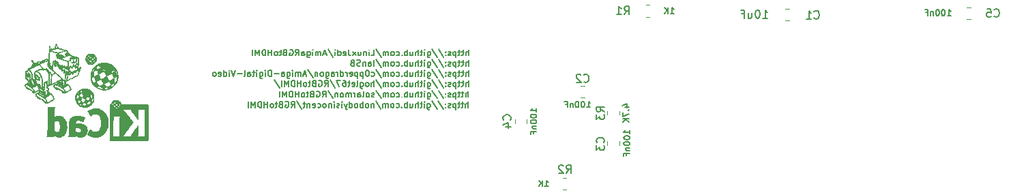
<source format=gbr>
%TF.GenerationSoftware,KiCad,Pcbnew,5.1.10-88a1d61d58~88~ubuntu18.04.1*%
%TF.CreationDate,2021-09-18T16:02:56+02:00*%
%TF.ProjectId,RGBtoHDMI Amiga Denise DIP CPLD Rev 1.1,52474274-6f48-4444-9d49-20416d696761,rev?*%
%TF.SameCoordinates,Original*%
%TF.FileFunction,Legend,Bot*%
%TF.FilePolarity,Positive*%
%FSLAX46Y46*%
G04 Gerber Fmt 4.6, Leading zero omitted, Abs format (unit mm)*
G04 Created by KiCad (PCBNEW 5.1.10-88a1d61d58~88~ubuntu18.04.1) date 2021-09-18 16:02:56*
%MOMM*%
%LPD*%
G01*
G04 APERTURE LIST*
%ADD10C,0.150000*%
%ADD11C,0.010000*%
%ADD12C,0.120000*%
G04 APERTURE END LIST*
D10*
X137363928Y-93939285D02*
X137363928Y-93189285D01*
X137042500Y-93939285D02*
X137042500Y-93546428D01*
X137078214Y-93475000D01*
X137149642Y-93439285D01*
X137256785Y-93439285D01*
X137328214Y-93475000D01*
X137363928Y-93510714D01*
X136792500Y-93439285D02*
X136506785Y-93439285D01*
X136685357Y-93189285D02*
X136685357Y-93832142D01*
X136649642Y-93903571D01*
X136578214Y-93939285D01*
X136506785Y-93939285D01*
X136363928Y-93439285D02*
X136078214Y-93439285D01*
X136256785Y-93189285D02*
X136256785Y-93832142D01*
X136221071Y-93903571D01*
X136149642Y-93939285D01*
X136078214Y-93939285D01*
X135828214Y-93439285D02*
X135828214Y-94189285D01*
X135828214Y-93475000D02*
X135756785Y-93439285D01*
X135613928Y-93439285D01*
X135542500Y-93475000D01*
X135506785Y-93510714D01*
X135471071Y-93582142D01*
X135471071Y-93796428D01*
X135506785Y-93867857D01*
X135542500Y-93903571D01*
X135613928Y-93939285D01*
X135756785Y-93939285D01*
X135828214Y-93903571D01*
X135185357Y-93903571D02*
X135113928Y-93939285D01*
X134971071Y-93939285D01*
X134899642Y-93903571D01*
X134863928Y-93832142D01*
X134863928Y-93796428D01*
X134899642Y-93725000D01*
X134971071Y-93689285D01*
X135078214Y-93689285D01*
X135149642Y-93653571D01*
X135185357Y-93582142D01*
X135185357Y-93546428D01*
X135149642Y-93475000D01*
X135078214Y-93439285D01*
X134971071Y-93439285D01*
X134899642Y-93475000D01*
X134542500Y-93867857D02*
X134506785Y-93903571D01*
X134542500Y-93939285D01*
X134578214Y-93903571D01*
X134542500Y-93867857D01*
X134542500Y-93939285D01*
X134542500Y-93475000D02*
X134506785Y-93510714D01*
X134542500Y-93546428D01*
X134578214Y-93510714D01*
X134542500Y-93475000D01*
X134542500Y-93546428D01*
X133649642Y-93153571D02*
X134292500Y-94117857D01*
X132863928Y-93153571D02*
X133506785Y-94117857D01*
X132292499Y-93439285D02*
X132292499Y-94046428D01*
X132328214Y-94117857D01*
X132363928Y-94153571D01*
X132435357Y-94189285D01*
X132542499Y-94189285D01*
X132613928Y-94153571D01*
X132292499Y-93903571D02*
X132363928Y-93939285D01*
X132506785Y-93939285D01*
X132578214Y-93903571D01*
X132613928Y-93867857D01*
X132649642Y-93796428D01*
X132649642Y-93582142D01*
X132613928Y-93510714D01*
X132578214Y-93475000D01*
X132506785Y-93439285D01*
X132363928Y-93439285D01*
X132292499Y-93475000D01*
X131935357Y-93939285D02*
X131935357Y-93439285D01*
X131935357Y-93189285D02*
X131971071Y-93225000D01*
X131935357Y-93260714D01*
X131899642Y-93225000D01*
X131935357Y-93189285D01*
X131935357Y-93260714D01*
X131685357Y-93439285D02*
X131399642Y-93439285D01*
X131578214Y-93189285D02*
X131578214Y-93832142D01*
X131542499Y-93903571D01*
X131471071Y-93939285D01*
X131399642Y-93939285D01*
X131149642Y-93939285D02*
X131149642Y-93189285D01*
X130828214Y-93939285D02*
X130828214Y-93546428D01*
X130863928Y-93475000D01*
X130935357Y-93439285D01*
X131042499Y-93439285D01*
X131113928Y-93475000D01*
X131149642Y-93510714D01*
X130149642Y-93439285D02*
X130149642Y-93939285D01*
X130471071Y-93439285D02*
X130471071Y-93832142D01*
X130435357Y-93903571D01*
X130363928Y-93939285D01*
X130256785Y-93939285D01*
X130185357Y-93903571D01*
X130149642Y-93867857D01*
X129792499Y-93939285D02*
X129792499Y-93189285D01*
X129792499Y-93475000D02*
X129721071Y-93439285D01*
X129578214Y-93439285D01*
X129506785Y-93475000D01*
X129471071Y-93510714D01*
X129435357Y-93582142D01*
X129435357Y-93796428D01*
X129471071Y-93867857D01*
X129506785Y-93903571D01*
X129578214Y-93939285D01*
X129721071Y-93939285D01*
X129792499Y-93903571D01*
X129113928Y-93867857D02*
X129078214Y-93903571D01*
X129113928Y-93939285D01*
X129149642Y-93903571D01*
X129113928Y-93867857D01*
X129113928Y-93939285D01*
X128435357Y-93903571D02*
X128506785Y-93939285D01*
X128649642Y-93939285D01*
X128721071Y-93903571D01*
X128756785Y-93867857D01*
X128792499Y-93796428D01*
X128792499Y-93582142D01*
X128756785Y-93510714D01*
X128721071Y-93475000D01*
X128649642Y-93439285D01*
X128506785Y-93439285D01*
X128435357Y-93475000D01*
X128006785Y-93939285D02*
X128078214Y-93903571D01*
X128113928Y-93867857D01*
X128149642Y-93796428D01*
X128149642Y-93582142D01*
X128113928Y-93510714D01*
X128078214Y-93475000D01*
X128006785Y-93439285D01*
X127899642Y-93439285D01*
X127828214Y-93475000D01*
X127792499Y-93510714D01*
X127756785Y-93582142D01*
X127756785Y-93796428D01*
X127792499Y-93867857D01*
X127828214Y-93903571D01*
X127899642Y-93939285D01*
X128006785Y-93939285D01*
X127435357Y-93939285D02*
X127435357Y-93439285D01*
X127435357Y-93510714D02*
X127399642Y-93475000D01*
X127328214Y-93439285D01*
X127221071Y-93439285D01*
X127149642Y-93475000D01*
X127113928Y-93546428D01*
X127113928Y-93939285D01*
X127113928Y-93546428D02*
X127078214Y-93475000D01*
X127006785Y-93439285D01*
X126899642Y-93439285D01*
X126828214Y-93475000D01*
X126792499Y-93546428D01*
X126792499Y-93939285D01*
X125899642Y-93153571D02*
X126542499Y-94117857D01*
X125649642Y-93439285D02*
X125649642Y-93939285D01*
X125649642Y-93510714D02*
X125613928Y-93475000D01*
X125542499Y-93439285D01*
X125435357Y-93439285D01*
X125363928Y-93475000D01*
X125328214Y-93546428D01*
X125328214Y-93939285D01*
X124863928Y-93939285D02*
X124935357Y-93903571D01*
X124971071Y-93867857D01*
X125006785Y-93796428D01*
X125006785Y-93582142D01*
X124971071Y-93510714D01*
X124935357Y-93475000D01*
X124863928Y-93439285D01*
X124756785Y-93439285D01*
X124685357Y-93475000D01*
X124649642Y-93510714D01*
X124613928Y-93582142D01*
X124613928Y-93796428D01*
X124649642Y-93867857D01*
X124685357Y-93903571D01*
X124756785Y-93939285D01*
X124863928Y-93939285D01*
X124292499Y-93939285D02*
X124292499Y-93189285D01*
X124292499Y-93475000D02*
X124221071Y-93439285D01*
X124078214Y-93439285D01*
X124006785Y-93475000D01*
X123971071Y-93510714D01*
X123935357Y-93582142D01*
X123935357Y-93796428D01*
X123971071Y-93867857D01*
X124006785Y-93903571D01*
X124078214Y-93939285D01*
X124221071Y-93939285D01*
X124292499Y-93903571D01*
X123506785Y-93939285D02*
X123578214Y-93903571D01*
X123613928Y-93867857D01*
X123649642Y-93796428D01*
X123649642Y-93582142D01*
X123613928Y-93510714D01*
X123578214Y-93475000D01*
X123506785Y-93439285D01*
X123399642Y-93439285D01*
X123328214Y-93475000D01*
X123292499Y-93510714D01*
X123256785Y-93582142D01*
X123256785Y-93796428D01*
X123292499Y-93867857D01*
X123328214Y-93903571D01*
X123399642Y-93939285D01*
X123506785Y-93939285D01*
X122613928Y-93939285D02*
X122613928Y-93189285D01*
X122613928Y-93903571D02*
X122685357Y-93939285D01*
X122828214Y-93939285D01*
X122899642Y-93903571D01*
X122935357Y-93867857D01*
X122971071Y-93796428D01*
X122971071Y-93582142D01*
X122935357Y-93510714D01*
X122899642Y-93475000D01*
X122828214Y-93439285D01*
X122685357Y-93439285D01*
X122613928Y-93475000D01*
X122328214Y-93439285D02*
X122149642Y-93939285D01*
X121971071Y-93439285D02*
X122149642Y-93939285D01*
X122221071Y-94117857D01*
X122256785Y-94153571D01*
X122328214Y-94189285D01*
X121685357Y-93939285D02*
X121685357Y-93439285D01*
X121685357Y-93189285D02*
X121721071Y-93225000D01*
X121685357Y-93260714D01*
X121649642Y-93225000D01*
X121685357Y-93189285D01*
X121685357Y-93260714D01*
X121363928Y-93903571D02*
X121292499Y-93939285D01*
X121149642Y-93939285D01*
X121078214Y-93903571D01*
X121042499Y-93832142D01*
X121042499Y-93796428D01*
X121078214Y-93725000D01*
X121149642Y-93689285D01*
X121256785Y-93689285D01*
X121328214Y-93653571D01*
X121363928Y-93582142D01*
X121363928Y-93546428D01*
X121328214Y-93475000D01*
X121256785Y-93439285D01*
X121149642Y-93439285D01*
X121078214Y-93475000D01*
X120721071Y-93939285D02*
X120721071Y-93439285D01*
X120721071Y-93189285D02*
X120756785Y-93225000D01*
X120721071Y-93260714D01*
X120685357Y-93225000D01*
X120721071Y-93189285D01*
X120721071Y-93260714D01*
X120363928Y-93439285D02*
X120363928Y-93939285D01*
X120363928Y-93510714D02*
X120328214Y-93475000D01*
X120256785Y-93439285D01*
X120149642Y-93439285D01*
X120078214Y-93475000D01*
X120042499Y-93546428D01*
X120042499Y-93939285D01*
X119578214Y-93939285D02*
X119649642Y-93903571D01*
X119685357Y-93867857D01*
X119721071Y-93796428D01*
X119721071Y-93582142D01*
X119685357Y-93510714D01*
X119649642Y-93475000D01*
X119578214Y-93439285D01*
X119471071Y-93439285D01*
X119399642Y-93475000D01*
X119363928Y-93510714D01*
X119328214Y-93582142D01*
X119328214Y-93796428D01*
X119363928Y-93867857D01*
X119399642Y-93903571D01*
X119471071Y-93939285D01*
X119578214Y-93939285D01*
X118685357Y-93903571D02*
X118756785Y-93939285D01*
X118899642Y-93939285D01*
X118971071Y-93903571D01*
X119006785Y-93867857D01*
X119042499Y-93796428D01*
X119042499Y-93582142D01*
X119006785Y-93510714D01*
X118971071Y-93475000D01*
X118899642Y-93439285D01*
X118756785Y-93439285D01*
X118685357Y-93475000D01*
X118078214Y-93903571D02*
X118149642Y-93939285D01*
X118292499Y-93939285D01*
X118363928Y-93903571D01*
X118399642Y-93832142D01*
X118399642Y-93546428D01*
X118363928Y-93475000D01*
X118292499Y-93439285D01*
X118149642Y-93439285D01*
X118078214Y-93475000D01*
X118042499Y-93546428D01*
X118042499Y-93617857D01*
X118399642Y-93689285D01*
X117721071Y-93439285D02*
X117721071Y-93939285D01*
X117721071Y-93510714D02*
X117685357Y-93475000D01*
X117613928Y-93439285D01*
X117506785Y-93439285D01*
X117435357Y-93475000D01*
X117399642Y-93546428D01*
X117399642Y-93939285D01*
X117149642Y-93439285D02*
X116863928Y-93439285D01*
X117042499Y-93189285D02*
X117042499Y-93832142D01*
X117006785Y-93903571D01*
X116935357Y-93939285D01*
X116863928Y-93939285D01*
X116078214Y-93153571D02*
X116721071Y-94117857D01*
X115399642Y-93939285D02*
X115649642Y-93582142D01*
X115828214Y-93939285D02*
X115828214Y-93189285D01*
X115542499Y-93189285D01*
X115471071Y-93225000D01*
X115435357Y-93260714D01*
X115399642Y-93332142D01*
X115399642Y-93439285D01*
X115435357Y-93510714D01*
X115471071Y-93546428D01*
X115542499Y-93582142D01*
X115828214Y-93582142D01*
X114685357Y-93225000D02*
X114756785Y-93189285D01*
X114863928Y-93189285D01*
X114971071Y-93225000D01*
X115042499Y-93296428D01*
X115078214Y-93367857D01*
X115113928Y-93510714D01*
X115113928Y-93617857D01*
X115078214Y-93760714D01*
X115042499Y-93832142D01*
X114971071Y-93903571D01*
X114863928Y-93939285D01*
X114792499Y-93939285D01*
X114685357Y-93903571D01*
X114649642Y-93867857D01*
X114649642Y-93617857D01*
X114792499Y-93617857D01*
X114078214Y-93546428D02*
X113971071Y-93582142D01*
X113935357Y-93617857D01*
X113899642Y-93689285D01*
X113899642Y-93796428D01*
X113935357Y-93867857D01*
X113971071Y-93903571D01*
X114042499Y-93939285D01*
X114328214Y-93939285D01*
X114328214Y-93189285D01*
X114078214Y-93189285D01*
X114006785Y-93225000D01*
X113971071Y-93260714D01*
X113935357Y-93332142D01*
X113935357Y-93403571D01*
X113971071Y-93475000D01*
X114006785Y-93510714D01*
X114078214Y-93546428D01*
X114328214Y-93546428D01*
X113685357Y-93439285D02*
X113399642Y-93439285D01*
X113578214Y-93189285D02*
X113578214Y-93832142D01*
X113542499Y-93903571D01*
X113471071Y-93939285D01*
X113399642Y-93939285D01*
X113042499Y-93939285D02*
X113113928Y-93903571D01*
X113149642Y-93867857D01*
X113185357Y-93796428D01*
X113185357Y-93582142D01*
X113149642Y-93510714D01*
X113113928Y-93475000D01*
X113042499Y-93439285D01*
X112935357Y-93439285D01*
X112863928Y-93475000D01*
X112828214Y-93510714D01*
X112792499Y-93582142D01*
X112792499Y-93796428D01*
X112828214Y-93867857D01*
X112863928Y-93903571D01*
X112935357Y-93939285D01*
X113042499Y-93939285D01*
X112471071Y-93939285D02*
X112471071Y-93189285D01*
X112471071Y-93546428D02*
X112042499Y-93546428D01*
X112042499Y-93939285D02*
X112042499Y-93189285D01*
X111685357Y-93939285D02*
X111685357Y-93189285D01*
X111506785Y-93189285D01*
X111399642Y-93225000D01*
X111328214Y-93296428D01*
X111292499Y-93367857D01*
X111256785Y-93510714D01*
X111256785Y-93617857D01*
X111292499Y-93760714D01*
X111328214Y-93832142D01*
X111399642Y-93903571D01*
X111506785Y-93939285D01*
X111685357Y-93939285D01*
X110935357Y-93939285D02*
X110935357Y-93189285D01*
X110685357Y-93725000D01*
X110435357Y-93189285D01*
X110435357Y-93939285D01*
X110078214Y-93939285D02*
X110078214Y-93189285D01*
X137372928Y-92641285D02*
X137372928Y-91891285D01*
X137051500Y-92641285D02*
X137051500Y-92248428D01*
X137087214Y-92177000D01*
X137158642Y-92141285D01*
X137265785Y-92141285D01*
X137337214Y-92177000D01*
X137372928Y-92212714D01*
X136801500Y-92141285D02*
X136515785Y-92141285D01*
X136694357Y-91891285D02*
X136694357Y-92534142D01*
X136658642Y-92605571D01*
X136587214Y-92641285D01*
X136515785Y-92641285D01*
X136372928Y-92141285D02*
X136087214Y-92141285D01*
X136265785Y-91891285D02*
X136265785Y-92534142D01*
X136230071Y-92605571D01*
X136158642Y-92641285D01*
X136087214Y-92641285D01*
X135837214Y-92141285D02*
X135837214Y-92891285D01*
X135837214Y-92177000D02*
X135765785Y-92141285D01*
X135622928Y-92141285D01*
X135551500Y-92177000D01*
X135515785Y-92212714D01*
X135480071Y-92284142D01*
X135480071Y-92498428D01*
X135515785Y-92569857D01*
X135551500Y-92605571D01*
X135622928Y-92641285D01*
X135765785Y-92641285D01*
X135837214Y-92605571D01*
X135194357Y-92605571D02*
X135122928Y-92641285D01*
X134980071Y-92641285D01*
X134908642Y-92605571D01*
X134872928Y-92534142D01*
X134872928Y-92498428D01*
X134908642Y-92427000D01*
X134980071Y-92391285D01*
X135087214Y-92391285D01*
X135158642Y-92355571D01*
X135194357Y-92284142D01*
X135194357Y-92248428D01*
X135158642Y-92177000D01*
X135087214Y-92141285D01*
X134980071Y-92141285D01*
X134908642Y-92177000D01*
X134551500Y-92569857D02*
X134515785Y-92605571D01*
X134551500Y-92641285D01*
X134587214Y-92605571D01*
X134551500Y-92569857D01*
X134551500Y-92641285D01*
X134551500Y-92177000D02*
X134515785Y-92212714D01*
X134551500Y-92248428D01*
X134587214Y-92212714D01*
X134551500Y-92177000D01*
X134551500Y-92248428D01*
X133658642Y-91855571D02*
X134301500Y-92819857D01*
X132872928Y-91855571D02*
X133515785Y-92819857D01*
X132301500Y-92141285D02*
X132301500Y-92748428D01*
X132337214Y-92819857D01*
X132372928Y-92855571D01*
X132444357Y-92891285D01*
X132551500Y-92891285D01*
X132622928Y-92855571D01*
X132301500Y-92605571D02*
X132372928Y-92641285D01*
X132515785Y-92641285D01*
X132587214Y-92605571D01*
X132622928Y-92569857D01*
X132658642Y-92498428D01*
X132658642Y-92284142D01*
X132622928Y-92212714D01*
X132587214Y-92177000D01*
X132515785Y-92141285D01*
X132372928Y-92141285D01*
X132301500Y-92177000D01*
X131944357Y-92641285D02*
X131944357Y-92141285D01*
X131944357Y-91891285D02*
X131980071Y-91927000D01*
X131944357Y-91962714D01*
X131908642Y-91927000D01*
X131944357Y-91891285D01*
X131944357Y-91962714D01*
X131694357Y-92141285D02*
X131408642Y-92141285D01*
X131587214Y-91891285D02*
X131587214Y-92534142D01*
X131551500Y-92605571D01*
X131480071Y-92641285D01*
X131408642Y-92641285D01*
X131158642Y-92641285D02*
X131158642Y-91891285D01*
X130837214Y-92641285D02*
X130837214Y-92248428D01*
X130872928Y-92177000D01*
X130944357Y-92141285D01*
X131051500Y-92141285D01*
X131122928Y-92177000D01*
X131158642Y-92212714D01*
X130158642Y-92141285D02*
X130158642Y-92641285D01*
X130480071Y-92141285D02*
X130480071Y-92534142D01*
X130444357Y-92605571D01*
X130372928Y-92641285D01*
X130265785Y-92641285D01*
X130194357Y-92605571D01*
X130158642Y-92569857D01*
X129801500Y-92641285D02*
X129801500Y-91891285D01*
X129801500Y-92177000D02*
X129730071Y-92141285D01*
X129587214Y-92141285D01*
X129515785Y-92177000D01*
X129480071Y-92212714D01*
X129444357Y-92284142D01*
X129444357Y-92498428D01*
X129480071Y-92569857D01*
X129515785Y-92605571D01*
X129587214Y-92641285D01*
X129730071Y-92641285D01*
X129801500Y-92605571D01*
X129122928Y-92569857D02*
X129087214Y-92605571D01*
X129122928Y-92641285D01*
X129158642Y-92605571D01*
X129122928Y-92569857D01*
X129122928Y-92641285D01*
X128444357Y-92605571D02*
X128515785Y-92641285D01*
X128658642Y-92641285D01*
X128730071Y-92605571D01*
X128765785Y-92569857D01*
X128801500Y-92498428D01*
X128801500Y-92284142D01*
X128765785Y-92212714D01*
X128730071Y-92177000D01*
X128658642Y-92141285D01*
X128515785Y-92141285D01*
X128444357Y-92177000D01*
X128015785Y-92641285D02*
X128087214Y-92605571D01*
X128122928Y-92569857D01*
X128158642Y-92498428D01*
X128158642Y-92284142D01*
X128122928Y-92212714D01*
X128087214Y-92177000D01*
X128015785Y-92141285D01*
X127908642Y-92141285D01*
X127837214Y-92177000D01*
X127801500Y-92212714D01*
X127765785Y-92284142D01*
X127765785Y-92498428D01*
X127801500Y-92569857D01*
X127837214Y-92605571D01*
X127908642Y-92641285D01*
X128015785Y-92641285D01*
X127444357Y-92641285D02*
X127444357Y-92141285D01*
X127444357Y-92212714D02*
X127408642Y-92177000D01*
X127337214Y-92141285D01*
X127230071Y-92141285D01*
X127158642Y-92177000D01*
X127122928Y-92248428D01*
X127122928Y-92641285D01*
X127122928Y-92248428D02*
X127087214Y-92177000D01*
X127015785Y-92141285D01*
X126908642Y-92141285D01*
X126837214Y-92177000D01*
X126801500Y-92248428D01*
X126801500Y-92641285D01*
X125908642Y-91855571D02*
X126551500Y-92819857D01*
X125694357Y-92605571D02*
X125622928Y-92641285D01*
X125480071Y-92641285D01*
X125408642Y-92605571D01*
X125372928Y-92534142D01*
X125372928Y-92498428D01*
X125408642Y-92427000D01*
X125480071Y-92391285D01*
X125587214Y-92391285D01*
X125658642Y-92355571D01*
X125694357Y-92284142D01*
X125694357Y-92248428D01*
X125658642Y-92177000D01*
X125587214Y-92141285D01*
X125480071Y-92141285D01*
X125408642Y-92177000D01*
X124944357Y-92641285D02*
X125015785Y-92605571D01*
X125051500Y-92569857D01*
X125087214Y-92498428D01*
X125087214Y-92284142D01*
X125051500Y-92212714D01*
X125015785Y-92177000D01*
X124944357Y-92141285D01*
X124837214Y-92141285D01*
X124765785Y-92177000D01*
X124730071Y-92212714D01*
X124694357Y-92284142D01*
X124694357Y-92498428D01*
X124730071Y-92569857D01*
X124765785Y-92605571D01*
X124837214Y-92641285D01*
X124944357Y-92641285D01*
X124265785Y-92641285D02*
X124337214Y-92605571D01*
X124372928Y-92534142D01*
X124372928Y-91891285D01*
X123658642Y-92641285D02*
X123658642Y-92248428D01*
X123694357Y-92177000D01*
X123765785Y-92141285D01*
X123908642Y-92141285D01*
X123980071Y-92177000D01*
X123658642Y-92605571D02*
X123730071Y-92641285D01*
X123908642Y-92641285D01*
X123980071Y-92605571D01*
X124015785Y-92534142D01*
X124015785Y-92462714D01*
X123980071Y-92391285D01*
X123908642Y-92355571D01*
X123730071Y-92355571D01*
X123658642Y-92319857D01*
X123301499Y-92641285D02*
X123301499Y-92141285D01*
X123301499Y-92284142D02*
X123265785Y-92212714D01*
X123230071Y-92177000D01*
X123158642Y-92141285D01*
X123087214Y-92141285D01*
X122837214Y-92641285D02*
X122837214Y-92141285D01*
X122837214Y-92212714D02*
X122801499Y-92177000D01*
X122730071Y-92141285D01*
X122622928Y-92141285D01*
X122551499Y-92177000D01*
X122515785Y-92248428D01*
X122515785Y-92641285D01*
X122515785Y-92248428D02*
X122480071Y-92177000D01*
X122408642Y-92141285D01*
X122301499Y-92141285D01*
X122230071Y-92177000D01*
X122194357Y-92248428D01*
X122194357Y-92641285D01*
X121730071Y-92641285D02*
X121801499Y-92605571D01*
X121837214Y-92569857D01*
X121872928Y-92498428D01*
X121872928Y-92284142D01*
X121837214Y-92212714D01*
X121801499Y-92177000D01*
X121730071Y-92141285D01*
X121622928Y-92141285D01*
X121551499Y-92177000D01*
X121515785Y-92212714D01*
X121480071Y-92284142D01*
X121480071Y-92498428D01*
X121515785Y-92569857D01*
X121551499Y-92605571D01*
X121622928Y-92641285D01*
X121730071Y-92641285D01*
X121158642Y-92141285D02*
X121158642Y-92641285D01*
X121158642Y-92212714D02*
X121122928Y-92177000D01*
X121051499Y-92141285D01*
X120944357Y-92141285D01*
X120872928Y-92177000D01*
X120837214Y-92248428D01*
X120837214Y-92641285D01*
X119944357Y-91855571D02*
X120587214Y-92819857D01*
X119265785Y-92641285D02*
X119515785Y-92284142D01*
X119694357Y-92641285D02*
X119694357Y-91891285D01*
X119408642Y-91891285D01*
X119337214Y-91927000D01*
X119301500Y-91962714D01*
X119265785Y-92034142D01*
X119265785Y-92141285D01*
X119301500Y-92212714D01*
X119337214Y-92248428D01*
X119408642Y-92284142D01*
X119694357Y-92284142D01*
X118551500Y-91927000D02*
X118622928Y-91891285D01*
X118730071Y-91891285D01*
X118837214Y-91927000D01*
X118908642Y-91998428D01*
X118944357Y-92069857D01*
X118980071Y-92212714D01*
X118980071Y-92319857D01*
X118944357Y-92462714D01*
X118908642Y-92534142D01*
X118837214Y-92605571D01*
X118730071Y-92641285D01*
X118658642Y-92641285D01*
X118551500Y-92605571D01*
X118515785Y-92569857D01*
X118515785Y-92319857D01*
X118658642Y-92319857D01*
X117944357Y-92248428D02*
X117837214Y-92284142D01*
X117801499Y-92319857D01*
X117765785Y-92391285D01*
X117765785Y-92498428D01*
X117801499Y-92569857D01*
X117837214Y-92605571D01*
X117908642Y-92641285D01*
X118194357Y-92641285D01*
X118194357Y-91891285D01*
X117944357Y-91891285D01*
X117872928Y-91927000D01*
X117837214Y-91962714D01*
X117801499Y-92034142D01*
X117801499Y-92105571D01*
X117837214Y-92177000D01*
X117872928Y-92212714D01*
X117944357Y-92248428D01*
X118194357Y-92248428D01*
X117551499Y-92141285D02*
X117265785Y-92141285D01*
X117444357Y-91891285D02*
X117444357Y-92534142D01*
X117408642Y-92605571D01*
X117337214Y-92641285D01*
X117265785Y-92641285D01*
X116908642Y-92641285D02*
X116980071Y-92605571D01*
X117015785Y-92569857D01*
X117051499Y-92498428D01*
X117051499Y-92284142D01*
X117015785Y-92212714D01*
X116980071Y-92177000D01*
X116908642Y-92141285D01*
X116801499Y-92141285D01*
X116730071Y-92177000D01*
X116694357Y-92212714D01*
X116658642Y-92284142D01*
X116658642Y-92498428D01*
X116694357Y-92569857D01*
X116730071Y-92605571D01*
X116801499Y-92641285D01*
X116908642Y-92641285D01*
X116337214Y-92641285D02*
X116337214Y-91891285D01*
X116337214Y-92248428D02*
X115908642Y-92248428D01*
X115908642Y-92641285D02*
X115908642Y-91891285D01*
X115551499Y-92641285D02*
X115551499Y-91891285D01*
X115372928Y-91891285D01*
X115265785Y-91927000D01*
X115194357Y-91998428D01*
X115158642Y-92069857D01*
X115122928Y-92212714D01*
X115122928Y-92319857D01*
X115158642Y-92462714D01*
X115194357Y-92534142D01*
X115265785Y-92605571D01*
X115372928Y-92641285D01*
X115551499Y-92641285D01*
X114801499Y-92641285D02*
X114801499Y-91891285D01*
X114551499Y-92427000D01*
X114301499Y-91891285D01*
X114301499Y-92641285D01*
X113944357Y-92641285D02*
X113944357Y-91891285D01*
X137383928Y-87486785D02*
X137383928Y-86736785D01*
X137062500Y-87486785D02*
X137062500Y-87093928D01*
X137098214Y-87022500D01*
X137169642Y-86986785D01*
X137276785Y-86986785D01*
X137348214Y-87022500D01*
X137383928Y-87058214D01*
X136812500Y-86986785D02*
X136526785Y-86986785D01*
X136705357Y-86736785D02*
X136705357Y-87379642D01*
X136669642Y-87451071D01*
X136598214Y-87486785D01*
X136526785Y-87486785D01*
X136383928Y-86986785D02*
X136098214Y-86986785D01*
X136276785Y-86736785D02*
X136276785Y-87379642D01*
X136241071Y-87451071D01*
X136169642Y-87486785D01*
X136098214Y-87486785D01*
X135848214Y-86986785D02*
X135848214Y-87736785D01*
X135848214Y-87022500D02*
X135776785Y-86986785D01*
X135633928Y-86986785D01*
X135562500Y-87022500D01*
X135526785Y-87058214D01*
X135491071Y-87129642D01*
X135491071Y-87343928D01*
X135526785Y-87415357D01*
X135562500Y-87451071D01*
X135633928Y-87486785D01*
X135776785Y-87486785D01*
X135848214Y-87451071D01*
X135205357Y-87451071D02*
X135133928Y-87486785D01*
X134991071Y-87486785D01*
X134919642Y-87451071D01*
X134883928Y-87379642D01*
X134883928Y-87343928D01*
X134919642Y-87272500D01*
X134991071Y-87236785D01*
X135098214Y-87236785D01*
X135169642Y-87201071D01*
X135205357Y-87129642D01*
X135205357Y-87093928D01*
X135169642Y-87022500D01*
X135098214Y-86986785D01*
X134991071Y-86986785D01*
X134919642Y-87022500D01*
X134562500Y-87415357D02*
X134526785Y-87451071D01*
X134562500Y-87486785D01*
X134598214Y-87451071D01*
X134562500Y-87415357D01*
X134562500Y-87486785D01*
X134562500Y-87022500D02*
X134526785Y-87058214D01*
X134562500Y-87093928D01*
X134598214Y-87058214D01*
X134562500Y-87022500D01*
X134562500Y-87093928D01*
X133669642Y-86701071D02*
X134312500Y-87665357D01*
X132883928Y-86701071D02*
X133526785Y-87665357D01*
X132312500Y-86986785D02*
X132312500Y-87593928D01*
X132348214Y-87665357D01*
X132383928Y-87701071D01*
X132455357Y-87736785D01*
X132562500Y-87736785D01*
X132633928Y-87701071D01*
X132312500Y-87451071D02*
X132383928Y-87486785D01*
X132526785Y-87486785D01*
X132598214Y-87451071D01*
X132633928Y-87415357D01*
X132669642Y-87343928D01*
X132669642Y-87129642D01*
X132633928Y-87058214D01*
X132598214Y-87022500D01*
X132526785Y-86986785D01*
X132383928Y-86986785D01*
X132312500Y-87022500D01*
X131955357Y-87486785D02*
X131955357Y-86986785D01*
X131955357Y-86736785D02*
X131991071Y-86772500D01*
X131955357Y-86808214D01*
X131919642Y-86772500D01*
X131955357Y-86736785D01*
X131955357Y-86808214D01*
X131705357Y-86986785D02*
X131419642Y-86986785D01*
X131598214Y-86736785D02*
X131598214Y-87379642D01*
X131562500Y-87451071D01*
X131491071Y-87486785D01*
X131419642Y-87486785D01*
X131169642Y-87486785D02*
X131169642Y-86736785D01*
X130848214Y-87486785D02*
X130848214Y-87093928D01*
X130883928Y-87022500D01*
X130955357Y-86986785D01*
X131062500Y-86986785D01*
X131133928Y-87022500D01*
X131169642Y-87058214D01*
X130169642Y-86986785D02*
X130169642Y-87486785D01*
X130491071Y-86986785D02*
X130491071Y-87379642D01*
X130455357Y-87451071D01*
X130383928Y-87486785D01*
X130276785Y-87486785D01*
X130205357Y-87451071D01*
X130169642Y-87415357D01*
X129812500Y-87486785D02*
X129812500Y-86736785D01*
X129812500Y-87022500D02*
X129741071Y-86986785D01*
X129598214Y-86986785D01*
X129526785Y-87022500D01*
X129491071Y-87058214D01*
X129455357Y-87129642D01*
X129455357Y-87343928D01*
X129491071Y-87415357D01*
X129526785Y-87451071D01*
X129598214Y-87486785D01*
X129741071Y-87486785D01*
X129812500Y-87451071D01*
X129133928Y-87415357D02*
X129098214Y-87451071D01*
X129133928Y-87486785D01*
X129169642Y-87451071D01*
X129133928Y-87415357D01*
X129133928Y-87486785D01*
X128455357Y-87451071D02*
X128526785Y-87486785D01*
X128669642Y-87486785D01*
X128741071Y-87451071D01*
X128776785Y-87415357D01*
X128812500Y-87343928D01*
X128812500Y-87129642D01*
X128776785Y-87058214D01*
X128741071Y-87022500D01*
X128669642Y-86986785D01*
X128526785Y-86986785D01*
X128455357Y-87022500D01*
X128026785Y-87486785D02*
X128098214Y-87451071D01*
X128133928Y-87415357D01*
X128169642Y-87343928D01*
X128169642Y-87129642D01*
X128133928Y-87058214D01*
X128098214Y-87022500D01*
X128026785Y-86986785D01*
X127919642Y-86986785D01*
X127848214Y-87022500D01*
X127812500Y-87058214D01*
X127776785Y-87129642D01*
X127776785Y-87343928D01*
X127812500Y-87415357D01*
X127848214Y-87451071D01*
X127919642Y-87486785D01*
X128026785Y-87486785D01*
X127455357Y-87486785D02*
X127455357Y-86986785D01*
X127455357Y-87058214D02*
X127419642Y-87022500D01*
X127348214Y-86986785D01*
X127241071Y-86986785D01*
X127169642Y-87022500D01*
X127133928Y-87093928D01*
X127133928Y-87486785D01*
X127133928Y-87093928D02*
X127098214Y-87022500D01*
X127026785Y-86986785D01*
X126919642Y-86986785D01*
X126848214Y-87022500D01*
X126812500Y-87093928D01*
X126812500Y-87486785D01*
X125919642Y-86701071D02*
X126562500Y-87665357D01*
X125312500Y-87486785D02*
X125669642Y-87486785D01*
X125669642Y-86736785D01*
X125062500Y-87486785D02*
X125062500Y-86986785D01*
X125062500Y-86736785D02*
X125098214Y-86772500D01*
X125062500Y-86808214D01*
X125026785Y-86772500D01*
X125062500Y-86736785D01*
X125062500Y-86808214D01*
X124705357Y-86986785D02*
X124705357Y-87486785D01*
X124705357Y-87058214D02*
X124669642Y-87022500D01*
X124598214Y-86986785D01*
X124491071Y-86986785D01*
X124419642Y-87022500D01*
X124383928Y-87093928D01*
X124383928Y-87486785D01*
X123705357Y-86986785D02*
X123705357Y-87486785D01*
X124026785Y-86986785D02*
X124026785Y-87379642D01*
X123991071Y-87451071D01*
X123919642Y-87486785D01*
X123812500Y-87486785D01*
X123741071Y-87451071D01*
X123705357Y-87415357D01*
X123419642Y-87486785D02*
X123026785Y-86986785D01*
X123419642Y-86986785D02*
X123026785Y-87486785D01*
X122526785Y-86736785D02*
X122526785Y-87272500D01*
X122562500Y-87379642D01*
X122633928Y-87451071D01*
X122741071Y-87486785D01*
X122812500Y-87486785D01*
X121883928Y-87451071D02*
X121955357Y-87486785D01*
X122098214Y-87486785D01*
X122169642Y-87451071D01*
X122205357Y-87379642D01*
X122205357Y-87093928D01*
X122169642Y-87022500D01*
X122098214Y-86986785D01*
X121955357Y-86986785D01*
X121883928Y-87022500D01*
X121848214Y-87093928D01*
X121848214Y-87165357D01*
X122205357Y-87236785D01*
X121205357Y-87486785D02*
X121205357Y-86736785D01*
X121205357Y-87451071D02*
X121276785Y-87486785D01*
X121419642Y-87486785D01*
X121491071Y-87451071D01*
X121526785Y-87415357D01*
X121562500Y-87343928D01*
X121562500Y-87129642D01*
X121526785Y-87058214D01*
X121491071Y-87022500D01*
X121419642Y-86986785D01*
X121276785Y-86986785D01*
X121205357Y-87022500D01*
X120848214Y-87486785D02*
X120848214Y-86986785D01*
X120848214Y-86736785D02*
X120883928Y-86772500D01*
X120848214Y-86808214D01*
X120812500Y-86772500D01*
X120848214Y-86736785D01*
X120848214Y-86808214D01*
X119955357Y-86701071D02*
X120598214Y-87665357D01*
X119741071Y-87272500D02*
X119383928Y-87272500D01*
X119812500Y-87486785D02*
X119562500Y-86736785D01*
X119312500Y-87486785D01*
X119062500Y-87486785D02*
X119062500Y-86986785D01*
X119062500Y-87058214D02*
X119026785Y-87022500D01*
X118955357Y-86986785D01*
X118848214Y-86986785D01*
X118776785Y-87022500D01*
X118741071Y-87093928D01*
X118741071Y-87486785D01*
X118741071Y-87093928D02*
X118705357Y-87022500D01*
X118633928Y-86986785D01*
X118526785Y-86986785D01*
X118455357Y-87022500D01*
X118419642Y-87093928D01*
X118419642Y-87486785D01*
X118062500Y-87486785D02*
X118062500Y-86986785D01*
X118062500Y-86736785D02*
X118098214Y-86772500D01*
X118062500Y-86808214D01*
X118026785Y-86772500D01*
X118062500Y-86736785D01*
X118062500Y-86808214D01*
X117383928Y-86986785D02*
X117383928Y-87593928D01*
X117419642Y-87665357D01*
X117455357Y-87701071D01*
X117526785Y-87736785D01*
X117633928Y-87736785D01*
X117705357Y-87701071D01*
X117383928Y-87451071D02*
X117455357Y-87486785D01*
X117598214Y-87486785D01*
X117669642Y-87451071D01*
X117705357Y-87415357D01*
X117741071Y-87343928D01*
X117741071Y-87129642D01*
X117705357Y-87058214D01*
X117669642Y-87022500D01*
X117598214Y-86986785D01*
X117455357Y-86986785D01*
X117383928Y-87022500D01*
X116705357Y-87486785D02*
X116705357Y-87093928D01*
X116741071Y-87022500D01*
X116812500Y-86986785D01*
X116955357Y-86986785D01*
X117026785Y-87022500D01*
X116705357Y-87451071D02*
X116776785Y-87486785D01*
X116955357Y-87486785D01*
X117026785Y-87451071D01*
X117062500Y-87379642D01*
X117062500Y-87308214D01*
X117026785Y-87236785D01*
X116955357Y-87201071D01*
X116776785Y-87201071D01*
X116705357Y-87165357D01*
X115919642Y-87486785D02*
X116169642Y-87129642D01*
X116348214Y-87486785D02*
X116348214Y-86736785D01*
X116062500Y-86736785D01*
X115991071Y-86772500D01*
X115955357Y-86808214D01*
X115919642Y-86879642D01*
X115919642Y-86986785D01*
X115955357Y-87058214D01*
X115991071Y-87093928D01*
X116062500Y-87129642D01*
X116348214Y-87129642D01*
X115205357Y-86772500D02*
X115276785Y-86736785D01*
X115383928Y-86736785D01*
X115491071Y-86772500D01*
X115562500Y-86843928D01*
X115598214Y-86915357D01*
X115633928Y-87058214D01*
X115633928Y-87165357D01*
X115598214Y-87308214D01*
X115562500Y-87379642D01*
X115491071Y-87451071D01*
X115383928Y-87486785D01*
X115312500Y-87486785D01*
X115205357Y-87451071D01*
X115169642Y-87415357D01*
X115169642Y-87165357D01*
X115312500Y-87165357D01*
X114598214Y-87093928D02*
X114491071Y-87129642D01*
X114455357Y-87165357D01*
X114419642Y-87236785D01*
X114419642Y-87343928D01*
X114455357Y-87415357D01*
X114491071Y-87451071D01*
X114562500Y-87486785D01*
X114848214Y-87486785D01*
X114848214Y-86736785D01*
X114598214Y-86736785D01*
X114526785Y-86772500D01*
X114491071Y-86808214D01*
X114455357Y-86879642D01*
X114455357Y-86951071D01*
X114491071Y-87022500D01*
X114526785Y-87058214D01*
X114598214Y-87093928D01*
X114848214Y-87093928D01*
X114205357Y-86986785D02*
X113919642Y-86986785D01*
X114098214Y-86736785D02*
X114098214Y-87379642D01*
X114062500Y-87451071D01*
X113991071Y-87486785D01*
X113919642Y-87486785D01*
X113562500Y-87486785D02*
X113633928Y-87451071D01*
X113669642Y-87415357D01*
X113705357Y-87343928D01*
X113705357Y-87129642D01*
X113669642Y-87058214D01*
X113633928Y-87022500D01*
X113562500Y-86986785D01*
X113455357Y-86986785D01*
X113383928Y-87022500D01*
X113348214Y-87058214D01*
X113312500Y-87129642D01*
X113312500Y-87343928D01*
X113348214Y-87415357D01*
X113383928Y-87451071D01*
X113455357Y-87486785D01*
X113562500Y-87486785D01*
X112991071Y-87486785D02*
X112991071Y-86736785D01*
X112991071Y-87093928D02*
X112562500Y-87093928D01*
X112562500Y-87486785D02*
X112562500Y-86736785D01*
X112205357Y-87486785D02*
X112205357Y-86736785D01*
X112026785Y-86736785D01*
X111919642Y-86772500D01*
X111848214Y-86843928D01*
X111812500Y-86915357D01*
X111776785Y-87058214D01*
X111776785Y-87165357D01*
X111812500Y-87308214D01*
X111848214Y-87379642D01*
X111919642Y-87451071D01*
X112026785Y-87486785D01*
X112205357Y-87486785D01*
X111455357Y-87486785D02*
X111455357Y-86736785D01*
X111205357Y-87272500D01*
X110955357Y-86736785D01*
X110955357Y-87486785D01*
X110598214Y-87486785D02*
X110598214Y-86736785D01*
X137383928Y-88761785D02*
X137383928Y-88011785D01*
X137062500Y-88761785D02*
X137062500Y-88368928D01*
X137098214Y-88297500D01*
X137169642Y-88261785D01*
X137276785Y-88261785D01*
X137348214Y-88297500D01*
X137383928Y-88333214D01*
X136812500Y-88261785D02*
X136526785Y-88261785D01*
X136705357Y-88011785D02*
X136705357Y-88654642D01*
X136669642Y-88726071D01*
X136598214Y-88761785D01*
X136526785Y-88761785D01*
X136383928Y-88261785D02*
X136098214Y-88261785D01*
X136276785Y-88011785D02*
X136276785Y-88654642D01*
X136241071Y-88726071D01*
X136169642Y-88761785D01*
X136098214Y-88761785D01*
X135848214Y-88261785D02*
X135848214Y-89011785D01*
X135848214Y-88297500D02*
X135776785Y-88261785D01*
X135633928Y-88261785D01*
X135562500Y-88297500D01*
X135526785Y-88333214D01*
X135491071Y-88404642D01*
X135491071Y-88618928D01*
X135526785Y-88690357D01*
X135562500Y-88726071D01*
X135633928Y-88761785D01*
X135776785Y-88761785D01*
X135848214Y-88726071D01*
X135205357Y-88726071D02*
X135133928Y-88761785D01*
X134991071Y-88761785D01*
X134919642Y-88726071D01*
X134883928Y-88654642D01*
X134883928Y-88618928D01*
X134919642Y-88547500D01*
X134991071Y-88511785D01*
X135098214Y-88511785D01*
X135169642Y-88476071D01*
X135205357Y-88404642D01*
X135205357Y-88368928D01*
X135169642Y-88297500D01*
X135098214Y-88261785D01*
X134991071Y-88261785D01*
X134919642Y-88297500D01*
X134562500Y-88690357D02*
X134526785Y-88726071D01*
X134562500Y-88761785D01*
X134598214Y-88726071D01*
X134562500Y-88690357D01*
X134562500Y-88761785D01*
X134562500Y-88297500D02*
X134526785Y-88333214D01*
X134562500Y-88368928D01*
X134598214Y-88333214D01*
X134562500Y-88297500D01*
X134562500Y-88368928D01*
X133669642Y-87976071D02*
X134312500Y-88940357D01*
X132883928Y-87976071D02*
X133526785Y-88940357D01*
X132312500Y-88261785D02*
X132312500Y-88868928D01*
X132348214Y-88940357D01*
X132383928Y-88976071D01*
X132455357Y-89011785D01*
X132562500Y-89011785D01*
X132633928Y-88976071D01*
X132312500Y-88726071D02*
X132383928Y-88761785D01*
X132526785Y-88761785D01*
X132598214Y-88726071D01*
X132633928Y-88690357D01*
X132669642Y-88618928D01*
X132669642Y-88404642D01*
X132633928Y-88333214D01*
X132598214Y-88297500D01*
X132526785Y-88261785D01*
X132383928Y-88261785D01*
X132312500Y-88297500D01*
X131955357Y-88761785D02*
X131955357Y-88261785D01*
X131955357Y-88011785D02*
X131991071Y-88047500D01*
X131955357Y-88083214D01*
X131919642Y-88047500D01*
X131955357Y-88011785D01*
X131955357Y-88083214D01*
X131705357Y-88261785D02*
X131419642Y-88261785D01*
X131598214Y-88011785D02*
X131598214Y-88654642D01*
X131562500Y-88726071D01*
X131491071Y-88761785D01*
X131419642Y-88761785D01*
X131169642Y-88761785D02*
X131169642Y-88011785D01*
X130848214Y-88761785D02*
X130848214Y-88368928D01*
X130883928Y-88297500D01*
X130955357Y-88261785D01*
X131062500Y-88261785D01*
X131133928Y-88297500D01*
X131169642Y-88333214D01*
X130169642Y-88261785D02*
X130169642Y-88761785D01*
X130491071Y-88261785D02*
X130491071Y-88654642D01*
X130455357Y-88726071D01*
X130383928Y-88761785D01*
X130276785Y-88761785D01*
X130205357Y-88726071D01*
X130169642Y-88690357D01*
X129812500Y-88761785D02*
X129812500Y-88011785D01*
X129812500Y-88297500D02*
X129741071Y-88261785D01*
X129598214Y-88261785D01*
X129526785Y-88297500D01*
X129491071Y-88333214D01*
X129455357Y-88404642D01*
X129455357Y-88618928D01*
X129491071Y-88690357D01*
X129526785Y-88726071D01*
X129598214Y-88761785D01*
X129741071Y-88761785D01*
X129812500Y-88726071D01*
X129133928Y-88690357D02*
X129098214Y-88726071D01*
X129133928Y-88761785D01*
X129169642Y-88726071D01*
X129133928Y-88690357D01*
X129133928Y-88761785D01*
X128455357Y-88726071D02*
X128526785Y-88761785D01*
X128669642Y-88761785D01*
X128741071Y-88726071D01*
X128776785Y-88690357D01*
X128812500Y-88618928D01*
X128812500Y-88404642D01*
X128776785Y-88333214D01*
X128741071Y-88297500D01*
X128669642Y-88261785D01*
X128526785Y-88261785D01*
X128455357Y-88297500D01*
X128026785Y-88761785D02*
X128098214Y-88726071D01*
X128133928Y-88690357D01*
X128169642Y-88618928D01*
X128169642Y-88404642D01*
X128133928Y-88333214D01*
X128098214Y-88297500D01*
X128026785Y-88261785D01*
X127919642Y-88261785D01*
X127848214Y-88297500D01*
X127812500Y-88333214D01*
X127776785Y-88404642D01*
X127776785Y-88618928D01*
X127812500Y-88690357D01*
X127848214Y-88726071D01*
X127919642Y-88761785D01*
X128026785Y-88761785D01*
X127455357Y-88761785D02*
X127455357Y-88261785D01*
X127455357Y-88333214D02*
X127419642Y-88297500D01*
X127348214Y-88261785D01*
X127241071Y-88261785D01*
X127169642Y-88297500D01*
X127133928Y-88368928D01*
X127133928Y-88761785D01*
X127133928Y-88368928D02*
X127098214Y-88297500D01*
X127026785Y-88261785D01*
X126919642Y-88261785D01*
X126848214Y-88297500D01*
X126812500Y-88368928D01*
X126812500Y-88761785D01*
X125919642Y-87976071D02*
X126562500Y-88940357D01*
X125669642Y-88761785D02*
X125669642Y-88011785D01*
X124991071Y-88761785D02*
X124991071Y-88368928D01*
X125026785Y-88297500D01*
X125098214Y-88261785D01*
X125241071Y-88261785D01*
X125312500Y-88297500D01*
X124991071Y-88726071D02*
X125062500Y-88761785D01*
X125241071Y-88761785D01*
X125312500Y-88726071D01*
X125348214Y-88654642D01*
X125348214Y-88583214D01*
X125312500Y-88511785D01*
X125241071Y-88476071D01*
X125062500Y-88476071D01*
X124991071Y-88440357D01*
X124633928Y-88261785D02*
X124633928Y-88761785D01*
X124633928Y-88333214D02*
X124598214Y-88297500D01*
X124526785Y-88261785D01*
X124419642Y-88261785D01*
X124348214Y-88297500D01*
X124312500Y-88368928D01*
X124312500Y-88761785D01*
X123991071Y-88726071D02*
X123883928Y-88761785D01*
X123705357Y-88761785D01*
X123633928Y-88726071D01*
X123598214Y-88690357D01*
X123562500Y-88618928D01*
X123562500Y-88547500D01*
X123598214Y-88476071D01*
X123633928Y-88440357D01*
X123705357Y-88404642D01*
X123848214Y-88368928D01*
X123919642Y-88333214D01*
X123955357Y-88297500D01*
X123991071Y-88226071D01*
X123991071Y-88154642D01*
X123955357Y-88083214D01*
X123919642Y-88047500D01*
X123848214Y-88011785D01*
X123669642Y-88011785D01*
X123562500Y-88047500D01*
X122991071Y-88368928D02*
X122883928Y-88404642D01*
X122848214Y-88440357D01*
X122812500Y-88511785D01*
X122812500Y-88618928D01*
X122848214Y-88690357D01*
X122883928Y-88726071D01*
X122955357Y-88761785D01*
X123241071Y-88761785D01*
X123241071Y-88011785D01*
X122991071Y-88011785D01*
X122919642Y-88047500D01*
X122883928Y-88083214D01*
X122848214Y-88154642D01*
X122848214Y-88226071D01*
X122883928Y-88297500D01*
X122919642Y-88333214D01*
X122991071Y-88368928D01*
X123241071Y-88368928D01*
X137383928Y-90036785D02*
X137383928Y-89286785D01*
X137062500Y-90036785D02*
X137062500Y-89643928D01*
X137098214Y-89572500D01*
X137169642Y-89536785D01*
X137276785Y-89536785D01*
X137348214Y-89572500D01*
X137383928Y-89608214D01*
X136812500Y-89536785D02*
X136526785Y-89536785D01*
X136705357Y-89286785D02*
X136705357Y-89929642D01*
X136669642Y-90001071D01*
X136598214Y-90036785D01*
X136526785Y-90036785D01*
X136383928Y-89536785D02*
X136098214Y-89536785D01*
X136276785Y-89286785D02*
X136276785Y-89929642D01*
X136241071Y-90001071D01*
X136169642Y-90036785D01*
X136098214Y-90036785D01*
X135848214Y-89536785D02*
X135848214Y-90286785D01*
X135848214Y-89572500D02*
X135776785Y-89536785D01*
X135633928Y-89536785D01*
X135562500Y-89572500D01*
X135526785Y-89608214D01*
X135491071Y-89679642D01*
X135491071Y-89893928D01*
X135526785Y-89965357D01*
X135562500Y-90001071D01*
X135633928Y-90036785D01*
X135776785Y-90036785D01*
X135848214Y-90001071D01*
X135205357Y-90001071D02*
X135133928Y-90036785D01*
X134991071Y-90036785D01*
X134919642Y-90001071D01*
X134883928Y-89929642D01*
X134883928Y-89893928D01*
X134919642Y-89822500D01*
X134991071Y-89786785D01*
X135098214Y-89786785D01*
X135169642Y-89751071D01*
X135205357Y-89679642D01*
X135205357Y-89643928D01*
X135169642Y-89572500D01*
X135098214Y-89536785D01*
X134991071Y-89536785D01*
X134919642Y-89572500D01*
X134562500Y-89965357D02*
X134526785Y-90001071D01*
X134562500Y-90036785D01*
X134598214Y-90001071D01*
X134562500Y-89965357D01*
X134562500Y-90036785D01*
X134562500Y-89572500D02*
X134526785Y-89608214D01*
X134562500Y-89643928D01*
X134598214Y-89608214D01*
X134562500Y-89572500D01*
X134562500Y-89643928D01*
X133669642Y-89251071D02*
X134312500Y-90215357D01*
X132883928Y-89251071D02*
X133526785Y-90215357D01*
X132312500Y-89536785D02*
X132312500Y-90143928D01*
X132348214Y-90215357D01*
X132383928Y-90251071D01*
X132455357Y-90286785D01*
X132562500Y-90286785D01*
X132633928Y-90251071D01*
X132312500Y-90001071D02*
X132383928Y-90036785D01*
X132526785Y-90036785D01*
X132598214Y-90001071D01*
X132633928Y-89965357D01*
X132669642Y-89893928D01*
X132669642Y-89679642D01*
X132633928Y-89608214D01*
X132598214Y-89572500D01*
X132526785Y-89536785D01*
X132383928Y-89536785D01*
X132312500Y-89572500D01*
X131955357Y-90036785D02*
X131955357Y-89536785D01*
X131955357Y-89286785D02*
X131991071Y-89322500D01*
X131955357Y-89358214D01*
X131919642Y-89322500D01*
X131955357Y-89286785D01*
X131955357Y-89358214D01*
X131705357Y-89536785D02*
X131419642Y-89536785D01*
X131598214Y-89286785D02*
X131598214Y-89929642D01*
X131562500Y-90001071D01*
X131491071Y-90036785D01*
X131419642Y-90036785D01*
X131169642Y-90036785D02*
X131169642Y-89286785D01*
X130848214Y-90036785D02*
X130848214Y-89643928D01*
X130883928Y-89572500D01*
X130955357Y-89536785D01*
X131062500Y-89536785D01*
X131133928Y-89572500D01*
X131169642Y-89608214D01*
X130169642Y-89536785D02*
X130169642Y-90036785D01*
X130491071Y-89536785D02*
X130491071Y-89929642D01*
X130455357Y-90001071D01*
X130383928Y-90036785D01*
X130276785Y-90036785D01*
X130205357Y-90001071D01*
X130169642Y-89965357D01*
X129812500Y-90036785D02*
X129812500Y-89286785D01*
X129812500Y-89572500D02*
X129741071Y-89536785D01*
X129598214Y-89536785D01*
X129526785Y-89572500D01*
X129491071Y-89608214D01*
X129455357Y-89679642D01*
X129455357Y-89893928D01*
X129491071Y-89965357D01*
X129526785Y-90001071D01*
X129598214Y-90036785D01*
X129741071Y-90036785D01*
X129812500Y-90001071D01*
X129133928Y-89965357D02*
X129098214Y-90001071D01*
X129133928Y-90036785D01*
X129169642Y-90001071D01*
X129133928Y-89965357D01*
X129133928Y-90036785D01*
X128455357Y-90001071D02*
X128526785Y-90036785D01*
X128669642Y-90036785D01*
X128741071Y-90001071D01*
X128776785Y-89965357D01*
X128812500Y-89893928D01*
X128812500Y-89679642D01*
X128776785Y-89608214D01*
X128741071Y-89572500D01*
X128669642Y-89536785D01*
X128526785Y-89536785D01*
X128455357Y-89572500D01*
X128026785Y-90036785D02*
X128098214Y-90001071D01*
X128133928Y-89965357D01*
X128169642Y-89893928D01*
X128169642Y-89679642D01*
X128133928Y-89608214D01*
X128098214Y-89572500D01*
X128026785Y-89536785D01*
X127919642Y-89536785D01*
X127848214Y-89572500D01*
X127812500Y-89608214D01*
X127776785Y-89679642D01*
X127776785Y-89893928D01*
X127812500Y-89965357D01*
X127848214Y-90001071D01*
X127919642Y-90036785D01*
X128026785Y-90036785D01*
X127455357Y-90036785D02*
X127455357Y-89536785D01*
X127455357Y-89608214D02*
X127419642Y-89572500D01*
X127348214Y-89536785D01*
X127241071Y-89536785D01*
X127169642Y-89572500D01*
X127133928Y-89643928D01*
X127133928Y-90036785D01*
X127133928Y-89643928D02*
X127098214Y-89572500D01*
X127026785Y-89536785D01*
X126919642Y-89536785D01*
X126848214Y-89572500D01*
X126812500Y-89643928D01*
X126812500Y-90036785D01*
X125919642Y-89251071D02*
X126562500Y-90215357D01*
X125348214Y-90001071D02*
X125419642Y-90036785D01*
X125562499Y-90036785D01*
X125633928Y-90001071D01*
X125669642Y-89965357D01*
X125705357Y-89893928D01*
X125705357Y-89679642D01*
X125669642Y-89608214D01*
X125633928Y-89572500D01*
X125562499Y-89536785D01*
X125419642Y-89536785D01*
X125348214Y-89572500D01*
X124883928Y-89286785D02*
X124812500Y-89286785D01*
X124741071Y-89322500D01*
X124705357Y-89358214D01*
X124669642Y-89429642D01*
X124633928Y-89572500D01*
X124633928Y-89751071D01*
X124669642Y-89893928D01*
X124705357Y-89965357D01*
X124741071Y-90001071D01*
X124812500Y-90036785D01*
X124883928Y-90036785D01*
X124955357Y-90001071D01*
X124991071Y-89965357D01*
X125026785Y-89893928D01*
X125062500Y-89751071D01*
X125062500Y-89572500D01*
X125026785Y-89429642D01*
X124991071Y-89358214D01*
X124955357Y-89322500D01*
X124883928Y-89286785D01*
X124312500Y-89536785D02*
X124312500Y-90286785D01*
X124312500Y-89572500D02*
X124241071Y-89536785D01*
X124098214Y-89536785D01*
X124026785Y-89572500D01*
X123991071Y-89608214D01*
X123955357Y-89679642D01*
X123955357Y-89893928D01*
X123991071Y-89965357D01*
X124026785Y-90001071D01*
X124098214Y-90036785D01*
X124241071Y-90036785D01*
X124312500Y-90001071D01*
X123633928Y-89536785D02*
X123633928Y-90286785D01*
X123633928Y-89572500D02*
X123562500Y-89536785D01*
X123419642Y-89536785D01*
X123348214Y-89572500D01*
X123312500Y-89608214D01*
X123276785Y-89679642D01*
X123276785Y-89893928D01*
X123312500Y-89965357D01*
X123348214Y-90001071D01*
X123419642Y-90036785D01*
X123562500Y-90036785D01*
X123633928Y-90001071D01*
X122669642Y-90001071D02*
X122741071Y-90036785D01*
X122883928Y-90036785D01*
X122955357Y-90001071D01*
X122991071Y-89929642D01*
X122991071Y-89643928D01*
X122955357Y-89572500D01*
X122883928Y-89536785D01*
X122741071Y-89536785D01*
X122669642Y-89572500D01*
X122633928Y-89643928D01*
X122633928Y-89715357D01*
X122991071Y-89786785D01*
X122312500Y-90036785D02*
X122312500Y-89536785D01*
X122312500Y-89679642D02*
X122276785Y-89608214D01*
X122241071Y-89572500D01*
X122169642Y-89536785D01*
X122098214Y-89536785D01*
X121526785Y-90036785D02*
X121526785Y-89286785D01*
X121526785Y-90001071D02*
X121598214Y-90036785D01*
X121741071Y-90036785D01*
X121812500Y-90001071D01*
X121848214Y-89965357D01*
X121883928Y-89893928D01*
X121883928Y-89679642D01*
X121848214Y-89608214D01*
X121812500Y-89572500D01*
X121741071Y-89536785D01*
X121598214Y-89536785D01*
X121526785Y-89572500D01*
X121169642Y-90036785D02*
X121169642Y-89536785D01*
X121169642Y-89679642D02*
X121133928Y-89608214D01*
X121098214Y-89572500D01*
X121026785Y-89536785D01*
X120955357Y-89536785D01*
X120383928Y-90036785D02*
X120383928Y-89643928D01*
X120419642Y-89572500D01*
X120491071Y-89536785D01*
X120633928Y-89536785D01*
X120705357Y-89572500D01*
X120383928Y-90001071D02*
X120455357Y-90036785D01*
X120633928Y-90036785D01*
X120705357Y-90001071D01*
X120741071Y-89929642D01*
X120741071Y-89858214D01*
X120705357Y-89786785D01*
X120633928Y-89751071D01*
X120455357Y-89751071D01*
X120383928Y-89715357D01*
X119705357Y-89536785D02*
X119705357Y-90143928D01*
X119741071Y-90215357D01*
X119776785Y-90251071D01*
X119848214Y-90286785D01*
X119955357Y-90286785D01*
X120026785Y-90251071D01*
X119705357Y-90001071D02*
X119776785Y-90036785D01*
X119919642Y-90036785D01*
X119991071Y-90001071D01*
X120026785Y-89965357D01*
X120062499Y-89893928D01*
X120062499Y-89679642D01*
X120026785Y-89608214D01*
X119991071Y-89572500D01*
X119919642Y-89536785D01*
X119776785Y-89536785D01*
X119705357Y-89572500D01*
X119241071Y-90036785D02*
X119312499Y-90001071D01*
X119348214Y-89965357D01*
X119383928Y-89893928D01*
X119383928Y-89679642D01*
X119348214Y-89608214D01*
X119312499Y-89572500D01*
X119241071Y-89536785D01*
X119133928Y-89536785D01*
X119062499Y-89572500D01*
X119026785Y-89608214D01*
X118991071Y-89679642D01*
X118991071Y-89893928D01*
X119026785Y-89965357D01*
X119062499Y-90001071D01*
X119133928Y-90036785D01*
X119241071Y-90036785D01*
X118669642Y-89536785D02*
X118669642Y-90036785D01*
X118669642Y-89608214D02*
X118633928Y-89572500D01*
X118562499Y-89536785D01*
X118455357Y-89536785D01*
X118383928Y-89572500D01*
X118348214Y-89643928D01*
X118348214Y-90036785D01*
X117455357Y-89251071D02*
X118098214Y-90215357D01*
X117241071Y-89822500D02*
X116883928Y-89822500D01*
X117312499Y-90036785D02*
X117062499Y-89286785D01*
X116812499Y-90036785D01*
X116562499Y-90036785D02*
X116562499Y-89536785D01*
X116562499Y-89608214D02*
X116526785Y-89572500D01*
X116455357Y-89536785D01*
X116348214Y-89536785D01*
X116276785Y-89572500D01*
X116241071Y-89643928D01*
X116241071Y-90036785D01*
X116241071Y-89643928D02*
X116205357Y-89572500D01*
X116133928Y-89536785D01*
X116026785Y-89536785D01*
X115955357Y-89572500D01*
X115919642Y-89643928D01*
X115919642Y-90036785D01*
X115562499Y-90036785D02*
X115562499Y-89536785D01*
X115562499Y-89286785D02*
X115598214Y-89322500D01*
X115562499Y-89358214D01*
X115526785Y-89322500D01*
X115562499Y-89286785D01*
X115562499Y-89358214D01*
X114883928Y-89536785D02*
X114883928Y-90143928D01*
X114919642Y-90215357D01*
X114955357Y-90251071D01*
X115026785Y-90286785D01*
X115133928Y-90286785D01*
X115205357Y-90251071D01*
X114883928Y-90001071D02*
X114955357Y-90036785D01*
X115098214Y-90036785D01*
X115169642Y-90001071D01*
X115205357Y-89965357D01*
X115241071Y-89893928D01*
X115241071Y-89679642D01*
X115205357Y-89608214D01*
X115169642Y-89572500D01*
X115098214Y-89536785D01*
X114955357Y-89536785D01*
X114883928Y-89572500D01*
X114205357Y-90036785D02*
X114205357Y-89643928D01*
X114241071Y-89572500D01*
X114312499Y-89536785D01*
X114455357Y-89536785D01*
X114526785Y-89572500D01*
X114205357Y-90001071D02*
X114276785Y-90036785D01*
X114455357Y-90036785D01*
X114526785Y-90001071D01*
X114562499Y-89929642D01*
X114562499Y-89858214D01*
X114526785Y-89786785D01*
X114455357Y-89751071D01*
X114276785Y-89751071D01*
X114205357Y-89715357D01*
X113848214Y-89751071D02*
X113276785Y-89751071D01*
X112919642Y-90036785D02*
X112919642Y-89286785D01*
X112741071Y-89286785D01*
X112633928Y-89322500D01*
X112562499Y-89393928D01*
X112526785Y-89465357D01*
X112491071Y-89608214D01*
X112491071Y-89715357D01*
X112526785Y-89858214D01*
X112562499Y-89929642D01*
X112633928Y-90001071D01*
X112741071Y-90036785D01*
X112919642Y-90036785D01*
X112169642Y-90036785D02*
X112169642Y-89536785D01*
X112169642Y-89286785D02*
X112205357Y-89322500D01*
X112169642Y-89358214D01*
X112133928Y-89322500D01*
X112169642Y-89286785D01*
X112169642Y-89358214D01*
X111491071Y-89536785D02*
X111491071Y-90143928D01*
X111526785Y-90215357D01*
X111562499Y-90251071D01*
X111633928Y-90286785D01*
X111741071Y-90286785D01*
X111812499Y-90251071D01*
X111491071Y-90001071D02*
X111562499Y-90036785D01*
X111705357Y-90036785D01*
X111776785Y-90001071D01*
X111812499Y-89965357D01*
X111848214Y-89893928D01*
X111848214Y-89679642D01*
X111812499Y-89608214D01*
X111776785Y-89572500D01*
X111705357Y-89536785D01*
X111562499Y-89536785D01*
X111491071Y-89572500D01*
X111133928Y-90036785D02*
X111133928Y-89536785D01*
X111133928Y-89286785D02*
X111169642Y-89322500D01*
X111133928Y-89358214D01*
X111098214Y-89322500D01*
X111133928Y-89286785D01*
X111133928Y-89358214D01*
X110883928Y-89536785D02*
X110598214Y-89536785D01*
X110776785Y-89286785D02*
X110776785Y-89929642D01*
X110741071Y-90001071D01*
X110669642Y-90036785D01*
X110598214Y-90036785D01*
X110026785Y-90036785D02*
X110026785Y-89643928D01*
X110062499Y-89572500D01*
X110133928Y-89536785D01*
X110276785Y-89536785D01*
X110348214Y-89572500D01*
X110026785Y-90001071D02*
X110098214Y-90036785D01*
X110276785Y-90036785D01*
X110348214Y-90001071D01*
X110383928Y-89929642D01*
X110383928Y-89858214D01*
X110348214Y-89786785D01*
X110276785Y-89751071D01*
X110098214Y-89751071D01*
X110026785Y-89715357D01*
X109562499Y-90036785D02*
X109633928Y-90001071D01*
X109669642Y-89929642D01*
X109669642Y-89286785D01*
X109276785Y-89751071D02*
X108705357Y-89751071D01*
X108455357Y-89286785D02*
X108205357Y-90036785D01*
X107955357Y-89286785D01*
X107705357Y-90036785D02*
X107705357Y-89536785D01*
X107705357Y-89286785D02*
X107741071Y-89322500D01*
X107705357Y-89358214D01*
X107669642Y-89322500D01*
X107705357Y-89286785D01*
X107705357Y-89358214D01*
X107026785Y-90036785D02*
X107026785Y-89286785D01*
X107026785Y-90001071D02*
X107098214Y-90036785D01*
X107241071Y-90036785D01*
X107312499Y-90001071D01*
X107348214Y-89965357D01*
X107383928Y-89893928D01*
X107383928Y-89679642D01*
X107348214Y-89608214D01*
X107312499Y-89572500D01*
X107241071Y-89536785D01*
X107098214Y-89536785D01*
X107026785Y-89572500D01*
X106383928Y-90001071D02*
X106455357Y-90036785D01*
X106598214Y-90036785D01*
X106669642Y-90001071D01*
X106705357Y-89929642D01*
X106705357Y-89643928D01*
X106669642Y-89572500D01*
X106598214Y-89536785D01*
X106455357Y-89536785D01*
X106383928Y-89572500D01*
X106348214Y-89643928D01*
X106348214Y-89715357D01*
X106705357Y-89786785D01*
X105919642Y-90036785D02*
X105991071Y-90001071D01*
X106026785Y-89965357D01*
X106062499Y-89893928D01*
X106062499Y-89679642D01*
X106026785Y-89608214D01*
X105991071Y-89572500D01*
X105919642Y-89536785D01*
X105812499Y-89536785D01*
X105741071Y-89572500D01*
X105705357Y-89608214D01*
X105669642Y-89679642D01*
X105669642Y-89893928D01*
X105705357Y-89965357D01*
X105741071Y-90001071D01*
X105812499Y-90036785D01*
X105919642Y-90036785D01*
X137383928Y-91311785D02*
X137383928Y-90561785D01*
X137062500Y-91311785D02*
X137062500Y-90918928D01*
X137098214Y-90847500D01*
X137169642Y-90811785D01*
X137276785Y-90811785D01*
X137348214Y-90847500D01*
X137383928Y-90883214D01*
X136812500Y-90811785D02*
X136526785Y-90811785D01*
X136705357Y-90561785D02*
X136705357Y-91204642D01*
X136669642Y-91276071D01*
X136598214Y-91311785D01*
X136526785Y-91311785D01*
X136383928Y-90811785D02*
X136098214Y-90811785D01*
X136276785Y-90561785D02*
X136276785Y-91204642D01*
X136241071Y-91276071D01*
X136169642Y-91311785D01*
X136098214Y-91311785D01*
X135848214Y-90811785D02*
X135848214Y-91561785D01*
X135848214Y-90847500D02*
X135776785Y-90811785D01*
X135633928Y-90811785D01*
X135562500Y-90847500D01*
X135526785Y-90883214D01*
X135491071Y-90954642D01*
X135491071Y-91168928D01*
X135526785Y-91240357D01*
X135562500Y-91276071D01*
X135633928Y-91311785D01*
X135776785Y-91311785D01*
X135848214Y-91276071D01*
X135205357Y-91276071D02*
X135133928Y-91311785D01*
X134991071Y-91311785D01*
X134919642Y-91276071D01*
X134883928Y-91204642D01*
X134883928Y-91168928D01*
X134919642Y-91097500D01*
X134991071Y-91061785D01*
X135098214Y-91061785D01*
X135169642Y-91026071D01*
X135205357Y-90954642D01*
X135205357Y-90918928D01*
X135169642Y-90847500D01*
X135098214Y-90811785D01*
X134991071Y-90811785D01*
X134919642Y-90847500D01*
X134562500Y-91240357D02*
X134526785Y-91276071D01*
X134562500Y-91311785D01*
X134598214Y-91276071D01*
X134562500Y-91240357D01*
X134562500Y-91311785D01*
X134562500Y-90847500D02*
X134526785Y-90883214D01*
X134562500Y-90918928D01*
X134598214Y-90883214D01*
X134562500Y-90847500D01*
X134562500Y-90918928D01*
X133669642Y-90526071D02*
X134312500Y-91490357D01*
X132883928Y-90526071D02*
X133526785Y-91490357D01*
X132312500Y-90811785D02*
X132312500Y-91418928D01*
X132348214Y-91490357D01*
X132383928Y-91526071D01*
X132455357Y-91561785D01*
X132562500Y-91561785D01*
X132633928Y-91526071D01*
X132312500Y-91276071D02*
X132383928Y-91311785D01*
X132526785Y-91311785D01*
X132598214Y-91276071D01*
X132633928Y-91240357D01*
X132669642Y-91168928D01*
X132669642Y-90954642D01*
X132633928Y-90883214D01*
X132598214Y-90847500D01*
X132526785Y-90811785D01*
X132383928Y-90811785D01*
X132312500Y-90847500D01*
X131955357Y-91311785D02*
X131955357Y-90811785D01*
X131955357Y-90561785D02*
X131991071Y-90597500D01*
X131955357Y-90633214D01*
X131919642Y-90597500D01*
X131955357Y-90561785D01*
X131955357Y-90633214D01*
X131705357Y-90811785D02*
X131419642Y-90811785D01*
X131598214Y-90561785D02*
X131598214Y-91204642D01*
X131562500Y-91276071D01*
X131491071Y-91311785D01*
X131419642Y-91311785D01*
X131169642Y-91311785D02*
X131169642Y-90561785D01*
X130848214Y-91311785D02*
X130848214Y-90918928D01*
X130883928Y-90847500D01*
X130955357Y-90811785D01*
X131062500Y-90811785D01*
X131133928Y-90847500D01*
X131169642Y-90883214D01*
X130169642Y-90811785D02*
X130169642Y-91311785D01*
X130491071Y-90811785D02*
X130491071Y-91204642D01*
X130455357Y-91276071D01*
X130383928Y-91311785D01*
X130276785Y-91311785D01*
X130205357Y-91276071D01*
X130169642Y-91240357D01*
X129812500Y-91311785D02*
X129812500Y-90561785D01*
X129812500Y-90847500D02*
X129741071Y-90811785D01*
X129598214Y-90811785D01*
X129526785Y-90847500D01*
X129491071Y-90883214D01*
X129455357Y-90954642D01*
X129455357Y-91168928D01*
X129491071Y-91240357D01*
X129526785Y-91276071D01*
X129598214Y-91311785D01*
X129741071Y-91311785D01*
X129812500Y-91276071D01*
X129133928Y-91240357D02*
X129098214Y-91276071D01*
X129133928Y-91311785D01*
X129169642Y-91276071D01*
X129133928Y-91240357D01*
X129133928Y-91311785D01*
X128455357Y-91276071D02*
X128526785Y-91311785D01*
X128669642Y-91311785D01*
X128741071Y-91276071D01*
X128776785Y-91240357D01*
X128812500Y-91168928D01*
X128812500Y-90954642D01*
X128776785Y-90883214D01*
X128741071Y-90847500D01*
X128669642Y-90811785D01*
X128526785Y-90811785D01*
X128455357Y-90847500D01*
X128026785Y-91311785D02*
X128098214Y-91276071D01*
X128133928Y-91240357D01*
X128169642Y-91168928D01*
X128169642Y-90954642D01*
X128133928Y-90883214D01*
X128098214Y-90847500D01*
X128026785Y-90811785D01*
X127919642Y-90811785D01*
X127848214Y-90847500D01*
X127812500Y-90883214D01*
X127776785Y-90954642D01*
X127776785Y-91168928D01*
X127812500Y-91240357D01*
X127848214Y-91276071D01*
X127919642Y-91311785D01*
X128026785Y-91311785D01*
X127455357Y-91311785D02*
X127455357Y-90811785D01*
X127455357Y-90883214D02*
X127419642Y-90847500D01*
X127348214Y-90811785D01*
X127241071Y-90811785D01*
X127169642Y-90847500D01*
X127133928Y-90918928D01*
X127133928Y-91311785D01*
X127133928Y-90918928D02*
X127098214Y-90847500D01*
X127026785Y-90811785D01*
X126919642Y-90811785D01*
X126848214Y-90847500D01*
X126812500Y-90918928D01*
X126812500Y-91311785D01*
X125919642Y-90526071D02*
X126562500Y-91490357D01*
X125669642Y-91311785D02*
X125669642Y-90561785D01*
X125348214Y-91311785D02*
X125348214Y-90918928D01*
X125383928Y-90847500D01*
X125455357Y-90811785D01*
X125562500Y-90811785D01*
X125633928Y-90847500D01*
X125669642Y-90883214D01*
X124883928Y-91311785D02*
X124955357Y-91276071D01*
X124991071Y-91240357D01*
X125026785Y-91168928D01*
X125026785Y-90954642D01*
X124991071Y-90883214D01*
X124955357Y-90847500D01*
X124883928Y-90811785D01*
X124776785Y-90811785D01*
X124705357Y-90847500D01*
X124669642Y-90883214D01*
X124633928Y-90954642D01*
X124633928Y-91168928D01*
X124669642Y-91240357D01*
X124705357Y-91276071D01*
X124776785Y-91311785D01*
X124883928Y-91311785D01*
X123991071Y-90811785D02*
X123991071Y-91418928D01*
X124026785Y-91490357D01*
X124062500Y-91526071D01*
X124133928Y-91561785D01*
X124241071Y-91561785D01*
X124312500Y-91526071D01*
X123991071Y-91276071D02*
X124062500Y-91311785D01*
X124205357Y-91311785D01*
X124276785Y-91276071D01*
X124312500Y-91240357D01*
X124348214Y-91168928D01*
X124348214Y-90954642D01*
X124312500Y-90883214D01*
X124276785Y-90847500D01*
X124205357Y-90811785D01*
X124062500Y-90811785D01*
X123991071Y-90847500D01*
X123526785Y-91311785D02*
X123598214Y-91276071D01*
X123633928Y-91204642D01*
X123633928Y-90561785D01*
X122955357Y-91276071D02*
X123026785Y-91311785D01*
X123169642Y-91311785D01*
X123241071Y-91276071D01*
X123276785Y-91204642D01*
X123276785Y-90918928D01*
X123241071Y-90847500D01*
X123169642Y-90811785D01*
X123026785Y-90811785D01*
X122955357Y-90847500D01*
X122919642Y-90918928D01*
X122919642Y-90990357D01*
X123276785Y-91061785D01*
X122705357Y-90811785D02*
X122419642Y-90811785D01*
X122598214Y-90561785D02*
X122598214Y-91204642D01*
X122562500Y-91276071D01*
X122491071Y-91311785D01*
X122419642Y-91311785D01*
X121848214Y-90561785D02*
X121991071Y-90561785D01*
X122062500Y-90597500D01*
X122098214Y-90633214D01*
X122169642Y-90740357D01*
X122205357Y-90883214D01*
X122205357Y-91168928D01*
X122169642Y-91240357D01*
X122133928Y-91276071D01*
X122062500Y-91311785D01*
X121919642Y-91311785D01*
X121848214Y-91276071D01*
X121812500Y-91240357D01*
X121776785Y-91168928D01*
X121776785Y-90990357D01*
X121812500Y-90918928D01*
X121848214Y-90883214D01*
X121919642Y-90847500D01*
X122062500Y-90847500D01*
X122133928Y-90883214D01*
X122169642Y-90918928D01*
X122205357Y-90990357D01*
X121526785Y-90561785D02*
X121026785Y-90561785D01*
X121348214Y-91311785D01*
X120205357Y-90526071D02*
X120848214Y-91490357D01*
X119526785Y-91311785D02*
X119776785Y-90954642D01*
X119955357Y-91311785D02*
X119955357Y-90561785D01*
X119669642Y-90561785D01*
X119598214Y-90597500D01*
X119562500Y-90633214D01*
X119526785Y-90704642D01*
X119526785Y-90811785D01*
X119562500Y-90883214D01*
X119598214Y-90918928D01*
X119669642Y-90954642D01*
X119955357Y-90954642D01*
X118812500Y-90597500D02*
X118883928Y-90561785D01*
X118991071Y-90561785D01*
X119098214Y-90597500D01*
X119169642Y-90668928D01*
X119205357Y-90740357D01*
X119241071Y-90883214D01*
X119241071Y-90990357D01*
X119205357Y-91133214D01*
X119169642Y-91204642D01*
X119098214Y-91276071D01*
X118991071Y-91311785D01*
X118919642Y-91311785D01*
X118812500Y-91276071D01*
X118776785Y-91240357D01*
X118776785Y-90990357D01*
X118919642Y-90990357D01*
X118205357Y-90918928D02*
X118098214Y-90954642D01*
X118062500Y-90990357D01*
X118026785Y-91061785D01*
X118026785Y-91168928D01*
X118062500Y-91240357D01*
X118098214Y-91276071D01*
X118169642Y-91311785D01*
X118455357Y-91311785D01*
X118455357Y-90561785D01*
X118205357Y-90561785D01*
X118133928Y-90597500D01*
X118098214Y-90633214D01*
X118062500Y-90704642D01*
X118062500Y-90776071D01*
X118098214Y-90847500D01*
X118133928Y-90883214D01*
X118205357Y-90918928D01*
X118455357Y-90918928D01*
X117812499Y-90811785D02*
X117526785Y-90811785D01*
X117705357Y-90561785D02*
X117705357Y-91204642D01*
X117669642Y-91276071D01*
X117598214Y-91311785D01*
X117526785Y-91311785D01*
X117169642Y-91311785D02*
X117241071Y-91276071D01*
X117276785Y-91240357D01*
X117312500Y-91168928D01*
X117312500Y-90954642D01*
X117276785Y-90883214D01*
X117241071Y-90847500D01*
X117169642Y-90811785D01*
X117062500Y-90811785D01*
X116991071Y-90847500D01*
X116955357Y-90883214D01*
X116919642Y-90954642D01*
X116919642Y-91168928D01*
X116955357Y-91240357D01*
X116991071Y-91276071D01*
X117062500Y-91311785D01*
X117169642Y-91311785D01*
X116598214Y-91311785D02*
X116598214Y-90561785D01*
X116598214Y-90918928D02*
X116169642Y-90918928D01*
X116169642Y-91311785D02*
X116169642Y-90561785D01*
X115812500Y-91311785D02*
X115812500Y-90561785D01*
X115633928Y-90561785D01*
X115526785Y-90597500D01*
X115455357Y-90668928D01*
X115419642Y-90740357D01*
X115383928Y-90883214D01*
X115383928Y-90990357D01*
X115419642Y-91133214D01*
X115455357Y-91204642D01*
X115526785Y-91276071D01*
X115633928Y-91311785D01*
X115812500Y-91311785D01*
X115062500Y-91311785D02*
X115062500Y-90561785D01*
X114812500Y-91097500D01*
X114562500Y-90561785D01*
X114562500Y-91311785D01*
X114205357Y-91311785D02*
X114205357Y-90561785D01*
X113312500Y-90526071D02*
X113955357Y-91490357D01*
D11*
%TO.C,G\u002A\u002A\u002A*%
G36*
X90626289Y-87432025D02*
G01*
X90625599Y-87436666D01*
X90631377Y-87453159D01*
X90633067Y-87453600D01*
X90647524Y-87441734D01*
X90650999Y-87436666D01*
X90649657Y-87421062D01*
X90643532Y-87419733D01*
X90626289Y-87432025D01*
G37*
X90626289Y-87432025D02*
X90625599Y-87436666D01*
X90631377Y-87453159D01*
X90633067Y-87453600D01*
X90647524Y-87441734D01*
X90650999Y-87436666D01*
X90649657Y-87421062D01*
X90643532Y-87419733D01*
X90626289Y-87432025D01*
G36*
X90642533Y-87478999D02*
G01*
X90650999Y-87487466D01*
X90659466Y-87478999D01*
X90650999Y-87470533D01*
X90642533Y-87478999D01*
G37*
X90642533Y-87478999D02*
X90650999Y-87487466D01*
X90659466Y-87478999D01*
X90650999Y-87470533D01*
X90642533Y-87478999D01*
G36*
X90693333Y-87495933D02*
G01*
X90701799Y-87504399D01*
X90710266Y-87495933D01*
X90701799Y-87487466D01*
X90693333Y-87495933D01*
G37*
X90693333Y-87495933D02*
X90701799Y-87504399D01*
X90710266Y-87495933D01*
X90701799Y-87487466D01*
X90693333Y-87495933D01*
G36*
X90740373Y-87464650D02*
G01*
X90736560Y-87469087D01*
X90738250Y-87491226D01*
X90742687Y-87495039D01*
X90764826Y-87493349D01*
X90768639Y-87488912D01*
X90766949Y-87466773D01*
X90762512Y-87462960D01*
X90740373Y-87464650D01*
G37*
X90740373Y-87464650D02*
X90736560Y-87469087D01*
X90738250Y-87491226D01*
X90742687Y-87495039D01*
X90764826Y-87493349D01*
X90768639Y-87488912D01*
X90766949Y-87466773D01*
X90762512Y-87462960D01*
X90740373Y-87464650D01*
G36*
X90589042Y-87615226D02*
G01*
X90579399Y-87649362D01*
X90577410Y-87710288D01*
X90577460Y-87716066D01*
X90582396Y-87762080D01*
X90593809Y-87792485D01*
X90597643Y-87796240D01*
X90623628Y-87802615D01*
X90672652Y-87807192D01*
X90731433Y-87808940D01*
X90845733Y-87809199D01*
X90845733Y-87760516D01*
X90842185Y-87706636D01*
X90835039Y-87658362D01*
X90824232Y-87622666D01*
X90803457Y-87608239D01*
X90763072Y-87606280D01*
X90703003Y-87605463D01*
X90646869Y-87601638D01*
X90610234Y-87601458D01*
X90589042Y-87615226D01*
G37*
X90589042Y-87615226D02*
X90579399Y-87649362D01*
X90577410Y-87710288D01*
X90577460Y-87716066D01*
X90582396Y-87762080D01*
X90593809Y-87792485D01*
X90597643Y-87796240D01*
X90623628Y-87802615D01*
X90672652Y-87807192D01*
X90731433Y-87808940D01*
X90845733Y-87809199D01*
X90845733Y-87760516D01*
X90842185Y-87706636D01*
X90835039Y-87658362D01*
X90824232Y-87622666D01*
X90803457Y-87608239D01*
X90763072Y-87606280D01*
X90703003Y-87605463D01*
X90646869Y-87601638D01*
X90610234Y-87601458D01*
X90589042Y-87615226D01*
G36*
X90255127Y-87611872D02*
G01*
X90249655Y-87612962D01*
X90206209Y-87621144D01*
X90152457Y-87630342D01*
X90147369Y-87631166D01*
X90112976Y-87638421D01*
X90091039Y-87651570D01*
X90077168Y-87677973D01*
X90066977Y-87724993D01*
X90058920Y-87779566D01*
X90056516Y-87823896D01*
X90066463Y-87840189D01*
X90071125Y-87840306D01*
X90098907Y-87837056D01*
X90147666Y-87831666D01*
X90185333Y-87827606D01*
X90278466Y-87817666D01*
X90283521Y-87711304D01*
X90285595Y-87653627D01*
X90283197Y-87622600D01*
X90273862Y-87611067D01*
X90255127Y-87611872D01*
G37*
X90255127Y-87611872D02*
X90249655Y-87612962D01*
X90206209Y-87621144D01*
X90152457Y-87630342D01*
X90147369Y-87631166D01*
X90112976Y-87638421D01*
X90091039Y-87651570D01*
X90077168Y-87677973D01*
X90066977Y-87724993D01*
X90058920Y-87779566D01*
X90056516Y-87823896D01*
X90066463Y-87840189D01*
X90071125Y-87840306D01*
X90098907Y-87837056D01*
X90147666Y-87831666D01*
X90185333Y-87827606D01*
X90278466Y-87817666D01*
X90283521Y-87711304D01*
X90285595Y-87653627D01*
X90283197Y-87622600D01*
X90273862Y-87611067D01*
X90255127Y-87611872D01*
G36*
X90303866Y-88046266D02*
G01*
X90430866Y-88046266D01*
X90491953Y-88044705D01*
X90537614Y-88040578D01*
X90559380Y-88034716D01*
X90560102Y-88033566D01*
X90562195Y-88010886D01*
X90565272Y-87965532D01*
X90567751Y-87923499D01*
X90573165Y-87826133D01*
X90303866Y-87826133D01*
X90303866Y-88046266D01*
G37*
X90303866Y-88046266D02*
X90430866Y-88046266D01*
X90491953Y-88044705D01*
X90537614Y-88040578D01*
X90559380Y-88034716D01*
X90560102Y-88033566D01*
X90562195Y-88010886D01*
X90565272Y-87965532D01*
X90567751Y-87923499D01*
X90573165Y-87826133D01*
X90303866Y-87826133D01*
X90303866Y-88046266D01*
G36*
X90873474Y-87841287D02*
G01*
X90863643Y-87854576D01*
X90862027Y-87876463D01*
X90859072Y-87923452D01*
X90852806Y-87978256D01*
X90852493Y-87980436D01*
X90849014Y-88021408D01*
X90859705Y-88041061D01*
X90892004Y-88051269D01*
X90897582Y-88052403D01*
X90963810Y-88062095D01*
X91004304Y-88058336D01*
X91024693Y-88040456D01*
X91026150Y-88037086D01*
X91032645Y-88004992D01*
X91037318Y-87954568D01*
X91038318Y-87931252D01*
X91040466Y-87851533D01*
X90951566Y-87842596D01*
X90899950Y-87838365D01*
X90873474Y-87841287D01*
G37*
X90873474Y-87841287D02*
X90863643Y-87854576D01*
X90862027Y-87876463D01*
X90859072Y-87923452D01*
X90852806Y-87978256D01*
X90852493Y-87980436D01*
X90849014Y-88021408D01*
X90859705Y-88041061D01*
X90892004Y-88051269D01*
X90897582Y-88052403D01*
X90963810Y-88062095D01*
X91004304Y-88058336D01*
X91024693Y-88040456D01*
X91026150Y-88037086D01*
X91032645Y-88004992D01*
X91037318Y-87954568D01*
X91038318Y-87931252D01*
X91040466Y-87851533D01*
X90951566Y-87842596D01*
X90899950Y-87838365D01*
X90873474Y-87841287D01*
G36*
X90578225Y-88169033D02*
G01*
X90583266Y-88274866D01*
X90670530Y-88279928D01*
X90757794Y-88284989D01*
X90786144Y-88195261D01*
X90803103Y-88141549D01*
X90816310Y-88099656D01*
X90821115Y-88084366D01*
X90815004Y-88072903D01*
X90785049Y-88066153D01*
X90727014Y-88063372D01*
X90700460Y-88063200D01*
X90573183Y-88063200D01*
X90578225Y-88169033D01*
G37*
X90578225Y-88169033D02*
X90583266Y-88274866D01*
X90670530Y-88279928D01*
X90757794Y-88284989D01*
X90786144Y-88195261D01*
X90803103Y-88141549D01*
X90816310Y-88099656D01*
X90821115Y-88084366D01*
X90815004Y-88072903D01*
X90785049Y-88066153D01*
X90727014Y-88063372D01*
X90700460Y-88063200D01*
X90573183Y-88063200D01*
X90578225Y-88169033D01*
G36*
X90259419Y-88068306D02*
G01*
X90213833Y-88071994D01*
X90165652Y-88077602D01*
X90125177Y-88084085D01*
X90102705Y-88090400D01*
X90101652Y-88091145D01*
X90101851Y-88110520D01*
X90113067Y-88149357D01*
X90131303Y-88196762D01*
X90152561Y-88241840D01*
X90164400Y-88262166D01*
X90188854Y-88287400D01*
X90224271Y-88296739D01*
X90279729Y-88291922D01*
X90300369Y-88288219D01*
X90329216Y-88273910D01*
X90330632Y-88252425D01*
X90314645Y-88191771D01*
X90303503Y-88134677D01*
X90298777Y-88090977D01*
X90301620Y-88070867D01*
X90292115Y-88067582D01*
X90259419Y-88068306D01*
G37*
X90259419Y-88068306D02*
X90213833Y-88071994D01*
X90165652Y-88077602D01*
X90125177Y-88084085D01*
X90102705Y-88090400D01*
X90101652Y-88091145D01*
X90101851Y-88110520D01*
X90113067Y-88149357D01*
X90131303Y-88196762D01*
X90152561Y-88241840D01*
X90164400Y-88262166D01*
X90188854Y-88287400D01*
X90224271Y-88296739D01*
X90279729Y-88291922D01*
X90300369Y-88288219D01*
X90329216Y-88273910D01*
X90330632Y-88252425D01*
X90314645Y-88191771D01*
X90303503Y-88134677D01*
X90298777Y-88090977D01*
X90301620Y-88070867D01*
X90292115Y-88067582D01*
X90259419Y-88068306D01*
G36*
X93267200Y-89070733D02*
G01*
X93275666Y-89079200D01*
X93284133Y-89070733D01*
X93275666Y-89062266D01*
X93267200Y-89070733D01*
G37*
X93267200Y-89070733D02*
X93275666Y-89079200D01*
X93284133Y-89070733D01*
X93275666Y-89062266D01*
X93267200Y-89070733D01*
G36*
X91556933Y-88816733D02*
G01*
X91565399Y-88825200D01*
X91573866Y-88816733D01*
X91565399Y-88808266D01*
X91556933Y-88816733D01*
G37*
X91556933Y-88816733D02*
X91565399Y-88825200D01*
X91573866Y-88816733D01*
X91565399Y-88808266D01*
X91556933Y-88816733D01*
G36*
X91918177Y-88966311D02*
G01*
X91916151Y-88986407D01*
X91918177Y-88988888D01*
X91928244Y-88986564D01*
X91929466Y-88977600D01*
X91923271Y-88963661D01*
X91918177Y-88966311D01*
G37*
X91918177Y-88966311D02*
X91916151Y-88986407D01*
X91918177Y-88988888D01*
X91928244Y-88986564D01*
X91929466Y-88977600D01*
X91923271Y-88963661D01*
X91918177Y-88966311D01*
G36*
X91867045Y-89005471D02*
G01*
X91870199Y-89011466D01*
X91886154Y-89027638D01*
X91889132Y-89028400D01*
X91890287Y-89017461D01*
X91887133Y-89011466D01*
X91871178Y-88995295D01*
X91868201Y-88994533D01*
X91867045Y-89005471D01*
G37*
X91867045Y-89005471D02*
X91870199Y-89011466D01*
X91886154Y-89027638D01*
X91889132Y-89028400D01*
X91890287Y-89017461D01*
X91887133Y-89011466D01*
X91871178Y-88995295D01*
X91868201Y-88994533D01*
X91867045Y-89005471D01*
G36*
X91952044Y-89034044D02*
G01*
X91954368Y-89044111D01*
X91963333Y-89045333D01*
X91977271Y-89039137D01*
X91974622Y-89034044D01*
X91954526Y-89032017D01*
X91952044Y-89034044D01*
G37*
X91952044Y-89034044D02*
X91954368Y-89044111D01*
X91963333Y-89045333D01*
X91977271Y-89039137D01*
X91974622Y-89034044D01*
X91954526Y-89032017D01*
X91952044Y-89034044D01*
G36*
X91912533Y-89087666D02*
G01*
X91920999Y-89096133D01*
X91929466Y-89087666D01*
X91920999Y-89079200D01*
X91912533Y-89087666D01*
G37*
X91912533Y-89087666D02*
X91920999Y-89096133D01*
X91929466Y-89087666D01*
X91920999Y-89079200D01*
X91912533Y-89087666D01*
G36*
X92081866Y-89087666D02*
G01*
X92090333Y-89096133D01*
X92098799Y-89087666D01*
X92090333Y-89079200D01*
X92081866Y-89087666D01*
G37*
X92081866Y-89087666D02*
X92090333Y-89096133D01*
X92098799Y-89087666D01*
X92090333Y-89079200D01*
X92081866Y-89087666D01*
G36*
X91980266Y-89104599D02*
G01*
X91988733Y-89113066D01*
X91997199Y-89104599D01*
X91988733Y-89096133D01*
X91980266Y-89104599D01*
G37*
X91980266Y-89104599D02*
X91988733Y-89113066D01*
X91997199Y-89104599D01*
X91988733Y-89096133D01*
X91980266Y-89104599D01*
G36*
X92031066Y-89104599D02*
G01*
X92039533Y-89113066D01*
X92047999Y-89104599D01*
X92039533Y-89096133D01*
X92031066Y-89104599D01*
G37*
X92031066Y-89104599D02*
X92039533Y-89113066D01*
X92047999Y-89104599D01*
X92039533Y-89096133D01*
X92031066Y-89104599D01*
G36*
X92098799Y-89121533D02*
G01*
X92107266Y-89129999D01*
X92115733Y-89121533D01*
X92107266Y-89113066D01*
X92098799Y-89121533D01*
G37*
X92098799Y-89121533D02*
X92107266Y-89129999D01*
X92115733Y-89121533D01*
X92107266Y-89113066D01*
X92098799Y-89121533D01*
G36*
X92123731Y-89075971D02*
G01*
X92127760Y-89096133D01*
X92141416Y-89123590D01*
X92152170Y-89129999D01*
X92157596Y-89117790D01*
X92149599Y-89096133D01*
X92132989Y-89069574D01*
X92125189Y-89062266D01*
X92123731Y-89075971D01*
G37*
X92123731Y-89075971D02*
X92127760Y-89096133D01*
X92141416Y-89123590D01*
X92152170Y-89129999D01*
X92157596Y-89117790D01*
X92149599Y-89096133D01*
X92132989Y-89069574D01*
X92125189Y-89062266D01*
X92123731Y-89075971D01*
G36*
X92213089Y-89111707D02*
G01*
X92212538Y-89124996D01*
X92225668Y-89145633D01*
X92233789Y-89136722D01*
X92234266Y-89129000D01*
X92244640Y-89118887D01*
X92251199Y-89121533D01*
X92266830Y-89120789D01*
X92268133Y-89115118D01*
X92254179Y-89102250D01*
X92236127Y-89100649D01*
X92213089Y-89111707D01*
G37*
X92213089Y-89111707D02*
X92212538Y-89124996D01*
X92225668Y-89145633D01*
X92233789Y-89136722D01*
X92234266Y-89129000D01*
X92244640Y-89118887D01*
X92251199Y-89121533D01*
X92266830Y-89120789D01*
X92268133Y-89115118D01*
X92254179Y-89102250D01*
X92236127Y-89100649D01*
X92213089Y-89111707D01*
G36*
X92217333Y-89172333D02*
G01*
X92225799Y-89180799D01*
X92234266Y-89172333D01*
X92225799Y-89163866D01*
X92217333Y-89172333D01*
G37*
X92217333Y-89172333D02*
X92225799Y-89180799D01*
X92234266Y-89172333D01*
X92225799Y-89163866D01*
X92217333Y-89172333D01*
G36*
X92285066Y-89172333D02*
G01*
X92293533Y-89180799D01*
X92301999Y-89172333D01*
X92293533Y-89163866D01*
X92285066Y-89172333D01*
G37*
X92285066Y-89172333D02*
X92293533Y-89180799D01*
X92301999Y-89172333D01*
X92293533Y-89163866D01*
X92285066Y-89172333D01*
G36*
X92118349Y-89187649D02*
G01*
X92100313Y-89203390D01*
X92098799Y-89207199D01*
X92106836Y-89214159D01*
X92123567Y-89198564D01*
X92125816Y-89195116D01*
X92127812Y-89183529D01*
X92118349Y-89187649D01*
G37*
X92118349Y-89187649D02*
X92100313Y-89203390D01*
X92098799Y-89207199D01*
X92106836Y-89214159D01*
X92123567Y-89198564D01*
X92125816Y-89195116D01*
X92127812Y-89183529D01*
X92118349Y-89187649D01*
G36*
X93334933Y-89206199D02*
G01*
X93343400Y-89214666D01*
X93351866Y-89206199D01*
X93343400Y-89197733D01*
X93334933Y-89206199D01*
G37*
X93334933Y-89206199D02*
X93343400Y-89214666D01*
X93351866Y-89206199D01*
X93343400Y-89197733D01*
X93334933Y-89206199D01*
G36*
X93385733Y-89223133D02*
G01*
X93394200Y-89231599D01*
X93402666Y-89223133D01*
X93394200Y-89214666D01*
X93385733Y-89223133D01*
G37*
X93385733Y-89223133D02*
X93394200Y-89231599D01*
X93402666Y-89223133D01*
X93394200Y-89214666D01*
X93385733Y-89223133D01*
G36*
X92234266Y-89240066D02*
G01*
X92242733Y-89248533D01*
X92251199Y-89240066D01*
X92242733Y-89231599D01*
X92234266Y-89240066D01*
G37*
X92234266Y-89240066D02*
X92242733Y-89248533D01*
X92251199Y-89240066D01*
X92242733Y-89231599D01*
X92234266Y-89240066D01*
G36*
X92309378Y-89206682D02*
G01*
X92313280Y-89212986D01*
X92337516Y-89235954D01*
X92339191Y-89237944D01*
X92347483Y-89236255D01*
X92348428Y-89218441D01*
X92337554Y-89193710D01*
X92322516Y-89193483D01*
X92309378Y-89206682D01*
G37*
X92309378Y-89206682D02*
X92313280Y-89212986D01*
X92337516Y-89235954D01*
X92339191Y-89237944D01*
X92347483Y-89236255D01*
X92348428Y-89218441D01*
X92337554Y-89193710D01*
X92322516Y-89193483D01*
X92309378Y-89206682D01*
G36*
X92115733Y-89256999D02*
G01*
X92124199Y-89265466D01*
X92132666Y-89256999D01*
X92124199Y-89248533D01*
X92115733Y-89256999D01*
G37*
X92115733Y-89256999D02*
X92124199Y-89265466D01*
X92132666Y-89256999D01*
X92124199Y-89248533D01*
X92115733Y-89256999D01*
G36*
X93351866Y-89290866D02*
G01*
X93360333Y-89299333D01*
X93368800Y-89290866D01*
X93360333Y-89282399D01*
X93351866Y-89290866D01*
G37*
X93351866Y-89290866D02*
X93360333Y-89299333D01*
X93368800Y-89290866D01*
X93360333Y-89282399D01*
X93351866Y-89290866D01*
G36*
X93250266Y-89307799D02*
G01*
X93258733Y-89316266D01*
X93267200Y-89307799D01*
X93258733Y-89299333D01*
X93250266Y-89307799D01*
G37*
X93250266Y-89307799D02*
X93258733Y-89316266D01*
X93267200Y-89307799D01*
X93258733Y-89299333D01*
X93250266Y-89307799D01*
G36*
X93001632Y-89330024D02*
G01*
X92999613Y-89356489D01*
X93002969Y-89362480D01*
X93010665Y-89357430D01*
X93011863Y-89340255D01*
X93007727Y-89322187D01*
X93001632Y-89330024D01*
G37*
X93001632Y-89330024D02*
X92999613Y-89356489D01*
X93002969Y-89362480D01*
X93010665Y-89357430D01*
X93011863Y-89340255D01*
X93007727Y-89322187D01*
X93001632Y-89330024D01*
G36*
X93114800Y-89409399D02*
G01*
X93123266Y-89417866D01*
X93131733Y-89409399D01*
X93123266Y-89400933D01*
X93114800Y-89409399D01*
G37*
X93114800Y-89409399D02*
X93123266Y-89417866D01*
X93131733Y-89409399D01*
X93123266Y-89400933D01*
X93114800Y-89409399D01*
G36*
X90727199Y-89534962D02*
G01*
X90617133Y-89597131D01*
X90596828Y-89714932D01*
X90586498Y-89792173D01*
X90579895Y-89877717D01*
X90576898Y-89965204D01*
X90577385Y-90048274D01*
X90581237Y-90120567D01*
X90588332Y-90175722D01*
X90598549Y-90207380D01*
X90606269Y-90212435D01*
X90626064Y-90204866D01*
X90666940Y-90186411D01*
X90714401Y-90163790D01*
X90769719Y-90135531D01*
X90815063Y-90109997D01*
X90837167Y-90095281D01*
X90857859Y-90084283D01*
X90863181Y-90088893D01*
X90870186Y-90089744D01*
X90879085Y-90077376D01*
X90885694Y-90040302D01*
X90877725Y-89984861D01*
X90877569Y-89984242D01*
X90870213Y-89941714D01*
X90862454Y-89874363D01*
X90855184Y-89791205D01*
X90849294Y-89701258D01*
X90848965Y-89695096D01*
X90837266Y-89472793D01*
X90727199Y-89534962D01*
G37*
X90727199Y-89534962D02*
X90617133Y-89597131D01*
X90596828Y-89714932D01*
X90586498Y-89792173D01*
X90579895Y-89877717D01*
X90576898Y-89965204D01*
X90577385Y-90048274D01*
X90581237Y-90120567D01*
X90588332Y-90175722D01*
X90598549Y-90207380D01*
X90606269Y-90212435D01*
X90626064Y-90204866D01*
X90666940Y-90186411D01*
X90714401Y-90163790D01*
X90769719Y-90135531D01*
X90815063Y-90109997D01*
X90837167Y-90095281D01*
X90857859Y-90084283D01*
X90863181Y-90088893D01*
X90870186Y-90089744D01*
X90879085Y-90077376D01*
X90885694Y-90040302D01*
X90877725Y-89984861D01*
X90877569Y-89984242D01*
X90870213Y-89941714D01*
X90862454Y-89874363D01*
X90855184Y-89791205D01*
X90849294Y-89701258D01*
X90848965Y-89695096D01*
X90837266Y-89472793D01*
X90727199Y-89534962D01*
G36*
X91425076Y-89814873D02*
G01*
X91385118Y-89835387D01*
X91327223Y-89865714D01*
X91257307Y-89902694D01*
X91181292Y-89943168D01*
X91105096Y-89983976D01*
X91034638Y-90021957D01*
X90975837Y-90053951D01*
X90934613Y-90076799D01*
X90917380Y-90086966D01*
X90918997Y-90104603D01*
X90930824Y-90146960D01*
X90950464Y-90207324D01*
X90975520Y-90278982D01*
X91003592Y-90355222D01*
X91032283Y-90429332D01*
X91059195Y-90494599D01*
X91077608Y-90535466D01*
X91119216Y-90616446D01*
X91152435Y-90666859D01*
X91178960Y-90688469D01*
X91200484Y-90683039D01*
X91208994Y-90672236D01*
X91231047Y-90657780D01*
X91269408Y-90645458D01*
X91302267Y-90634214D01*
X91312605Y-90622184D01*
X91312292Y-90621577D01*
X91317974Y-90610159D01*
X91327224Y-90608844D01*
X91361963Y-90602246D01*
X91403350Y-90586390D01*
X91438668Y-90567180D01*
X91455201Y-90550524D01*
X91455333Y-90549346D01*
X91465829Y-90541153D01*
X91472266Y-90543933D01*
X91487870Y-90542590D01*
X91489199Y-90536466D01*
X91498337Y-90522325D01*
X91502244Y-90522766D01*
X91525845Y-90519207D01*
X91564934Y-90504469D01*
X91607847Y-90484118D01*
X91642915Y-90463718D01*
X91658474Y-90448831D01*
X91658533Y-90448228D01*
X91671974Y-90434697D01*
X91679699Y-90433607D01*
X91717984Y-90426386D01*
X91731385Y-90403684D01*
X91720522Y-90362074D01*
X91699867Y-90321721D01*
X91647790Y-90225091D01*
X91588996Y-90108005D01*
X91528986Y-89981591D01*
X91497922Y-89913166D01*
X91473054Y-89860300D01*
X91452760Y-89822359D01*
X91441329Y-89807345D01*
X91441176Y-89807333D01*
X91425076Y-89814873D01*
G37*
X91425076Y-89814873D02*
X91385118Y-89835387D01*
X91327223Y-89865714D01*
X91257307Y-89902694D01*
X91181292Y-89943168D01*
X91105096Y-89983976D01*
X91034638Y-90021957D01*
X90975837Y-90053951D01*
X90934613Y-90076799D01*
X90917380Y-90086966D01*
X90918997Y-90104603D01*
X90930824Y-90146960D01*
X90950464Y-90207324D01*
X90975520Y-90278982D01*
X91003592Y-90355222D01*
X91032283Y-90429332D01*
X91059195Y-90494599D01*
X91077608Y-90535466D01*
X91119216Y-90616446D01*
X91152435Y-90666859D01*
X91178960Y-90688469D01*
X91200484Y-90683039D01*
X91208994Y-90672236D01*
X91231047Y-90657780D01*
X91269408Y-90645458D01*
X91302267Y-90634214D01*
X91312605Y-90622184D01*
X91312292Y-90621577D01*
X91317974Y-90610159D01*
X91327224Y-90608844D01*
X91361963Y-90602246D01*
X91403350Y-90586390D01*
X91438668Y-90567180D01*
X91455201Y-90550524D01*
X91455333Y-90549346D01*
X91465829Y-90541153D01*
X91472266Y-90543933D01*
X91487870Y-90542590D01*
X91489199Y-90536466D01*
X91498337Y-90522325D01*
X91502244Y-90522766D01*
X91525845Y-90519207D01*
X91564934Y-90504469D01*
X91607847Y-90484118D01*
X91642915Y-90463718D01*
X91658474Y-90448831D01*
X91658533Y-90448228D01*
X91671974Y-90434697D01*
X91679699Y-90433607D01*
X91717984Y-90426386D01*
X91731385Y-90403684D01*
X91720522Y-90362074D01*
X91699867Y-90321721D01*
X91647790Y-90225091D01*
X91588996Y-90108005D01*
X91528986Y-89981591D01*
X91497922Y-89913166D01*
X91473054Y-89860300D01*
X91452760Y-89822359D01*
X91441329Y-89807345D01*
X91441176Y-89807333D01*
X91425076Y-89814873D01*
G36*
X92442392Y-90052372D02*
G01*
X92400840Y-90072736D01*
X92354169Y-90098217D01*
X92246688Y-90158546D01*
X92129335Y-90222956D01*
X92013836Y-90285095D01*
X91911921Y-90338610D01*
X91882899Y-90353482D01*
X91830482Y-90382059D01*
X91792630Y-90406391D01*
X91777117Y-90421450D01*
X91777066Y-90421931D01*
X91785684Y-90442640D01*
X91808256Y-90482724D01*
X91839319Y-90532597D01*
X91907928Y-90638226D01*
X91960911Y-90719297D01*
X92000934Y-90779755D01*
X92030661Y-90823544D01*
X92052759Y-90854609D01*
X92069891Y-90876893D01*
X92080393Y-90889424D01*
X92105095Y-90921977D01*
X92115724Y-90944134D01*
X92115733Y-90944457D01*
X92119019Y-90954904D01*
X92132268Y-90956178D01*
X92160564Y-90946590D01*
X92208993Y-90924455D01*
X92276672Y-90891072D01*
X92407767Y-90824384D01*
X92521964Y-90764057D01*
X92616541Y-90711651D01*
X92688775Y-90668726D01*
X92735944Y-90636843D01*
X92755327Y-90617559D01*
X92755582Y-90616675D01*
X92750143Y-90592683D01*
X92731680Y-90545989D01*
X92703224Y-90483713D01*
X92673736Y-90424415D01*
X92631540Y-90342338D01*
X92588496Y-90258377D01*
X92550890Y-90184807D01*
X92533420Y-90150497D01*
X92504753Y-90098087D01*
X92480140Y-90060219D01*
X92464691Y-90044712D01*
X92464235Y-90044664D01*
X92442392Y-90052372D01*
G37*
X92442392Y-90052372D02*
X92400840Y-90072736D01*
X92354169Y-90098217D01*
X92246688Y-90158546D01*
X92129335Y-90222956D01*
X92013836Y-90285095D01*
X91911921Y-90338610D01*
X91882899Y-90353482D01*
X91830482Y-90382059D01*
X91792630Y-90406391D01*
X91777117Y-90421450D01*
X91777066Y-90421931D01*
X91785684Y-90442640D01*
X91808256Y-90482724D01*
X91839319Y-90532597D01*
X91907928Y-90638226D01*
X91960911Y-90719297D01*
X92000934Y-90779755D01*
X92030661Y-90823544D01*
X92052759Y-90854609D01*
X92069891Y-90876893D01*
X92080393Y-90889424D01*
X92105095Y-90921977D01*
X92115724Y-90944134D01*
X92115733Y-90944457D01*
X92119019Y-90954904D01*
X92132268Y-90956178D01*
X92160564Y-90946590D01*
X92208993Y-90924455D01*
X92276672Y-90891072D01*
X92407767Y-90824384D01*
X92521964Y-90764057D01*
X92616541Y-90711651D01*
X92688775Y-90668726D01*
X92735944Y-90636843D01*
X92755327Y-90617559D01*
X92755582Y-90616675D01*
X92750143Y-90592683D01*
X92731680Y-90545989D01*
X92703224Y-90483713D01*
X92673736Y-90424415D01*
X92631540Y-90342338D01*
X92588496Y-90258377D01*
X92550890Y-90184807D01*
X92533420Y-90150497D01*
X92504753Y-90098087D01*
X92480140Y-90060219D01*
X92464691Y-90044712D01*
X92464235Y-90044664D01*
X92442392Y-90052372D01*
G36*
X93344845Y-90307462D02*
G01*
X93306297Y-90327128D01*
X93253148Y-90358231D01*
X93223645Y-90376669D01*
X93136219Y-90432148D01*
X93068458Y-90474342D01*
X93011665Y-90508475D01*
X92957144Y-90539772D01*
X92896198Y-90573456D01*
X92894666Y-90574293D01*
X92845589Y-90601210D01*
X92810259Y-90620828D01*
X92797226Y-90628350D01*
X92800748Y-90643959D01*
X92815123Y-90677580D01*
X92816703Y-90680884D01*
X92846230Y-90745075D01*
X92879966Y-90822905D01*
X92913373Y-90903420D01*
X92941912Y-90975670D01*
X92961043Y-91028700D01*
X92961708Y-91030766D01*
X92979096Y-91070801D01*
X92997372Y-91092052D01*
X93001813Y-91093141D01*
X93023473Y-91084379D01*
X93067419Y-91061412D01*
X93127104Y-91027805D01*
X93191000Y-90990126D01*
X93276769Y-90938306D01*
X93337863Y-90899335D01*
X93378463Y-90868332D01*
X93402750Y-90840417D01*
X93414904Y-90810709D01*
X93419107Y-90774328D01*
X93419538Y-90726394D01*
X93419535Y-90723342D01*
X93417240Y-90666534D01*
X93411142Y-90595271D01*
X93402339Y-90517574D01*
X93391929Y-90441469D01*
X93381010Y-90374977D01*
X93370681Y-90326124D01*
X93362041Y-90302931D01*
X93361979Y-90302868D01*
X93344845Y-90307462D01*
G37*
X93344845Y-90307462D02*
X93306297Y-90327128D01*
X93253148Y-90358231D01*
X93223645Y-90376669D01*
X93136219Y-90432148D01*
X93068458Y-90474342D01*
X93011665Y-90508475D01*
X92957144Y-90539772D01*
X92896198Y-90573456D01*
X92894666Y-90574293D01*
X92845589Y-90601210D01*
X92810259Y-90620828D01*
X92797226Y-90628350D01*
X92800748Y-90643959D01*
X92815123Y-90677580D01*
X92816703Y-90680884D01*
X92846230Y-90745075D01*
X92879966Y-90822905D01*
X92913373Y-90903420D01*
X92941912Y-90975670D01*
X92961043Y-91028700D01*
X92961708Y-91030766D01*
X92979096Y-91070801D01*
X92997372Y-91092052D01*
X93001813Y-91093141D01*
X93023473Y-91084379D01*
X93067419Y-91061412D01*
X93127104Y-91027805D01*
X93191000Y-90990126D01*
X93276769Y-90938306D01*
X93337863Y-90899335D01*
X93378463Y-90868332D01*
X93402750Y-90840417D01*
X93414904Y-90810709D01*
X93419107Y-90774328D01*
X93419538Y-90726394D01*
X93419535Y-90723342D01*
X93417240Y-90666534D01*
X93411142Y-90595271D01*
X93402339Y-90517574D01*
X93391929Y-90441469D01*
X93381010Y-90374977D01*
X93370681Y-90326124D01*
X93362041Y-90302931D01*
X93361979Y-90302868D01*
X93344845Y-90307462D01*
G36*
X91118683Y-90740384D02*
G01*
X91091087Y-90753829D01*
X91041037Y-90775795D01*
X90977574Y-90802355D01*
X90951317Y-90813041D01*
X90811368Y-90869528D01*
X90881711Y-90974868D01*
X90918844Y-91027215D01*
X90951582Y-91067643D01*
X90973480Y-91088270D01*
X90975094Y-91089049D01*
X90996043Y-91108749D01*
X90998133Y-91117823D01*
X91009805Y-91139552D01*
X91039772Y-91175626D01*
X91080462Y-91218531D01*
X91124303Y-91260752D01*
X91163724Y-91294775D01*
X91191151Y-91313086D01*
X91196221Y-91314400D01*
X91218800Y-91326207D01*
X91221088Y-91330670D01*
X91238402Y-91332662D01*
X91280306Y-91324692D01*
X91339560Y-91308362D01*
X91378738Y-91295787D01*
X91445382Y-91272825D01*
X91499016Y-91253340D01*
X91532124Y-91240113D01*
X91538864Y-91236513D01*
X91532273Y-91221462D01*
X91506744Y-91191180D01*
X91479992Y-91164097D01*
X91438598Y-91123312D01*
X91403145Y-91085043D01*
X91368216Y-91042487D01*
X91328392Y-90988839D01*
X91278255Y-90917295D01*
X91245683Y-90869844D01*
X91198950Y-90803359D01*
X91165943Y-90761809D01*
X91142754Y-90741213D01*
X91125478Y-90737591D01*
X91118683Y-90740384D01*
G37*
X91118683Y-90740384D02*
X91091087Y-90753829D01*
X91041037Y-90775795D01*
X90977574Y-90802355D01*
X90951317Y-90813041D01*
X90811368Y-90869528D01*
X90881711Y-90974868D01*
X90918844Y-91027215D01*
X90951582Y-91067643D01*
X90973480Y-91088270D01*
X90975094Y-91089049D01*
X90996043Y-91108749D01*
X90998133Y-91117823D01*
X91009805Y-91139552D01*
X91039772Y-91175626D01*
X91080462Y-91218531D01*
X91124303Y-91260752D01*
X91163724Y-91294775D01*
X91191151Y-91313086D01*
X91196221Y-91314400D01*
X91218800Y-91326207D01*
X91221088Y-91330670D01*
X91238402Y-91332662D01*
X91280306Y-91324692D01*
X91339560Y-91308362D01*
X91378738Y-91295787D01*
X91445382Y-91272825D01*
X91499016Y-91253340D01*
X91532124Y-91240113D01*
X91538864Y-91236513D01*
X91532273Y-91221462D01*
X91506744Y-91191180D01*
X91479992Y-91164097D01*
X91438598Y-91123312D01*
X91403145Y-91085043D01*
X91368216Y-91042487D01*
X91328392Y-90988839D01*
X91278255Y-90917295D01*
X91245683Y-90869844D01*
X91198950Y-90803359D01*
X91165943Y-90761809D01*
X91142754Y-90741213D01*
X91125478Y-90737591D01*
X91118683Y-90740384D01*
G36*
X92961417Y-91158432D02*
G01*
X92919432Y-91175572D01*
X92861240Y-91202568D01*
X92793215Y-91236115D01*
X92721730Y-91272910D01*
X92653160Y-91309649D01*
X92593880Y-91343029D01*
X92550264Y-91369746D01*
X92528686Y-91386496D01*
X92527519Y-91389390D01*
X92545074Y-91409483D01*
X92565474Y-91423256D01*
X92595466Y-91442180D01*
X92606799Y-91451825D01*
X92632011Y-91470169D01*
X92676266Y-91493351D01*
X92726494Y-91515460D01*
X92769626Y-91530583D01*
X92788158Y-91533861D01*
X92818766Y-91525776D01*
X92866938Y-91505522D01*
X92909784Y-91484030D01*
X92961313Y-91455042D01*
X93001457Y-91430196D01*
X93018431Y-91417541D01*
X93023651Y-91393904D01*
X93022396Y-91348061D01*
X93016195Y-91290712D01*
X93006580Y-91232560D01*
X92995079Y-91184305D01*
X92983222Y-91156648D01*
X92980819Y-91154451D01*
X92961417Y-91158432D01*
G37*
X92961417Y-91158432D02*
X92919432Y-91175572D01*
X92861240Y-91202568D01*
X92793215Y-91236115D01*
X92721730Y-91272910D01*
X92653160Y-91309649D01*
X92593880Y-91343029D01*
X92550264Y-91369746D01*
X92528686Y-91386496D01*
X92527519Y-91389390D01*
X92545074Y-91409483D01*
X92565474Y-91423256D01*
X92595466Y-91442180D01*
X92606799Y-91451825D01*
X92632011Y-91470169D01*
X92676266Y-91493351D01*
X92726494Y-91515460D01*
X92769626Y-91530583D01*
X92788158Y-91533861D01*
X92818766Y-91525776D01*
X92866938Y-91505522D01*
X92909784Y-91484030D01*
X92961313Y-91455042D01*
X93001457Y-91430196D01*
X93018431Y-91417541D01*
X93023651Y-91393904D01*
X93022396Y-91348061D01*
X93016195Y-91290712D01*
X93006580Y-91232560D01*
X92995079Y-91184305D01*
X92983222Y-91156648D01*
X92980819Y-91154451D01*
X92961417Y-91158432D01*
G36*
X92086231Y-91016798D02*
G01*
X92038176Y-91035575D01*
X91987204Y-91059123D01*
X91920635Y-91091627D01*
X91847959Y-91126408D01*
X91776305Y-91160144D01*
X91712797Y-91189511D01*
X91664564Y-91211187D01*
X91638730Y-91221847D01*
X91637366Y-91222257D01*
X91609889Y-91227257D01*
X91603499Y-91228113D01*
X91600538Y-91239284D01*
X91625958Y-91268420D01*
X91679549Y-91315330D01*
X91761105Y-91379824D01*
X91811269Y-91417830D01*
X91860484Y-91450980D01*
X91919786Y-91485655D01*
X91979906Y-91517059D01*
X92031575Y-91540393D01*
X92065523Y-91550860D01*
X92068603Y-91551022D01*
X92093174Y-91544302D01*
X92140024Y-91526754D01*
X92200636Y-91501648D01*
X92225799Y-91490676D01*
X92295626Y-91459908D01*
X92360764Y-91431393D01*
X92409650Y-91410188D01*
X92418615Y-91406350D01*
X92475964Y-91381926D01*
X92393215Y-91298176D01*
X92338253Y-91239965D01*
X92276674Y-91170898D01*
X92226858Y-91112013D01*
X92183686Y-91063287D01*
X92145191Y-91027135D01*
X92118531Y-91010126D01*
X92115263Y-91009600D01*
X92086231Y-91016798D01*
G37*
X92086231Y-91016798D02*
X92038176Y-91035575D01*
X91987204Y-91059123D01*
X91920635Y-91091627D01*
X91847959Y-91126408D01*
X91776305Y-91160144D01*
X91712797Y-91189511D01*
X91664564Y-91211187D01*
X91638730Y-91221847D01*
X91637366Y-91222257D01*
X91609889Y-91227257D01*
X91603499Y-91228113D01*
X91600538Y-91239284D01*
X91625958Y-91268420D01*
X91679549Y-91315330D01*
X91761105Y-91379824D01*
X91811269Y-91417830D01*
X91860484Y-91450980D01*
X91919786Y-91485655D01*
X91979906Y-91517059D01*
X92031575Y-91540393D01*
X92065523Y-91550860D01*
X92068603Y-91551022D01*
X92093174Y-91544302D01*
X92140024Y-91526754D01*
X92200636Y-91501648D01*
X92225799Y-91490676D01*
X92295626Y-91459908D01*
X92360764Y-91431393D01*
X92409650Y-91410188D01*
X92418615Y-91406350D01*
X92475964Y-91381926D01*
X92393215Y-91298176D01*
X92338253Y-91239965D01*
X92276674Y-91170898D01*
X92226858Y-91112013D01*
X92183686Y-91063287D01*
X92145191Y-91027135D01*
X92118531Y-91010126D01*
X92115263Y-91009600D01*
X92086231Y-91016798D01*
G36*
X86014798Y-88337475D02*
G01*
X85976303Y-88355329D01*
X85945725Y-88387104D01*
X85914554Y-88441823D01*
X85912583Y-88445820D01*
X85868142Y-88536433D01*
X85904401Y-88631185D01*
X85927702Y-88685686D01*
X85952757Y-88721309D01*
X85990013Y-88749337D01*
X86037351Y-88774745D01*
X86092518Y-88800908D01*
X86127472Y-88811737D01*
X86151165Y-88809114D01*
X86164306Y-88801426D01*
X86180799Y-88777856D01*
X86183621Y-88750269D01*
X86174370Y-88731010D01*
X86155319Y-88731992D01*
X86140427Y-88728589D01*
X86138266Y-88718017D01*
X86153843Y-88697776D01*
X86195157Y-88682865D01*
X86198948Y-88682118D01*
X86239682Y-88670207D01*
X86251638Y-88653320D01*
X86250683Y-88649104D01*
X86084173Y-88649104D01*
X86078549Y-88689219D01*
X86057803Y-88704398D01*
X86024374Y-88691557D01*
X86003744Y-88673744D01*
X85978595Y-88635575D01*
X85961387Y-88585965D01*
X85955001Y-88537785D01*
X85962317Y-88503907D01*
X85964993Y-88500633D01*
X85993236Y-88491891D01*
X86025772Y-88509487D01*
X86055649Y-88547812D01*
X86072235Y-88587138D01*
X86084173Y-88649104D01*
X86250683Y-88649104D01*
X86249748Y-88644982D01*
X86241017Y-88618283D01*
X86239866Y-88611825D01*
X86225859Y-88609837D01*
X86197787Y-88614982D01*
X86164630Y-88616837D01*
X86144836Y-88595262D01*
X86138521Y-88580336D01*
X86123000Y-88524366D01*
X86129047Y-88490455D01*
X86155199Y-88474506D01*
X86183129Y-88455740D01*
X86187483Y-88428602D01*
X86172630Y-88410640D01*
X86147534Y-88410625D01*
X86109563Y-88424604D01*
X86108129Y-88425338D01*
X86059578Y-88440407D01*
X86035665Y-88434496D01*
X86020003Y-88419062D01*
X86034663Y-88403468D01*
X86036666Y-88402141D01*
X86067114Y-88384670D01*
X86077813Y-88379959D01*
X86086214Y-88362271D01*
X86083066Y-88347089D01*
X86070418Y-88330140D01*
X86044918Y-88329451D01*
X86014798Y-88337475D01*
G37*
X86014798Y-88337475D02*
X85976303Y-88355329D01*
X85945725Y-88387104D01*
X85914554Y-88441823D01*
X85912583Y-88445820D01*
X85868142Y-88536433D01*
X85904401Y-88631185D01*
X85927702Y-88685686D01*
X85952757Y-88721309D01*
X85990013Y-88749337D01*
X86037351Y-88774745D01*
X86092518Y-88800908D01*
X86127472Y-88811737D01*
X86151165Y-88809114D01*
X86164306Y-88801426D01*
X86180799Y-88777856D01*
X86183621Y-88750269D01*
X86174370Y-88731010D01*
X86155319Y-88731992D01*
X86140427Y-88728589D01*
X86138266Y-88718017D01*
X86153843Y-88697776D01*
X86195157Y-88682865D01*
X86198948Y-88682118D01*
X86239682Y-88670207D01*
X86251638Y-88653320D01*
X86250683Y-88649104D01*
X86084173Y-88649104D01*
X86078549Y-88689219D01*
X86057803Y-88704398D01*
X86024374Y-88691557D01*
X86003744Y-88673744D01*
X85978595Y-88635575D01*
X85961387Y-88585965D01*
X85955001Y-88537785D01*
X85962317Y-88503907D01*
X85964993Y-88500633D01*
X85993236Y-88491891D01*
X86025772Y-88509487D01*
X86055649Y-88547812D01*
X86072235Y-88587138D01*
X86084173Y-88649104D01*
X86250683Y-88649104D01*
X86249748Y-88644982D01*
X86241017Y-88618283D01*
X86239866Y-88611825D01*
X86225859Y-88609837D01*
X86197787Y-88614982D01*
X86164630Y-88616837D01*
X86144836Y-88595262D01*
X86138521Y-88580336D01*
X86123000Y-88524366D01*
X86129047Y-88490455D01*
X86155199Y-88474506D01*
X86183129Y-88455740D01*
X86187483Y-88428602D01*
X86172630Y-88410640D01*
X86147534Y-88410625D01*
X86109563Y-88424604D01*
X86108129Y-88425338D01*
X86059578Y-88440407D01*
X86035665Y-88434496D01*
X86020003Y-88419062D01*
X86034663Y-88403468D01*
X86036666Y-88402141D01*
X86067114Y-88384670D01*
X86077813Y-88379959D01*
X86086214Y-88362271D01*
X86083066Y-88347089D01*
X86070418Y-88330140D01*
X86044918Y-88329451D01*
X86014798Y-88337475D01*
G36*
X83412000Y-90577800D02*
G01*
X83420466Y-90586266D01*
X83428933Y-90577800D01*
X83420466Y-90569333D01*
X83412000Y-90577800D01*
G37*
X83412000Y-90577800D02*
X83420466Y-90586266D01*
X83428933Y-90577800D01*
X83420466Y-90569333D01*
X83412000Y-90577800D01*
G36*
X83344266Y-91322866D02*
G01*
X83352733Y-91331333D01*
X83361200Y-91322866D01*
X83352733Y-91314400D01*
X83344266Y-91322866D01*
G37*
X83344266Y-91322866D02*
X83352733Y-91331333D01*
X83361200Y-91322866D01*
X83352733Y-91314400D01*
X83344266Y-91322866D01*
G36*
X83682941Y-89845200D02*
G01*
X83669910Y-89860582D01*
X83660261Y-89892419D01*
X83652716Y-89945781D01*
X83645994Y-90025740D01*
X83643036Y-90069595D01*
X83635386Y-90187925D01*
X83728979Y-90344762D01*
X83767146Y-90408439D01*
X83798222Y-90459749D01*
X83818578Y-90492737D01*
X83824719Y-90501938D01*
X83841176Y-90504559D01*
X83883044Y-90511231D01*
X83942291Y-90520674D01*
X83962333Y-90523868D01*
X84034865Y-90534146D01*
X84083831Y-90537031D01*
X84118733Y-90532434D01*
X84145340Y-90522139D01*
X84173798Y-90499363D01*
X84186575Y-90472831D01*
X84182201Y-90452537D01*
X84159204Y-90448477D01*
X84156060Y-90449281D01*
X84111829Y-90456948D01*
X84075156Y-90455389D01*
X84059700Y-90446566D01*
X84057325Y-90423678D01*
X84055789Y-90378607D01*
X84055466Y-90342850D01*
X84055636Y-90335166D01*
X83987733Y-90335166D01*
X83985417Y-90398743D01*
X83976461Y-90434195D01*
X83957855Y-90447068D01*
X83928897Y-90443545D01*
X83891409Y-90435742D01*
X83875042Y-90434097D01*
X83858369Y-90420281D01*
X83830155Y-90383478D01*
X83795262Y-90330330D01*
X83777675Y-90301145D01*
X83739026Y-90232421D01*
X83715624Y-90181119D01*
X83703830Y-90136546D01*
X83700005Y-90088013D01*
X83699866Y-90072545D01*
X83699866Y-89976666D01*
X83765990Y-89976666D01*
X83798000Y-89977952D01*
X83821897Y-89985565D01*
X83843790Y-90005140D01*
X83869791Y-90042311D01*
X83906009Y-90102713D01*
X83909924Y-90109388D01*
X83948774Y-90178594D01*
X83972249Y-90230355D01*
X83983993Y-90275247D01*
X83987651Y-90323847D01*
X83987733Y-90335166D01*
X84055636Y-90335166D01*
X84056641Y-90290013D01*
X84063317Y-90261622D01*
X84080220Y-90248262D01*
X84106266Y-90241673D01*
X84145564Y-90229333D01*
X84155087Y-90210174D01*
X84142702Y-90183443D01*
X84122185Y-90170235D01*
X84084728Y-90178399D01*
X84084108Y-90178634D01*
X84061126Y-90185344D01*
X84042574Y-90181520D01*
X84022774Y-90162129D01*
X83996048Y-90122139D01*
X83968238Y-90075931D01*
X83933218Y-90014909D01*
X83914382Y-89974716D01*
X83909311Y-89947883D01*
X83915585Y-89926939D01*
X83918415Y-89922111D01*
X83930169Y-89885806D01*
X83918278Y-89865394D01*
X83890524Y-89867918D01*
X83872500Y-89880546D01*
X83833110Y-89901075D01*
X83787433Y-89908933D01*
X83748967Y-89904227D01*
X83734669Y-89886390D01*
X83733733Y-89875066D01*
X83721665Y-89846665D01*
X83700633Y-89841199D01*
X83682941Y-89845200D01*
G37*
X83682941Y-89845200D02*
X83669910Y-89860582D01*
X83660261Y-89892419D01*
X83652716Y-89945781D01*
X83645994Y-90025740D01*
X83643036Y-90069595D01*
X83635386Y-90187925D01*
X83728979Y-90344762D01*
X83767146Y-90408439D01*
X83798222Y-90459749D01*
X83818578Y-90492737D01*
X83824719Y-90501938D01*
X83841176Y-90504559D01*
X83883044Y-90511231D01*
X83942291Y-90520674D01*
X83962333Y-90523868D01*
X84034865Y-90534146D01*
X84083831Y-90537031D01*
X84118733Y-90532434D01*
X84145340Y-90522139D01*
X84173798Y-90499363D01*
X84186575Y-90472831D01*
X84182201Y-90452537D01*
X84159204Y-90448477D01*
X84156060Y-90449281D01*
X84111829Y-90456948D01*
X84075156Y-90455389D01*
X84059700Y-90446566D01*
X84057325Y-90423678D01*
X84055789Y-90378607D01*
X84055466Y-90342850D01*
X84055636Y-90335166D01*
X83987733Y-90335166D01*
X83985417Y-90398743D01*
X83976461Y-90434195D01*
X83957855Y-90447068D01*
X83928897Y-90443545D01*
X83891409Y-90435742D01*
X83875042Y-90434097D01*
X83858369Y-90420281D01*
X83830155Y-90383478D01*
X83795262Y-90330330D01*
X83777675Y-90301145D01*
X83739026Y-90232421D01*
X83715624Y-90181119D01*
X83703830Y-90136546D01*
X83700005Y-90088013D01*
X83699866Y-90072545D01*
X83699866Y-89976666D01*
X83765990Y-89976666D01*
X83798000Y-89977952D01*
X83821897Y-89985565D01*
X83843790Y-90005140D01*
X83869791Y-90042311D01*
X83906009Y-90102713D01*
X83909924Y-90109388D01*
X83948774Y-90178594D01*
X83972249Y-90230355D01*
X83983993Y-90275247D01*
X83987651Y-90323847D01*
X83987733Y-90335166D01*
X84055636Y-90335166D01*
X84056641Y-90290013D01*
X84063317Y-90261622D01*
X84080220Y-90248262D01*
X84106266Y-90241673D01*
X84145564Y-90229333D01*
X84155087Y-90210174D01*
X84142702Y-90183443D01*
X84122185Y-90170235D01*
X84084728Y-90178399D01*
X84084108Y-90178634D01*
X84061126Y-90185344D01*
X84042574Y-90181520D01*
X84022774Y-90162129D01*
X83996048Y-90122139D01*
X83968238Y-90075931D01*
X83933218Y-90014909D01*
X83914382Y-89974716D01*
X83909311Y-89947883D01*
X83915585Y-89926939D01*
X83918415Y-89922111D01*
X83930169Y-89885806D01*
X83918278Y-89865394D01*
X83890524Y-89867918D01*
X83872500Y-89880546D01*
X83833110Y-89901075D01*
X83787433Y-89908933D01*
X83748967Y-89904227D01*
X83734669Y-89886390D01*
X83733733Y-89875066D01*
X83721665Y-89846665D01*
X83700633Y-89841199D01*
X83682941Y-89845200D01*
G36*
X84315813Y-92057973D02*
G01*
X84292492Y-92101922D01*
X84284355Y-92176994D01*
X84305822Y-92250263D01*
X84353304Y-92313198D01*
X84393946Y-92343121D01*
X84436617Y-92367461D01*
X84460051Y-92377976D01*
X84474673Y-92377191D01*
X84490904Y-92367631D01*
X84492073Y-92366886D01*
X84505858Y-92343149D01*
X84496757Y-92315627D01*
X84470955Y-92297911D01*
X84460054Y-92296533D01*
X84418336Y-92281694D01*
X84379107Y-92243902D01*
X84352296Y-92193241D01*
X84349809Y-92184563D01*
X84348094Y-92145271D01*
X84371409Y-92114212D01*
X84379011Y-92108057D01*
X84405037Y-92084249D01*
X84404983Y-92068718D01*
X84394133Y-92059850D01*
X84349810Y-92042876D01*
X84315813Y-92057973D01*
G37*
X84315813Y-92057973D02*
X84292492Y-92101922D01*
X84284355Y-92176994D01*
X84305822Y-92250263D01*
X84353304Y-92313198D01*
X84393946Y-92343121D01*
X84436617Y-92367461D01*
X84460051Y-92377976D01*
X84474673Y-92377191D01*
X84490904Y-92367631D01*
X84492073Y-92366886D01*
X84505858Y-92343149D01*
X84496757Y-92315627D01*
X84470955Y-92297911D01*
X84460054Y-92296533D01*
X84418336Y-92281694D01*
X84379107Y-92243902D01*
X84352296Y-92193241D01*
X84349809Y-92184563D01*
X84348094Y-92145271D01*
X84371409Y-92114212D01*
X84379011Y-92108057D01*
X84405037Y-92084249D01*
X84404983Y-92068718D01*
X84394133Y-92059850D01*
X84349810Y-92042876D01*
X84315813Y-92057973D01*
G36*
X93610215Y-93147583D02*
G01*
X93606699Y-93164976D01*
X93611228Y-93171139D01*
X93621928Y-93169914D01*
X93622800Y-93163487D01*
X93635678Y-93151751D01*
X93652433Y-93153795D01*
X93671631Y-93158421D01*
X93660618Y-93148216D01*
X93656808Y-93145502D01*
X93631094Y-93138743D01*
X93610215Y-93147583D01*
G37*
X93610215Y-93147583D02*
X93606699Y-93164976D01*
X93611228Y-93171139D01*
X93621928Y-93169914D01*
X93622800Y-93163487D01*
X93635678Y-93151751D01*
X93652433Y-93153795D01*
X93671631Y-93158421D01*
X93660618Y-93148216D01*
X93656808Y-93145502D01*
X93631094Y-93138743D01*
X93610215Y-93147583D01*
G36*
X93707466Y-93185533D02*
G01*
X93715933Y-93193999D01*
X93724400Y-93185533D01*
X93715933Y-93177066D01*
X93707466Y-93185533D01*
G37*
X93707466Y-93185533D02*
X93715933Y-93193999D01*
X93724400Y-93185533D01*
X93715933Y-93177066D01*
X93707466Y-93185533D01*
G36*
X93645377Y-93199644D02*
G01*
X93647702Y-93209711D01*
X93656666Y-93210933D01*
X93670604Y-93204737D01*
X93667955Y-93199644D01*
X93647859Y-93197617D01*
X93645377Y-93199644D01*
G37*
X93645377Y-93199644D02*
X93647702Y-93209711D01*
X93656666Y-93210933D01*
X93670604Y-93204737D01*
X93667955Y-93199644D01*
X93647859Y-93197617D01*
X93645377Y-93199644D01*
G36*
X93561927Y-93099244D02*
G01*
X93529213Y-93114470D01*
X93490985Y-93142002D01*
X93455503Y-93174259D01*
X93431026Y-93203657D01*
X93425814Y-93222615D01*
X93426546Y-93223524D01*
X93446414Y-93229573D01*
X93488093Y-93236299D01*
X93511459Y-93239036D01*
X93558787Y-93242516D01*
X93581545Y-93237519D01*
X93588673Y-93220457D01*
X93589164Y-93207854D01*
X93593953Y-93158636D01*
X93600258Y-93128004D01*
X93604796Y-93100343D01*
X93591580Y-93093531D01*
X93561927Y-93099244D01*
G37*
X93561927Y-93099244D02*
X93529213Y-93114470D01*
X93490985Y-93142002D01*
X93455503Y-93174259D01*
X93431026Y-93203657D01*
X93425814Y-93222615D01*
X93426546Y-93223524D01*
X93446414Y-93229573D01*
X93488093Y-93236299D01*
X93511459Y-93239036D01*
X93558787Y-93242516D01*
X93581545Y-93237519D01*
X93588673Y-93220457D01*
X93589164Y-93207854D01*
X93593953Y-93158636D01*
X93600258Y-93128004D01*
X93604796Y-93100343D01*
X93591580Y-93093531D01*
X93561927Y-93099244D01*
G36*
X93538133Y-93320999D02*
G01*
X93546600Y-93329466D01*
X93555066Y-93320999D01*
X93546600Y-93312533D01*
X93538133Y-93320999D01*
G37*
X93538133Y-93320999D02*
X93546600Y-93329466D01*
X93555066Y-93320999D01*
X93546600Y-93312533D01*
X93538133Y-93320999D01*
G36*
X93307069Y-93231742D02*
G01*
X93281676Y-93245427D01*
X93256093Y-93278932D01*
X93240728Y-93304367D01*
X93216691Y-93348874D01*
X93203534Y-93380294D01*
X93202877Y-93389321D01*
X93223172Y-93397595D01*
X93261671Y-93407099D01*
X93262639Y-93407294D01*
X93304057Y-93409830D01*
X93327447Y-93393197D01*
X93331531Y-93386304D01*
X93349186Y-93349599D01*
X93370469Y-93301155D01*
X93373179Y-93294676D01*
X93398172Y-93234485D01*
X93342138Y-93230712D01*
X93307069Y-93231742D01*
G37*
X93307069Y-93231742D02*
X93281676Y-93245427D01*
X93256093Y-93278932D01*
X93240728Y-93304367D01*
X93216691Y-93348874D01*
X93203534Y-93380294D01*
X93202877Y-93389321D01*
X93223172Y-93397595D01*
X93261671Y-93407099D01*
X93262639Y-93407294D01*
X93304057Y-93409830D01*
X93327447Y-93393197D01*
X93331531Y-93386304D01*
X93349186Y-93349599D01*
X93370469Y-93301155D01*
X93373179Y-93294676D01*
X93398172Y-93234485D01*
X93342138Y-93230712D01*
X93307069Y-93231742D01*
G36*
X93337829Y-93446670D02*
G01*
X93333740Y-93461231D01*
X93331296Y-93495366D01*
X93326559Y-93546823D01*
X93324356Y-93568466D01*
X93320659Y-93616250D01*
X93326270Y-93640693D01*
X93346470Y-93652079D01*
X93369999Y-93657366D01*
X93428006Y-93665274D01*
X93480983Y-93668133D01*
X93538133Y-93668133D01*
X93538133Y-93566533D01*
X93534924Y-93501439D01*
X93525105Y-93468217D01*
X93516966Y-93463040D01*
X93440435Y-93455005D01*
X93383326Y-93446601D01*
X93356100Y-93440078D01*
X93337829Y-93446670D01*
G37*
X93337829Y-93446670D02*
X93333740Y-93461231D01*
X93331296Y-93495366D01*
X93326559Y-93546823D01*
X93324356Y-93568466D01*
X93320659Y-93616250D01*
X93326270Y-93640693D01*
X93346470Y-93652079D01*
X93369999Y-93657366D01*
X93428006Y-93665274D01*
X93480983Y-93668133D01*
X93538133Y-93668133D01*
X93538133Y-93566533D01*
X93534924Y-93501439D01*
X93525105Y-93468217D01*
X93516966Y-93463040D01*
X93440435Y-93455005D01*
X93383326Y-93446601D01*
X93356100Y-93440078D01*
X93337829Y-93446670D01*
G36*
X93182649Y-93651542D02*
G01*
X93171350Y-93679053D01*
X93169664Y-93693533D01*
X93173889Y-93747076D01*
X93192274Y-93794104D01*
X93219536Y-93823963D01*
X93236925Y-93829215D01*
X93268628Y-93836253D01*
X93277293Y-93841915D01*
X93301997Y-93854712D01*
X93314117Y-93839375D01*
X93311739Y-93816299D01*
X93304532Y-93772472D01*
X93301304Y-93719562D01*
X93301297Y-93718303D01*
X93296045Y-93674626D01*
X93278470Y-93656386D01*
X93271433Y-93654915D01*
X93228470Y-93649672D01*
X93207933Y-93647078D01*
X93182649Y-93651542D01*
G37*
X93182649Y-93651542D02*
X93171350Y-93679053D01*
X93169664Y-93693533D01*
X93173889Y-93747076D01*
X93192274Y-93794104D01*
X93219536Y-93823963D01*
X93236925Y-93829215D01*
X93268628Y-93836253D01*
X93277293Y-93841915D01*
X93301997Y-93854712D01*
X93314117Y-93839375D01*
X93311739Y-93816299D01*
X93304532Y-93772472D01*
X93301304Y-93719562D01*
X93301297Y-93718303D01*
X93296045Y-93674626D01*
X93278470Y-93656386D01*
X93271433Y-93654915D01*
X93228470Y-93649672D01*
X93207933Y-93647078D01*
X93182649Y-93651542D01*
G36*
X93562198Y-93700502D02*
G01*
X93562102Y-93700588D01*
X93558167Y-93720085D01*
X93555613Y-93762580D01*
X93555066Y-93797955D01*
X93555066Y-93888266D01*
X93638348Y-93888266D01*
X93692517Y-93890144D01*
X93734799Y-93894903D01*
X93746702Y-93897887D01*
X93773201Y-93899064D01*
X93780220Y-93893654D01*
X93786225Y-93869859D01*
X93792104Y-93824688D01*
X93794632Y-93795133D01*
X93800600Y-93710466D01*
X93684869Y-93701999D01*
X93626012Y-93698716D01*
X93582010Y-93698181D01*
X93562198Y-93700502D01*
G37*
X93562198Y-93700502D02*
X93562102Y-93700588D01*
X93558167Y-93720085D01*
X93555613Y-93762580D01*
X93555066Y-93797955D01*
X93555066Y-93888266D01*
X93638348Y-93888266D01*
X93692517Y-93890144D01*
X93734799Y-93894903D01*
X93746702Y-93897887D01*
X93773201Y-93899064D01*
X93780220Y-93893654D01*
X93786225Y-93869859D01*
X93792104Y-93824688D01*
X93794632Y-93795133D01*
X93800600Y-93710466D01*
X93684869Y-93701999D01*
X93626012Y-93698716D01*
X93582010Y-93698181D01*
X93562198Y-93700502D01*
G36*
X93359053Y-93894905D02*
G01*
X93351866Y-93902695D01*
X93360579Y-93924764D01*
X93382301Y-93962098D01*
X93390519Y-93974662D01*
X93424490Y-94014902D01*
X93464210Y-94032980D01*
X93496875Y-94037225D01*
X93564579Y-94042251D01*
X93558215Y-93975520D01*
X93550686Y-93931074D01*
X93533756Y-93909097D01*
X93500542Y-93898528D01*
X93441698Y-93890199D01*
X93391472Y-93889077D01*
X93359053Y-93894905D01*
G37*
X93359053Y-93894905D02*
X93351866Y-93902695D01*
X93360579Y-93924764D01*
X93382301Y-93962098D01*
X93390519Y-93974662D01*
X93424490Y-94014902D01*
X93464210Y-94032980D01*
X93496875Y-94037225D01*
X93564579Y-94042251D01*
X93558215Y-93975520D01*
X93550686Y-93931074D01*
X93533756Y-93909097D01*
X93500542Y-93898528D01*
X93441698Y-93890199D01*
X93391472Y-93889077D01*
X93359053Y-93894905D01*
G36*
X93897664Y-93909343D02*
G01*
X93852684Y-93916226D01*
X93821766Y-93925651D01*
X93797788Y-93956152D01*
X93792133Y-93998929D01*
X93794410Y-94037112D01*
X93807895Y-94053624D01*
X93842572Y-94057530D01*
X93856748Y-94057599D01*
X93899801Y-94053949D01*
X93927883Y-94037315D01*
X93954158Y-93999170D01*
X93958348Y-93991794D01*
X93980786Y-93949459D01*
X93993917Y-93920016D01*
X93995333Y-93914299D01*
X93980608Y-93907619D01*
X93944178Y-93906221D01*
X93897664Y-93909343D01*
G37*
X93897664Y-93909343D02*
X93852684Y-93916226D01*
X93821766Y-93925651D01*
X93797788Y-93956152D01*
X93792133Y-93998929D01*
X93794410Y-94037112D01*
X93807895Y-94053624D01*
X93842572Y-94057530D01*
X93856748Y-94057599D01*
X93899801Y-94053949D01*
X93927883Y-94037315D01*
X93954158Y-93999170D01*
X93958348Y-93991794D01*
X93980786Y-93949459D01*
X93993917Y-93920016D01*
X93995333Y-93914299D01*
X93980608Y-93907619D01*
X93944178Y-93906221D01*
X93897664Y-93909343D01*
G36*
X89889000Y-91729266D02*
G01*
X89897466Y-91737733D01*
X89905933Y-91729266D01*
X89897466Y-91720800D01*
X89889000Y-91729266D01*
G37*
X89889000Y-91729266D02*
X89897466Y-91737733D01*
X89905933Y-91729266D01*
X89897466Y-91720800D01*
X89889000Y-91729266D01*
G36*
X90430866Y-91915533D02*
G01*
X90439333Y-91923999D01*
X90447799Y-91915533D01*
X90439333Y-91907066D01*
X90430866Y-91915533D01*
G37*
X90430866Y-91915533D02*
X90439333Y-91923999D01*
X90447799Y-91915533D01*
X90439333Y-91907066D01*
X90430866Y-91915533D01*
G36*
X89922866Y-92355799D02*
G01*
X89931333Y-92364266D01*
X89939800Y-92355799D01*
X89931333Y-92347333D01*
X89922866Y-92355799D01*
G37*
X89922866Y-92355799D02*
X89931333Y-92364266D01*
X89939800Y-92355799D01*
X89931333Y-92347333D01*
X89922866Y-92355799D01*
G36*
X90007533Y-92372733D02*
G01*
X90015999Y-92381199D01*
X90024466Y-92372733D01*
X90015999Y-92364266D01*
X90007533Y-92372733D01*
G37*
X90007533Y-92372733D02*
X90015999Y-92381199D01*
X90024466Y-92372733D01*
X90015999Y-92364266D01*
X90007533Y-92372733D01*
G36*
X90007533Y-92440466D02*
G01*
X90015999Y-92448933D01*
X90024466Y-92440466D01*
X90015999Y-92431999D01*
X90007533Y-92440466D01*
G37*
X90007533Y-92440466D02*
X90015999Y-92448933D01*
X90024466Y-92440466D01*
X90015999Y-92431999D01*
X90007533Y-92440466D01*
G36*
X89465666Y-91780066D02*
G01*
X89474133Y-91788533D01*
X89482600Y-91780066D01*
X89474133Y-91771600D01*
X89465666Y-91780066D01*
G37*
X89465666Y-91780066D02*
X89474133Y-91788533D01*
X89482600Y-91780066D01*
X89474133Y-91771600D01*
X89465666Y-91780066D01*
G36*
X89539044Y-91777244D02*
G01*
X89537017Y-91797340D01*
X89539044Y-91799822D01*
X89549111Y-91797497D01*
X89550333Y-91788533D01*
X89544137Y-91774595D01*
X89539044Y-91777244D01*
G37*
X89539044Y-91777244D02*
X89537017Y-91797340D01*
X89539044Y-91799822D01*
X89549111Y-91797497D01*
X89550333Y-91788533D01*
X89544137Y-91774595D01*
X89539044Y-91777244D01*
G36*
X89448733Y-91898599D02*
G01*
X89457200Y-91907066D01*
X89465666Y-91898599D01*
X89457200Y-91890133D01*
X89448733Y-91898599D01*
G37*
X89448733Y-91898599D02*
X89457200Y-91907066D01*
X89465666Y-91898599D01*
X89457200Y-91890133D01*
X89448733Y-91898599D01*
G36*
X89397933Y-91949399D02*
G01*
X89406400Y-91957866D01*
X89414866Y-91949399D01*
X89406400Y-91940933D01*
X89397933Y-91949399D01*
G37*
X89397933Y-91949399D02*
X89406400Y-91957866D01*
X89414866Y-91949399D01*
X89406400Y-91940933D01*
X89397933Y-91949399D01*
G36*
X89414866Y-92220333D02*
G01*
X89423333Y-92228799D01*
X89431800Y-92220333D01*
X89423333Y-92211866D01*
X89414866Y-92220333D01*
G37*
X89414866Y-92220333D02*
X89423333Y-92228799D01*
X89431800Y-92220333D01*
X89423333Y-92211866D01*
X89414866Y-92220333D01*
G36*
X89465666Y-92220333D02*
G01*
X89474133Y-92228799D01*
X89482600Y-92220333D01*
X89474133Y-92211866D01*
X89465666Y-92220333D01*
G37*
X89465666Y-92220333D02*
X89474133Y-92228799D01*
X89482600Y-92220333D01*
X89474133Y-92211866D01*
X89465666Y-92220333D01*
G36*
X89482600Y-92254199D02*
G01*
X89491066Y-92262666D01*
X89499533Y-92254199D01*
X89491066Y-92245733D01*
X89482600Y-92254199D01*
G37*
X89482600Y-92254199D02*
X89491066Y-92262666D01*
X89499533Y-92254199D01*
X89491066Y-92245733D01*
X89482600Y-92254199D01*
G36*
X89499533Y-92288066D02*
G01*
X89508000Y-92296533D01*
X89516466Y-92288066D01*
X89508000Y-92279599D01*
X89499533Y-92288066D01*
G37*
X89499533Y-92288066D02*
X89508000Y-92296533D01*
X89516466Y-92288066D01*
X89508000Y-92279599D01*
X89499533Y-92288066D01*
G36*
X89573087Y-92289973D02*
G01*
X89575733Y-92296533D01*
X89590949Y-92312687D01*
X89593666Y-92313466D01*
X89600939Y-92300365D01*
X89601133Y-92296533D01*
X89588115Y-92280250D01*
X89583200Y-92279599D01*
X89573087Y-92289973D01*
G37*
X89573087Y-92289973D02*
X89575733Y-92296533D01*
X89590949Y-92312687D01*
X89593666Y-92313466D01*
X89600939Y-92300365D01*
X89601133Y-92296533D01*
X89588115Y-92280250D01*
X89583200Y-92279599D01*
X89573087Y-92289973D01*
G36*
X89533400Y-92321933D02*
G01*
X89541866Y-92330399D01*
X89550333Y-92321933D01*
X89541866Y-92313466D01*
X89533400Y-92321933D01*
G37*
X89533400Y-92321933D02*
X89541866Y-92330399D01*
X89550333Y-92321933D01*
X89541866Y-92313466D01*
X89533400Y-92321933D01*
G36*
X89567266Y-92355799D02*
G01*
X89575733Y-92364266D01*
X89584200Y-92355799D01*
X89575733Y-92347333D01*
X89567266Y-92355799D01*
G37*
X89567266Y-92355799D02*
X89575733Y-92364266D01*
X89584200Y-92355799D01*
X89575733Y-92347333D01*
X89567266Y-92355799D01*
G36*
X89022827Y-92038716D02*
G01*
X88970589Y-92100097D01*
X88917675Y-92170038D01*
X88891405Y-92208768D01*
X88863805Y-92252480D01*
X88849743Y-92283120D01*
X88851999Y-92307704D01*
X88873352Y-92333249D01*
X88916583Y-92366771D01*
X88968754Y-92404024D01*
X89056043Y-92466384D01*
X89110697Y-92377225D01*
X89151568Y-92314137D01*
X89201135Y-92242557D01*
X89238042Y-92192177D01*
X89274539Y-92142805D01*
X89292554Y-92108499D01*
X89289712Y-92082094D01*
X89263638Y-92056427D01*
X89211959Y-92024335D01*
X89175494Y-92003481D01*
X89096989Y-91958698D01*
X89022827Y-92038716D01*
G37*
X89022827Y-92038716D02*
X88970589Y-92100097D01*
X88917675Y-92170038D01*
X88891405Y-92208768D01*
X88863805Y-92252480D01*
X88849743Y-92283120D01*
X88851999Y-92307704D01*
X88873352Y-92333249D01*
X88916583Y-92366771D01*
X88968754Y-92404024D01*
X89056043Y-92466384D01*
X89110697Y-92377225D01*
X89151568Y-92314137D01*
X89201135Y-92242557D01*
X89238042Y-92192177D01*
X89274539Y-92142805D01*
X89292554Y-92108499D01*
X89289712Y-92082094D01*
X89263638Y-92056427D01*
X89211959Y-92024335D01*
X89175494Y-92003481D01*
X89096989Y-91958698D01*
X89022827Y-92038716D01*
G36*
X89038519Y-92541456D02*
G01*
X89015582Y-92591992D01*
X88990861Y-92655951D01*
X88967094Y-92724822D01*
X88947020Y-92790094D01*
X88933376Y-92843256D01*
X88928901Y-92875798D01*
X88929615Y-92879930D01*
X88946246Y-92896440D01*
X88984196Y-92925023D01*
X89035631Y-92960522D01*
X89092715Y-92997779D01*
X89147612Y-93031635D01*
X89192487Y-93056932D01*
X89213096Y-93066544D01*
X89234409Y-93059226D01*
X89258442Y-93020691D01*
X89269531Y-92995122D01*
X89293990Y-92937276D01*
X89325998Y-92865249D01*
X89356244Y-92799731D01*
X89410491Y-92684863D01*
X89332245Y-92640423D01*
X89272338Y-92605932D01*
X89202649Y-92565155D01*
X89160866Y-92540388D01*
X89067733Y-92484792D01*
X89038519Y-92541456D01*
G37*
X89038519Y-92541456D02*
X89015582Y-92591992D01*
X88990861Y-92655951D01*
X88967094Y-92724822D01*
X88947020Y-92790094D01*
X88933376Y-92843256D01*
X88928901Y-92875798D01*
X88929615Y-92879930D01*
X88946246Y-92896440D01*
X88984196Y-92925023D01*
X89035631Y-92960522D01*
X89092715Y-92997779D01*
X89147612Y-93031635D01*
X89192487Y-93056932D01*
X89213096Y-93066544D01*
X89234409Y-93059226D01*
X89258442Y-93020691D01*
X89269531Y-92995122D01*
X89293990Y-92937276D01*
X89325998Y-92865249D01*
X89356244Y-92799731D01*
X89410491Y-92684863D01*
X89332245Y-92640423D01*
X89272338Y-92605932D01*
X89202649Y-92565155D01*
X89160866Y-92540388D01*
X89067733Y-92484792D01*
X89038519Y-92541456D01*
G36*
X90396344Y-92681691D02*
G01*
X90385956Y-92703618D01*
X90369935Y-92747848D01*
X90354464Y-92796066D01*
X90329475Y-92870726D01*
X90299619Y-92949762D01*
X90283184Y-92989062D01*
X90263737Y-93039805D01*
X90254577Y-93077940D01*
X90256409Y-93092778D01*
X90281208Y-93106817D01*
X90327723Y-93127329D01*
X90385466Y-93150310D01*
X90443949Y-93171751D01*
X90492684Y-93187649D01*
X90521182Y-93193997D01*
X90521438Y-93193999D01*
X90542455Y-93178488D01*
X90567172Y-93135934D01*
X90581959Y-93100472D01*
X90602102Y-93042125D01*
X90622616Y-92975325D01*
X90641403Y-92908033D01*
X90656361Y-92848210D01*
X90665390Y-92803817D01*
X90666390Y-92782814D01*
X90665911Y-92782268D01*
X90632234Y-92764670D01*
X90582342Y-92742920D01*
X90525150Y-92720345D01*
X90469572Y-92700269D01*
X90424523Y-92686019D01*
X90398916Y-92680921D01*
X90396344Y-92681691D01*
G37*
X90396344Y-92681691D02*
X90385956Y-92703618D01*
X90369935Y-92747848D01*
X90354464Y-92796066D01*
X90329475Y-92870726D01*
X90299619Y-92949762D01*
X90283184Y-92989062D01*
X90263737Y-93039805D01*
X90254577Y-93077940D01*
X90256409Y-93092778D01*
X90281208Y-93106817D01*
X90327723Y-93127329D01*
X90385466Y-93150310D01*
X90443949Y-93171751D01*
X90492684Y-93187649D01*
X90521182Y-93193997D01*
X90521438Y-93193999D01*
X90542455Y-93178488D01*
X90567172Y-93135934D01*
X90581959Y-93100472D01*
X90602102Y-93042125D01*
X90622616Y-92975325D01*
X90641403Y-92908033D01*
X90656361Y-92848210D01*
X90665390Y-92803817D01*
X90666390Y-92782814D01*
X90665911Y-92782268D01*
X90632234Y-92764670D01*
X90582342Y-92742920D01*
X90525150Y-92720345D01*
X90469572Y-92700269D01*
X90424523Y-92686019D01*
X90398916Y-92680921D01*
X90396344Y-92681691D01*
G36*
X89827046Y-92936774D02*
G01*
X89804915Y-92972014D01*
X89787639Y-93003499D01*
X89755532Y-93063812D01*
X89716818Y-93134997D01*
X89690301Y-93182926D01*
X89662333Y-93234085D01*
X89642446Y-93272550D01*
X89635000Y-93289834D01*
X89649245Y-93300242D01*
X89686856Y-93320545D01*
X89740143Y-93347126D01*
X89801416Y-93376368D01*
X89862986Y-93404656D01*
X89917163Y-93428371D01*
X89956258Y-93443899D01*
X89971286Y-93447999D01*
X89991300Y-93435299D01*
X90021822Y-93402763D01*
X90042582Y-93376033D01*
X90077078Y-93326357D01*
X90115172Y-93268248D01*
X90152212Y-93209253D01*
X90183546Y-93156918D01*
X90204522Y-93118790D01*
X90210733Y-93103264D01*
X90196542Y-93093222D01*
X90158795Y-93072599D01*
X90104727Y-93044911D01*
X90041574Y-93013676D01*
X89976574Y-92982408D01*
X89916961Y-92954625D01*
X89869973Y-92933843D01*
X89842846Y-92923579D01*
X89839906Y-92923066D01*
X89827046Y-92936774D01*
G37*
X89827046Y-92936774D02*
X89804915Y-92972014D01*
X89787639Y-93003499D01*
X89755532Y-93063812D01*
X89716818Y-93134997D01*
X89690301Y-93182926D01*
X89662333Y-93234085D01*
X89642446Y-93272550D01*
X89635000Y-93289834D01*
X89649245Y-93300242D01*
X89686856Y-93320545D01*
X89740143Y-93347126D01*
X89801416Y-93376368D01*
X89862986Y-93404656D01*
X89917163Y-93428371D01*
X89956258Y-93443899D01*
X89971286Y-93447999D01*
X89991300Y-93435299D01*
X90021822Y-93402763D01*
X90042582Y-93376033D01*
X90077078Y-93326357D01*
X90115172Y-93268248D01*
X90152212Y-93209253D01*
X90183546Y-93156918D01*
X90204522Y-93118790D01*
X90210733Y-93103264D01*
X90196542Y-93093222D01*
X90158795Y-93072599D01*
X90104727Y-93044911D01*
X90041574Y-93013676D01*
X89976574Y-92982408D01*
X89916961Y-92954625D01*
X89869973Y-92933843D01*
X89842846Y-92923579D01*
X89839906Y-92923066D01*
X89827046Y-92936774D01*
G36*
X89227616Y-93151561D02*
G01*
X89210832Y-93202920D01*
X89192668Y-93265010D01*
X89176233Y-93326771D01*
X89164633Y-93377145D01*
X89160894Y-93403217D01*
X89168054Y-93425366D01*
X89192814Y-93449466D01*
X89240150Y-93479443D01*
X89294687Y-93508778D01*
X89428451Y-93578024D01*
X89516336Y-93443436D01*
X89552777Y-93384267D01*
X89578691Y-93335548D01*
X89590688Y-93304046D01*
X89589977Y-93296364D01*
X89563145Y-93278138D01*
X89516980Y-93251720D01*
X89458736Y-93220722D01*
X89395665Y-93188756D01*
X89335018Y-93159436D01*
X89284049Y-93136373D01*
X89250009Y-93123180D01*
X89239914Y-93121992D01*
X89227616Y-93151561D01*
G37*
X89227616Y-93151561D02*
X89210832Y-93202920D01*
X89192668Y-93265010D01*
X89176233Y-93326771D01*
X89164633Y-93377145D01*
X89160894Y-93403217D01*
X89168054Y-93425366D01*
X89192814Y-93449466D01*
X89240150Y-93479443D01*
X89294687Y-93508778D01*
X89428451Y-93578024D01*
X89516336Y-93443436D01*
X89552777Y-93384267D01*
X89578691Y-93335548D01*
X89590688Y-93304046D01*
X89589977Y-93296364D01*
X89563145Y-93278138D01*
X89516980Y-93251720D01*
X89458736Y-93220722D01*
X89395665Y-93188756D01*
X89335018Y-93159436D01*
X89284049Y-93136373D01*
X89250009Y-93123180D01*
X89239914Y-93121992D01*
X89227616Y-93151561D01*
G36*
X89865572Y-93594864D02*
G01*
X89742327Y-93710466D01*
X89802963Y-93738230D01*
X89866174Y-93764793D01*
X89912325Y-93775162D01*
X89953941Y-93769634D01*
X90003545Y-93748501D01*
X90014014Y-93743204D01*
X90068570Y-93712920D01*
X90126134Y-93677259D01*
X90179280Y-93641323D01*
X90220586Y-93610216D01*
X90242627Y-93589041D01*
X90244416Y-93584829D01*
X90229640Y-93574759D01*
X90190534Y-93556688D01*
X90134653Y-93534025D01*
X90116524Y-93527131D01*
X89988816Y-93479262D01*
X89865572Y-93594864D01*
G37*
X89865572Y-93594864D02*
X89742327Y-93710466D01*
X89802963Y-93738230D01*
X89866174Y-93764793D01*
X89912325Y-93775162D01*
X89953941Y-93769634D01*
X90003545Y-93748501D01*
X90014014Y-93743204D01*
X90068570Y-93712920D01*
X90126134Y-93677259D01*
X90179280Y-93641323D01*
X90220586Y-93610216D01*
X90242627Y-93589041D01*
X90244416Y-93584829D01*
X90229640Y-93574759D01*
X90190534Y-93556688D01*
X90134653Y-93534025D01*
X90116524Y-93527131D01*
X89988816Y-93479262D01*
X89865572Y-93594864D01*
G36*
X90451508Y-87243259D02*
G01*
X90393284Y-87247371D01*
X90346679Y-87256851D01*
X90300577Y-87273848D01*
X90251819Y-87296622D01*
X90126189Y-87375479D01*
X90021693Y-87476946D01*
X89940857Y-87596289D01*
X89886205Y-87728776D01*
X89860265Y-87869675D01*
X89865562Y-88014253D01*
X89866286Y-88018958D01*
X89905043Y-88165316D01*
X89971858Y-88293319D01*
X90065995Y-88401735D01*
X90120121Y-88446050D01*
X90234644Y-88511125D01*
X90365044Y-88553446D01*
X90501773Y-88571372D01*
X90635283Y-88563264D01*
X90705423Y-88546633D01*
X90840117Y-88487210D01*
X90959439Y-88399553D01*
X91059042Y-88287453D01*
X91120741Y-88184488D01*
X91145810Y-88131213D01*
X91161875Y-88087240D01*
X91170925Y-88042121D01*
X91174946Y-87985404D01*
X91175542Y-87937427D01*
X91116179Y-87937427D01*
X91113067Y-87988266D01*
X91105913Y-88033929D01*
X91100152Y-88053630D01*
X91080221Y-88085636D01*
X91059806Y-88097066D01*
X91041524Y-88111164D01*
X91015878Y-88146984D01*
X90988112Y-88194820D01*
X90963472Y-88244963D01*
X90947206Y-88287706D01*
X90943969Y-88311415D01*
X90933951Y-88334502D01*
X90902806Y-88367079D01*
X90859045Y-88402252D01*
X90811180Y-88433125D01*
X90770563Y-88451894D01*
X90737479Y-88462063D01*
X90732832Y-88459455D01*
X90751073Y-88444354D01*
X90794269Y-88409391D01*
X90834532Y-88373771D01*
X90864565Y-88344320D01*
X90877075Y-88327867D01*
X90876790Y-88326700D01*
X90857961Y-88320669D01*
X90819964Y-88312338D01*
X90817046Y-88311778D01*
X90777433Y-88308482D01*
X90757911Y-88321648D01*
X90752376Y-88334837D01*
X90734616Y-88369692D01*
X90704693Y-88412100D01*
X90699124Y-88418891D01*
X90675593Y-88450847D01*
X90668552Y-88469190D01*
X90670661Y-88470790D01*
X90675428Y-88475515D01*
X90657112Y-88484234D01*
X90625711Y-88493699D01*
X90591226Y-88500662D01*
X90573719Y-88502276D01*
X90549918Y-88501344D01*
X90537666Y-88491668D01*
X90534192Y-88465440D01*
X90536724Y-88414851D01*
X90537728Y-88400852D01*
X90545150Y-88298238D01*
X90462608Y-88303486D01*
X90413122Y-88308440D01*
X90389722Y-88317657D01*
X90384628Y-88335082D01*
X90385522Y-88342600D01*
X90397959Y-88377558D01*
X90422492Y-88424149D01*
X90432329Y-88439966D01*
X90473680Y-88503466D01*
X90430922Y-88503466D01*
X90395372Y-88497428D01*
X90348618Y-88482216D01*
X90300709Y-88462187D01*
X90261693Y-88441697D01*
X90241619Y-88425101D01*
X90240904Y-88421092D01*
X90233990Y-88401390D01*
X90212195Y-88368467D01*
X90209024Y-88364363D01*
X90173927Y-88331964D01*
X90138532Y-88328199D01*
X90136967Y-88328590D01*
X90096186Y-88327167D01*
X90074200Y-88316315D01*
X90047743Y-88286884D01*
X90018859Y-88243532D01*
X89991287Y-88193921D01*
X89968769Y-88145715D01*
X89955044Y-88106576D01*
X89953853Y-88084168D01*
X89959690Y-88081713D01*
X89985797Y-88082854D01*
X90019009Y-88082138D01*
X90044307Y-88079490D01*
X90056835Y-88068933D01*
X90059547Y-88042210D01*
X90055395Y-87991069D01*
X90054563Y-87982766D01*
X90045015Y-87917480D01*
X90030272Y-87881385D01*
X90006622Y-87869837D01*
X89970846Y-87878005D01*
X89942595Y-87884934D01*
X89932449Y-87870216D01*
X89931333Y-87845664D01*
X89936873Y-87800427D01*
X89950799Y-87742813D01*
X89957667Y-87721012D01*
X89979720Y-87669509D01*
X90005298Y-87642611D01*
X90029634Y-87633505D01*
X90059916Y-87619609D01*
X90087324Y-87588334D01*
X90117691Y-87532684D01*
X90123000Y-87521509D01*
X90154227Y-87461751D01*
X90180475Y-87428976D01*
X90206246Y-87417655D01*
X90207666Y-87417549D01*
X90254236Y-87414747D01*
X90290184Y-87412543D01*
X90318858Y-87413079D01*
X90330254Y-87425592D01*
X90329513Y-87459189D01*
X90327262Y-87478226D01*
X90320198Y-87527053D01*
X90313281Y-87562746D01*
X90311842Y-87567899D01*
X90317745Y-87579422D01*
X90347538Y-87586173D01*
X90405473Y-87588912D01*
X90430257Y-87589066D01*
X90503921Y-87586248D01*
X90549032Y-87574517D01*
X90570662Y-87548960D01*
X90573888Y-87504662D01*
X90567313Y-87456361D01*
X90562676Y-87419017D01*
X90567436Y-87411979D01*
X90573912Y-87419733D01*
X90587704Y-87435399D01*
X90591405Y-87419912D01*
X90591474Y-87415500D01*
X90602621Y-87390647D01*
X90628616Y-87386850D01*
X90659236Y-87402398D01*
X90681832Y-87430617D01*
X90702468Y-87458809D01*
X90717239Y-87456017D01*
X90718030Y-87438735D01*
X90711266Y-87436666D01*
X90694218Y-87423546D01*
X90693333Y-87417659D01*
X90702438Y-87409466D01*
X90720023Y-87420804D01*
X90744038Y-87434179D01*
X90761006Y-87420341D01*
X90762097Y-87418644D01*
X90773791Y-87406815D01*
X90777645Y-87425649D01*
X90777740Y-87431433D01*
X90784058Y-87465031D01*
X90793013Y-87477813D01*
X90805904Y-87499292D01*
X90817827Y-87539782D01*
X90819181Y-87546546D01*
X90829298Y-87585252D01*
X90847691Y-87602029D01*
X90886076Y-87605957D01*
X90895915Y-87605999D01*
X90946800Y-87608857D01*
X90986710Y-87615880D01*
X90991003Y-87617322D01*
X91011554Y-87620305D01*
X91012916Y-87600662D01*
X91010183Y-87589156D01*
X91004997Y-87562493D01*
X91014127Y-87564483D01*
X91025449Y-87575258D01*
X91041863Y-87608590D01*
X91054476Y-87668094D01*
X91059765Y-87717230D01*
X91066288Y-87789598D01*
X91073609Y-87833060D01*
X91083254Y-87852567D01*
X91096748Y-87853073D01*
X91100903Y-87850810D01*
X91110133Y-87859003D01*
X91115213Y-87891107D01*
X91116179Y-87937427D01*
X91175542Y-87937427D01*
X91175925Y-87906641D01*
X91175933Y-87894222D01*
X91174960Y-87809453D01*
X91170917Y-87748303D01*
X91162117Y-87700551D01*
X91146874Y-87655980D01*
X91130551Y-87619240D01*
X91055734Y-87497297D01*
X90955752Y-87391534D01*
X90935474Y-87377400D01*
X90777999Y-87377400D01*
X90769533Y-87385866D01*
X90768431Y-87384764D01*
X90553714Y-87384764D01*
X90551398Y-87385866D01*
X90535945Y-87373945D01*
X90532466Y-87368933D01*
X90530159Y-87360466D01*
X90507066Y-87360466D01*
X90498600Y-87368933D01*
X90496721Y-87367054D01*
X90463572Y-87367054D01*
X90455219Y-87376111D01*
X90430337Y-87379093D01*
X90402649Y-87376225D01*
X90398054Y-87370700D01*
X90423395Y-87359910D01*
X90452810Y-87360467D01*
X90463572Y-87367054D01*
X90496721Y-87367054D01*
X90490133Y-87360466D01*
X90498600Y-87352000D01*
X90507066Y-87360466D01*
X90530159Y-87360466D01*
X90528151Y-87353102D01*
X90530467Y-87352000D01*
X90545921Y-87363920D01*
X90549400Y-87368933D01*
X90553714Y-87384764D01*
X90768431Y-87384764D01*
X90761066Y-87377400D01*
X90769533Y-87368933D01*
X90777999Y-87377400D01*
X90935474Y-87377400D01*
X90862588Y-87326600D01*
X90439333Y-87326600D01*
X90430866Y-87335066D01*
X90422400Y-87326600D01*
X90430866Y-87318133D01*
X90439333Y-87326600D01*
X90862588Y-87326600D01*
X90837984Y-87309452D01*
X90813375Y-87296747D01*
X90758473Y-87271340D01*
X90712876Y-87255353D01*
X90665462Y-87246631D01*
X90605109Y-87243022D01*
X90532466Y-87242365D01*
X90451508Y-87243259D01*
G37*
X90451508Y-87243259D02*
X90393284Y-87247371D01*
X90346679Y-87256851D01*
X90300577Y-87273848D01*
X90251819Y-87296622D01*
X90126189Y-87375479D01*
X90021693Y-87476946D01*
X89940857Y-87596289D01*
X89886205Y-87728776D01*
X89860265Y-87869675D01*
X89865562Y-88014253D01*
X89866286Y-88018958D01*
X89905043Y-88165316D01*
X89971858Y-88293319D01*
X90065995Y-88401735D01*
X90120121Y-88446050D01*
X90234644Y-88511125D01*
X90365044Y-88553446D01*
X90501773Y-88571372D01*
X90635283Y-88563264D01*
X90705423Y-88546633D01*
X90840117Y-88487210D01*
X90959439Y-88399553D01*
X91059042Y-88287453D01*
X91120741Y-88184488D01*
X91145810Y-88131213D01*
X91161875Y-88087240D01*
X91170925Y-88042121D01*
X91174946Y-87985404D01*
X91175542Y-87937427D01*
X91116179Y-87937427D01*
X91113067Y-87988266D01*
X91105913Y-88033929D01*
X91100152Y-88053630D01*
X91080221Y-88085636D01*
X91059806Y-88097066D01*
X91041524Y-88111164D01*
X91015878Y-88146984D01*
X90988112Y-88194820D01*
X90963472Y-88244963D01*
X90947206Y-88287706D01*
X90943969Y-88311415D01*
X90933951Y-88334502D01*
X90902806Y-88367079D01*
X90859045Y-88402252D01*
X90811180Y-88433125D01*
X90770563Y-88451894D01*
X90737479Y-88462063D01*
X90732832Y-88459455D01*
X90751073Y-88444354D01*
X90794269Y-88409391D01*
X90834532Y-88373771D01*
X90864565Y-88344320D01*
X90877075Y-88327867D01*
X90876790Y-88326700D01*
X90857961Y-88320669D01*
X90819964Y-88312338D01*
X90817046Y-88311778D01*
X90777433Y-88308482D01*
X90757911Y-88321648D01*
X90752376Y-88334837D01*
X90734616Y-88369692D01*
X90704693Y-88412100D01*
X90699124Y-88418891D01*
X90675593Y-88450847D01*
X90668552Y-88469190D01*
X90670661Y-88470790D01*
X90675428Y-88475515D01*
X90657112Y-88484234D01*
X90625711Y-88493699D01*
X90591226Y-88500662D01*
X90573719Y-88502276D01*
X90549918Y-88501344D01*
X90537666Y-88491668D01*
X90534192Y-88465440D01*
X90536724Y-88414851D01*
X90537728Y-88400852D01*
X90545150Y-88298238D01*
X90462608Y-88303486D01*
X90413122Y-88308440D01*
X90389722Y-88317657D01*
X90384628Y-88335082D01*
X90385522Y-88342600D01*
X90397959Y-88377558D01*
X90422492Y-88424149D01*
X90432329Y-88439966D01*
X90473680Y-88503466D01*
X90430922Y-88503466D01*
X90395372Y-88497428D01*
X90348618Y-88482216D01*
X90300709Y-88462187D01*
X90261693Y-88441697D01*
X90241619Y-88425101D01*
X90240904Y-88421092D01*
X90233990Y-88401390D01*
X90212195Y-88368467D01*
X90209024Y-88364363D01*
X90173927Y-88331964D01*
X90138532Y-88328199D01*
X90136967Y-88328590D01*
X90096186Y-88327167D01*
X90074200Y-88316315D01*
X90047743Y-88286884D01*
X90018859Y-88243532D01*
X89991287Y-88193921D01*
X89968769Y-88145715D01*
X89955044Y-88106576D01*
X89953853Y-88084168D01*
X89959690Y-88081713D01*
X89985797Y-88082854D01*
X90019009Y-88082138D01*
X90044307Y-88079490D01*
X90056835Y-88068933D01*
X90059547Y-88042210D01*
X90055395Y-87991069D01*
X90054563Y-87982766D01*
X90045015Y-87917480D01*
X90030272Y-87881385D01*
X90006622Y-87869837D01*
X89970846Y-87878005D01*
X89942595Y-87884934D01*
X89932449Y-87870216D01*
X89931333Y-87845664D01*
X89936873Y-87800427D01*
X89950799Y-87742813D01*
X89957667Y-87721012D01*
X89979720Y-87669509D01*
X90005298Y-87642611D01*
X90029634Y-87633505D01*
X90059916Y-87619609D01*
X90087324Y-87588334D01*
X90117691Y-87532684D01*
X90123000Y-87521509D01*
X90154227Y-87461751D01*
X90180475Y-87428976D01*
X90206246Y-87417655D01*
X90207666Y-87417549D01*
X90254236Y-87414747D01*
X90290184Y-87412543D01*
X90318858Y-87413079D01*
X90330254Y-87425592D01*
X90329513Y-87459189D01*
X90327262Y-87478226D01*
X90320198Y-87527053D01*
X90313281Y-87562746D01*
X90311842Y-87567899D01*
X90317745Y-87579422D01*
X90347538Y-87586173D01*
X90405473Y-87588912D01*
X90430257Y-87589066D01*
X90503921Y-87586248D01*
X90549032Y-87574517D01*
X90570662Y-87548960D01*
X90573888Y-87504662D01*
X90567313Y-87456361D01*
X90562676Y-87419017D01*
X90567436Y-87411979D01*
X90573912Y-87419733D01*
X90587704Y-87435399D01*
X90591405Y-87419912D01*
X90591474Y-87415500D01*
X90602621Y-87390647D01*
X90628616Y-87386850D01*
X90659236Y-87402398D01*
X90681832Y-87430617D01*
X90702468Y-87458809D01*
X90717239Y-87456017D01*
X90718030Y-87438735D01*
X90711266Y-87436666D01*
X90694218Y-87423546D01*
X90693333Y-87417659D01*
X90702438Y-87409466D01*
X90720023Y-87420804D01*
X90744038Y-87434179D01*
X90761006Y-87420341D01*
X90762097Y-87418644D01*
X90773791Y-87406815D01*
X90777645Y-87425649D01*
X90777740Y-87431433D01*
X90784058Y-87465031D01*
X90793013Y-87477813D01*
X90805904Y-87499292D01*
X90817827Y-87539782D01*
X90819181Y-87546546D01*
X90829298Y-87585252D01*
X90847691Y-87602029D01*
X90886076Y-87605957D01*
X90895915Y-87605999D01*
X90946800Y-87608857D01*
X90986710Y-87615880D01*
X90991003Y-87617322D01*
X91011554Y-87620305D01*
X91012916Y-87600662D01*
X91010183Y-87589156D01*
X91004997Y-87562493D01*
X91014127Y-87564483D01*
X91025449Y-87575258D01*
X91041863Y-87608590D01*
X91054476Y-87668094D01*
X91059765Y-87717230D01*
X91066288Y-87789598D01*
X91073609Y-87833060D01*
X91083254Y-87852567D01*
X91096748Y-87853073D01*
X91100903Y-87850810D01*
X91110133Y-87859003D01*
X91115213Y-87891107D01*
X91116179Y-87937427D01*
X91175542Y-87937427D01*
X91175925Y-87906641D01*
X91175933Y-87894222D01*
X91174960Y-87809453D01*
X91170917Y-87748303D01*
X91162117Y-87700551D01*
X91146874Y-87655980D01*
X91130551Y-87619240D01*
X91055734Y-87497297D01*
X90955752Y-87391534D01*
X90935474Y-87377400D01*
X90777999Y-87377400D01*
X90769533Y-87385866D01*
X90768431Y-87384764D01*
X90553714Y-87384764D01*
X90551398Y-87385866D01*
X90535945Y-87373945D01*
X90532466Y-87368933D01*
X90530159Y-87360466D01*
X90507066Y-87360466D01*
X90498600Y-87368933D01*
X90496721Y-87367054D01*
X90463572Y-87367054D01*
X90455219Y-87376111D01*
X90430337Y-87379093D01*
X90402649Y-87376225D01*
X90398054Y-87370700D01*
X90423395Y-87359910D01*
X90452810Y-87360467D01*
X90463572Y-87367054D01*
X90496721Y-87367054D01*
X90490133Y-87360466D01*
X90498600Y-87352000D01*
X90507066Y-87360466D01*
X90530159Y-87360466D01*
X90528151Y-87353102D01*
X90530467Y-87352000D01*
X90545921Y-87363920D01*
X90549400Y-87368933D01*
X90553714Y-87384764D01*
X90768431Y-87384764D01*
X90761066Y-87377400D01*
X90769533Y-87368933D01*
X90777999Y-87377400D01*
X90935474Y-87377400D01*
X90862588Y-87326600D01*
X90439333Y-87326600D01*
X90430866Y-87335066D01*
X90422400Y-87326600D01*
X90430866Y-87318133D01*
X90439333Y-87326600D01*
X90862588Y-87326600D01*
X90837984Y-87309452D01*
X90813375Y-87296747D01*
X90758473Y-87271340D01*
X90712876Y-87255353D01*
X90665462Y-87246631D01*
X90605109Y-87243022D01*
X90532466Y-87242365D01*
X90451508Y-87243259D01*
G36*
X92016805Y-88380113D02*
G01*
X91780590Y-88419615D01*
X91756648Y-88425518D01*
X91525252Y-88500976D01*
X91312046Y-88604458D01*
X91118508Y-88734536D01*
X90946118Y-88889777D01*
X90796352Y-89068752D01*
X90670690Y-89270029D01*
X90570610Y-89492179D01*
X90530032Y-89612599D01*
X90512844Y-89672273D01*
X90500542Y-89724352D01*
X90492313Y-89776593D01*
X90487344Y-89836755D01*
X90484820Y-89912593D01*
X90483927Y-90011867D01*
X90483851Y-90052866D01*
X90485961Y-90199575D01*
X90493844Y-90321588D01*
X90509380Y-90427848D01*
X90534451Y-90527302D01*
X90570938Y-90628896D01*
X90620723Y-90741573D01*
X90635017Y-90771588D01*
X90717295Y-90926559D01*
X90806334Y-91059676D01*
X90910735Y-91182904D01*
X90983585Y-91256355D01*
X91165274Y-91411014D01*
X91357170Y-91534424D01*
X91563204Y-91628616D01*
X91787311Y-91695624D01*
X91865972Y-91712130D01*
X91998430Y-91729274D01*
X92149120Y-91735773D01*
X92304176Y-91731789D01*
X92449733Y-91717487D01*
X92525078Y-91704373D01*
X92757322Y-91638762D01*
X92973578Y-91544318D01*
X93171861Y-91423043D01*
X93350187Y-91276941D01*
X93506570Y-91108012D01*
X93639025Y-90918262D01*
X93745569Y-90709691D01*
X93824217Y-90484303D01*
X93852691Y-90364784D01*
X93870336Y-90235049D01*
X93876507Y-90086195D01*
X93871719Y-89930043D01*
X93871092Y-89923798D01*
X93805805Y-89923798D01*
X93801359Y-89950633D01*
X93789131Y-89970495D01*
X93785570Y-89974563D01*
X93773673Y-89992988D01*
X93765723Y-90021148D01*
X93761093Y-90065041D01*
X93759156Y-90130665D01*
X93759286Y-90224017D01*
X93759304Y-90226046D01*
X93758464Y-90342310D01*
X93753138Y-90432969D01*
X93742651Y-90506068D01*
X93732023Y-90550574D01*
X93714102Y-90606935D01*
X93693134Y-90647916D01*
X93661330Y-90684432D01*
X93610903Y-90727402D01*
X93599287Y-90736633D01*
X93544192Y-90778903D01*
X93494661Y-90814669D01*
X93460430Y-90836929D01*
X93457700Y-90838420D01*
X93428623Y-90864097D01*
X93419817Y-90887429D01*
X93416204Y-90917453D01*
X93406476Y-90969700D01*
X93392640Y-91033517D01*
X93390813Y-91041387D01*
X93370831Y-91114880D01*
X93347768Y-91167726D01*
X93315075Y-91212965D01*
X93292288Y-91237616D01*
X93229020Y-91294668D01*
X93145552Y-91358827D01*
X93052386Y-91422907D01*
X92960026Y-91479724D01*
X92878975Y-91522092D01*
X92871711Y-91525338D01*
X92768906Y-91566170D01*
X92660870Y-91601825D01*
X92554472Y-91630703D01*
X92456579Y-91651203D01*
X92374062Y-91661724D01*
X92313789Y-91660665D01*
X92301999Y-91658123D01*
X92273313Y-91649325D01*
X92223757Y-91633635D01*
X92170930Y-91616665D01*
X92112616Y-91598731D01*
X92072685Y-91591369D01*
X92037427Y-91594330D01*
X91993134Y-91607368D01*
X91976197Y-91613152D01*
X91915960Y-91629962D01*
X91860180Y-91639147D01*
X91836333Y-91639694D01*
X91766983Y-91626814D01*
X91677802Y-91599784D01*
X91577726Y-91562326D01*
X91475691Y-91518162D01*
X91380635Y-91471014D01*
X91301492Y-91424602D01*
X91274429Y-91405686D01*
X91236817Y-91379876D01*
X91210232Y-91365975D01*
X91206461Y-91365200D01*
X91188507Y-91354534D01*
X91152029Y-91325926D01*
X91103333Y-91284459D01*
X91075127Y-91259366D01*
X91010461Y-91196416D01*
X90945131Y-91124880D01*
X90883549Y-91050530D01*
X90830126Y-90979137D01*
X90789274Y-90916473D01*
X90765403Y-90868309D01*
X90761066Y-90848476D01*
X90750916Y-90806278D01*
X90736473Y-90784225D01*
X90719945Y-90761099D01*
X90719924Y-90751586D01*
X90717384Y-90733436D01*
X90703299Y-90692841D01*
X90680570Y-90637986D01*
X90676259Y-90628285D01*
X90649896Y-90566854D01*
X90629128Y-90513524D01*
X90618172Y-90479179D01*
X90617865Y-90477682D01*
X90611463Y-90449458D01*
X90608513Y-90442333D01*
X90603603Y-90428271D01*
X90599225Y-90408466D01*
X90591212Y-90367557D01*
X90581751Y-90319359D01*
X90570153Y-90278812D01*
X90556753Y-90255451D01*
X90555914Y-90254860D01*
X90547945Y-90233282D01*
X90543090Y-90185160D01*
X90541205Y-90117660D01*
X90542144Y-90037948D01*
X90545760Y-89953189D01*
X90551911Y-89870548D01*
X90560449Y-89797192D01*
X90565852Y-89764737D01*
X90619855Y-89552931D01*
X90698812Y-89358109D01*
X90805862Y-89173673D01*
X90917953Y-89024166D01*
X90962390Y-88974129D01*
X90991480Y-88949287D01*
X91003687Y-88950034D01*
X90997477Y-88976764D01*
X90983255Y-89007438D01*
X90957879Y-89066792D01*
X90929958Y-89147082D01*
X90903269Y-89235974D01*
X90881592Y-89321132D01*
X90871239Y-89373030D01*
X90860482Y-89438260D01*
X91030525Y-89347630D01*
X91116541Y-89301861D01*
X91177014Y-89268460D01*
X91215927Y-89243208D01*
X91237263Y-89221885D01*
X91245004Y-89200271D01*
X91243134Y-89174146D01*
X91235636Y-89139290D01*
X91234046Y-89131997D01*
X91224683Y-89065436D01*
X91220359Y-88986318D01*
X91221062Y-88935069D01*
X91223051Y-88879100D01*
X91222743Y-88839518D01*
X91220327Y-88825164D01*
X91203445Y-88832924D01*
X91165901Y-88853091D01*
X91122961Y-88877242D01*
X91076018Y-88901511D01*
X91043168Y-88913547D01*
X91031999Y-88911357D01*
X91044413Y-88893633D01*
X91076736Y-88862058D01*
X91121592Y-88822840D01*
X91171606Y-88782190D01*
X91219400Y-88746316D01*
X91257600Y-88721427D01*
X91257648Y-88721400D01*
X91278830Y-88712067D01*
X91277108Y-88724935D01*
X91270348Y-88738138D01*
X91255915Y-88768993D01*
X91252133Y-88782097D01*
X91265356Y-88780876D01*
X91299248Y-88766948D01*
X91345144Y-88744531D01*
X91394378Y-88717843D01*
X91435979Y-88692617D01*
X91462157Y-88672143D01*
X91461265Y-88657261D01*
X91449507Y-88647236D01*
X91437866Y-88633341D01*
X91447974Y-88618814D01*
X91484301Y-88598274D01*
X91494267Y-88593379D01*
X91553507Y-88568019D01*
X91608487Y-88550280D01*
X91651242Y-88542095D01*
X91673808Y-88545400D01*
X91675466Y-88549383D01*
X91661526Y-88564118D01*
X91625204Y-88587842D01*
X91580821Y-88612048D01*
X91486176Y-88659971D01*
X91553560Y-88729885D01*
X91624749Y-88804978D01*
X91681755Y-88867608D01*
X91721638Y-88914413D01*
X91741458Y-88942030D01*
X91743119Y-88946726D01*
X91729779Y-88961674D01*
X91697492Y-88981810D01*
X91696633Y-88982256D01*
X91663814Y-89000221D01*
X91609557Y-89030989D01*
X91541589Y-89070142D01*
X91472462Y-89110431D01*
X91402366Y-89151180D01*
X91342356Y-89185435D01*
X91298760Y-89209627D01*
X91277905Y-89220186D01*
X91277814Y-89220217D01*
X91277426Y-89236995D01*
X91286406Y-89279159D01*
X91302704Y-89340213D01*
X91324270Y-89413661D01*
X91349053Y-89493004D01*
X91375004Y-89571747D01*
X91400073Y-89643393D01*
X91422208Y-89701443D01*
X91439360Y-89739403D01*
X91444095Y-89747141D01*
X91454132Y-89755495D01*
X91470478Y-89756696D01*
X91497385Y-89749003D01*
X91539105Y-89730676D01*
X91599891Y-89699975D01*
X91683995Y-89655158D01*
X91730873Y-89629763D01*
X91820666Y-89580807D01*
X91903316Y-89535423D01*
X91972884Y-89496895D01*
X92023434Y-89468508D01*
X92046442Y-89455155D01*
X92095339Y-89425419D01*
X91982769Y-89260554D01*
X91931877Y-89186554D01*
X91881850Y-89114735D01*
X91839208Y-89054407D01*
X91815294Y-89021354D01*
X91760388Y-88947019D01*
X91828619Y-88911456D01*
X91869877Y-88890522D01*
X91887084Y-88885192D01*
X91886143Y-88895272D01*
X91878695Y-88909812D01*
X91870268Y-88936119D01*
X91876259Y-88943733D01*
X91895306Y-88930242D01*
X91901723Y-88918333D01*
X91921961Y-88896000D01*
X91933168Y-88893192D01*
X91943251Y-88898371D01*
X91929466Y-88909866D01*
X91913473Y-88923028D01*
X91928407Y-88926482D01*
X91932288Y-88926540D01*
X91962406Y-88915639D01*
X91970576Y-88905633D01*
X91975769Y-88902460D01*
X91973735Y-88921944D01*
X91976658Y-88958977D01*
X91987806Y-88976830D01*
X92012405Y-88986807D01*
X92022168Y-88971685D01*
X92013491Y-88942534D01*
X92006888Y-88911321D01*
X92016703Y-88899811D01*
X92028552Y-88897727D01*
X92025758Y-88904755D01*
X92026390Y-88930125D01*
X92038774Y-88953938D01*
X92052563Y-88980076D01*
X92040268Y-88998256D01*
X92025532Y-89007558D01*
X92001045Y-89022971D01*
X92005407Y-89026434D01*
X92022599Y-89024492D01*
X92048255Y-89028859D01*
X92052579Y-89040061D01*
X92062433Y-89052493D01*
X92091293Y-89052194D01*
X92127078Y-89039872D01*
X92135346Y-89035210D01*
X92147025Y-89033269D01*
X92143936Y-89040798D01*
X92145727Y-89064753D01*
X92156745Y-89078103D01*
X92181498Y-89088359D01*
X92191595Y-89079746D01*
X92211860Y-89069136D01*
X92218503Y-89071456D01*
X92232959Y-89067739D01*
X92234781Y-89059032D01*
X92241115Y-89051708D01*
X92252755Y-89066856D01*
X92273214Y-89087030D01*
X92285913Y-89087143D01*
X92294703Y-89090631D01*
X92292026Y-89102421D01*
X92297121Y-89126346D01*
X92319949Y-89147854D01*
X92346789Y-89156798D01*
X92359040Y-89151981D01*
X92368228Y-89155608D01*
X92369733Y-89167437D01*
X92381800Y-89199557D01*
X92395548Y-89215011D01*
X92411811Y-89234064D01*
X92403067Y-89253613D01*
X92391315Y-89265719D01*
X92364719Y-89285833D01*
X92350556Y-89288931D01*
X92331105Y-89293845D01*
X92299756Y-89313996D01*
X92256931Y-89342335D01*
X92204602Y-89370918D01*
X92197476Y-89374340D01*
X92155875Y-89398084D01*
X92129622Y-89420870D01*
X92126758Y-89425772D01*
X92131881Y-89448771D01*
X92152688Y-89492087D01*
X92185388Y-89548330D01*
X92206407Y-89581098D01*
X92258694Y-89662073D01*
X92316431Y-89754645D01*
X92368468Y-89840890D01*
X92376097Y-89853892D01*
X92412728Y-89915166D01*
X92443991Y-89964710D01*
X92465430Y-89995595D01*
X92471454Y-90002141D01*
X92492292Y-89997323D01*
X92540343Y-89974941D01*
X92614309Y-89935704D01*
X92712890Y-89880322D01*
X92834786Y-89809504D01*
X92958054Y-89736330D01*
X93019791Y-89701466D01*
X93071479Y-89676128D01*
X93105919Y-89663651D01*
X93115142Y-89663611D01*
X93134256Y-89686807D01*
X93162327Y-89735280D01*
X93196338Y-89802628D01*
X93233271Y-89882448D01*
X93270109Y-89968338D01*
X93303835Y-90053896D01*
X93319576Y-90097379D01*
X93376416Y-90260426D01*
X93495374Y-90179763D01*
X93559644Y-90135205D01*
X93621134Y-90090919D01*
X93668152Y-90055358D01*
X93674116Y-90050584D01*
X93709249Y-90019914D01*
X93725181Y-89993977D01*
X93726801Y-89958997D01*
X93721397Y-89917399D01*
X93705225Y-89839415D01*
X93678240Y-89742336D01*
X93644126Y-89637675D01*
X93606562Y-89536946D01*
X93579316Y-89473031D01*
X93549721Y-89416746D01*
X93525987Y-89391224D01*
X93512755Y-89390115D01*
X93489937Y-89402755D01*
X93445379Y-89430450D01*
X93385349Y-89469212D01*
X93316113Y-89515055D01*
X93310629Y-89518731D01*
X93227118Y-89573861D01*
X93167544Y-89610741D01*
X93128484Y-89631080D01*
X93106513Y-89636587D01*
X93098209Y-89628969D01*
X93097866Y-89624936D01*
X93089174Y-89605277D01*
X93066299Y-89565824D01*
X93034047Y-89514828D01*
X93031428Y-89510835D01*
X92995081Y-89450883D01*
X92980242Y-89413649D01*
X92984861Y-89397158D01*
X92991582Y-89386644D01*
X92976099Y-89384259D01*
X92945291Y-89374919D01*
X92936740Y-89366647D01*
X92939166Y-89353810D01*
X92948441Y-89353947D01*
X92966333Y-89346977D01*
X92966977Y-89338465D01*
X92977632Y-89318027D01*
X92989050Y-89311929D01*
X92939107Y-89311929D01*
X92917721Y-89301998D01*
X92916776Y-89301508D01*
X92883454Y-89279571D01*
X92868514Y-89264249D01*
X92860695Y-89244617D01*
X92873320Y-89247298D01*
X92902597Y-89270947D01*
X92911599Y-89279515D01*
X92937333Y-89305571D01*
X92939107Y-89311929D01*
X92989050Y-89311929D01*
X92997542Y-89307394D01*
X93020076Y-89290826D01*
X93022955Y-89270718D01*
X93006302Y-89260618D01*
X92997124Y-89261652D01*
X92985275Y-89255658D01*
X92988222Y-89247849D01*
X93008085Y-89242507D01*
X93034288Y-89260130D01*
X93063536Y-89278525D01*
X93075752Y-89271497D01*
X93095271Y-89259840D01*
X93119845Y-89261734D01*
X93145410Y-89266287D01*
X93143825Y-89255033D01*
X93132698Y-89240066D01*
X92911599Y-89240066D01*
X92903133Y-89248533D01*
X92894666Y-89240066D01*
X92903133Y-89231599D01*
X92911599Y-89240066D01*
X93132698Y-89240066D01*
X93131733Y-89238769D01*
X93120295Y-89223312D01*
X92453597Y-89223312D01*
X92439998Y-89228646D01*
X92433233Y-89226661D01*
X92416336Y-89207906D01*
X92416299Y-89199849D01*
X92409195Y-89181982D01*
X92403599Y-89180799D01*
X92387588Y-89167592D01*
X92386666Y-89161242D01*
X92396799Y-89156246D01*
X92420533Y-89172333D01*
X92446537Y-89202095D01*
X92453597Y-89223312D01*
X93120295Y-89223312D01*
X93115295Y-89216557D01*
X93121777Y-89218618D01*
X93137907Y-89231050D01*
X93163149Y-89245817D01*
X93183465Y-89236964D01*
X93199888Y-89218350D01*
X93213512Y-89203377D01*
X93176888Y-89203377D01*
X93174564Y-89213444D01*
X93165600Y-89214666D01*
X93151661Y-89208471D01*
X93154311Y-89203377D01*
X93174407Y-89201351D01*
X93176888Y-89203377D01*
X93213512Y-89203377D01*
X93227507Y-89187997D01*
X93236545Y-89186444D01*
X93058355Y-89186444D01*
X93056031Y-89196511D01*
X93047066Y-89197733D01*
X93044585Y-89196630D01*
X92822781Y-89196630D01*
X92820465Y-89197733D01*
X92805012Y-89185812D01*
X92804902Y-89185653D01*
X92502470Y-89185653D01*
X92498350Y-89195116D01*
X92481300Y-89213295D01*
X92471498Y-89209566D01*
X92471333Y-89207199D01*
X92483360Y-89192876D01*
X92490883Y-89187649D01*
X92502470Y-89185653D01*
X92804902Y-89185653D01*
X92801533Y-89180799D01*
X92797218Y-89164969D01*
X92799534Y-89163866D01*
X92814987Y-89175787D01*
X92818466Y-89180799D01*
X92822781Y-89196630D01*
X93044585Y-89196630D01*
X93033128Y-89191537D01*
X93035777Y-89186444D01*
X93055873Y-89184417D01*
X93058355Y-89186444D01*
X93236545Y-89186444D01*
X93243187Y-89185303D01*
X93253868Y-89209807D01*
X93255179Y-89214690D01*
X93256854Y-89238016D01*
X93250215Y-89240035D01*
X93224158Y-89237958D01*
X93209029Y-89241989D01*
X93191089Y-89254903D01*
X93200711Y-89276809D01*
X93203267Y-89280144D01*
X93216438Y-89298650D01*
X93206072Y-89293026D01*
X93197293Y-89286269D01*
X93168449Y-89273438D01*
X93130828Y-89281000D01*
X93121093Y-89284850D01*
X93083439Y-89299469D01*
X93061180Y-89306380D01*
X93061177Y-89306381D01*
X93039621Y-89317328D01*
X93047263Y-89333917D01*
X93062723Y-89341261D01*
X93091045Y-89358231D01*
X93098381Y-89372441D01*
X93105340Y-89376599D01*
X93116867Y-89361563D01*
X93127238Y-89332612D01*
X93124818Y-89320641D01*
X93115671Y-89323806D01*
X93114800Y-89331377D01*
X93104722Y-89344026D01*
X93097590Y-89341495D01*
X93087895Y-89321087D01*
X93090236Y-89314912D01*
X93111297Y-89304814D01*
X93146482Y-89302918D01*
X93180742Y-89308227D01*
X93199028Y-89319743D01*
X93199466Y-89322152D01*
X93208264Y-89321263D01*
X93229914Y-89298914D01*
X93234689Y-89292988D01*
X93262447Y-89265326D01*
X93283652Y-89257010D01*
X93285295Y-89257718D01*
X93293066Y-89253387D01*
X93247537Y-89253387D01*
X93243416Y-89262850D01*
X93226366Y-89281029D01*
X93216564Y-89277299D01*
X93216400Y-89274932D01*
X93228427Y-89260610D01*
X93235949Y-89255383D01*
X93247537Y-89253387D01*
X93293066Y-89253387D01*
X93293124Y-89253355D01*
X93289528Y-89238168D01*
X93286591Y-89218375D01*
X93298608Y-89221614D01*
X93315201Y-89225210D01*
X93316414Y-89220158D01*
X93318165Y-89181217D01*
X93340718Y-89168102D01*
X93347633Y-89168696D01*
X93381701Y-89178334D01*
X93411843Y-89199647D01*
X93445452Y-89239230D01*
X93476581Y-89283682D01*
X93508264Y-89329519D01*
X93528086Y-89351109D01*
X93542958Y-89352394D01*
X93559790Y-89337316D01*
X93563490Y-89333247D01*
X93591460Y-89307978D01*
X93609422Y-89299333D01*
X93627761Y-89314796D01*
X93651840Y-89357172D01*
X93679513Y-89420435D01*
X93708632Y-89498562D01*
X93737050Y-89585529D01*
X93762619Y-89675314D01*
X93783193Y-89761891D01*
X93792969Y-89814209D01*
X93802874Y-89881240D01*
X93805805Y-89923798D01*
X93871092Y-89923798D01*
X93856483Y-89778418D01*
X93831314Y-89643142D01*
X93819481Y-89599251D01*
X93734266Y-89371438D01*
X93620951Y-89161900D01*
X93604444Y-89139547D01*
X93367058Y-89139547D01*
X93364150Y-89154579D01*
X93346112Y-89154097D01*
X93317727Y-89158164D01*
X93302647Y-89170428D01*
X93283599Y-89186111D01*
X93262149Y-89177980D01*
X93249134Y-89167435D01*
X93237590Y-89155399D01*
X93080933Y-89155399D01*
X93072466Y-89163866D01*
X93064000Y-89155399D01*
X93072466Y-89146933D01*
X93080933Y-89155399D01*
X93237590Y-89155399D01*
X93224258Y-89141501D01*
X93222696Y-89138466D01*
X92555999Y-89138466D01*
X92547533Y-89146933D01*
X92539066Y-89138466D01*
X92522133Y-89138466D01*
X92513666Y-89146933D01*
X92505199Y-89138466D01*
X92506198Y-89137467D01*
X92488266Y-89137467D01*
X92482686Y-89161933D01*
X92468023Y-89154598D01*
X92463589Y-89148103D01*
X92465713Y-89126355D01*
X92471057Y-89121704D01*
X92485783Y-89125383D01*
X92488266Y-89137467D01*
X92506198Y-89137467D01*
X92513666Y-89129999D01*
X92522133Y-89138466D01*
X92539066Y-89138466D01*
X92547533Y-89129999D01*
X92555999Y-89138466D01*
X93222696Y-89138466D01*
X93216400Y-89126236D01*
X93229324Y-89116696D01*
X93237566Y-89117299D01*
X93253306Y-89106266D01*
X93253909Y-89100987D01*
X92451670Y-89100987D01*
X92447550Y-89110450D01*
X92430500Y-89128629D01*
X92420698Y-89124899D01*
X92420533Y-89122532D01*
X92432560Y-89108210D01*
X92440083Y-89102983D01*
X92451670Y-89100987D01*
X93253909Y-89100987D01*
X93255433Y-89087666D01*
X93233333Y-89087666D01*
X93224866Y-89096133D01*
X93216400Y-89087666D01*
X93165600Y-89087666D01*
X93157133Y-89096133D01*
X93148666Y-89087666D01*
X92505199Y-89087666D01*
X92496733Y-89096133D01*
X92495733Y-89095133D01*
X92352799Y-89095133D01*
X92340507Y-89112377D01*
X92335866Y-89113066D01*
X92319373Y-89107289D01*
X92318933Y-89105599D01*
X92330799Y-89091142D01*
X92335866Y-89087666D01*
X92351470Y-89089009D01*
X92352799Y-89095133D01*
X92495733Y-89095133D01*
X92488266Y-89087666D01*
X92496733Y-89079200D01*
X92505199Y-89087666D01*
X93148666Y-89087666D01*
X93157133Y-89079200D01*
X93165600Y-89087666D01*
X93216400Y-89087666D01*
X93224866Y-89079200D01*
X93233333Y-89087666D01*
X93255433Y-89087666D01*
X93256896Y-89074882D01*
X93257116Y-89070733D01*
X92793066Y-89070733D01*
X92784599Y-89079200D01*
X92776133Y-89070733D01*
X92784599Y-89062266D01*
X92793066Y-89070733D01*
X93257116Y-89070733D01*
X93258544Y-89043912D01*
X93269798Y-89041351D01*
X93278445Y-89047639D01*
X93292648Y-89066643D01*
X93285171Y-89091664D01*
X93276236Y-89106106D01*
X93263242Y-89139892D01*
X93270634Y-89158488D01*
X93291263Y-89154831D01*
X93308091Y-89137575D01*
X93332908Y-89118783D01*
X93349297Y-89119945D01*
X93367058Y-89139547D01*
X93604444Y-89139547D01*
X93528614Y-89036866D01*
X93199466Y-89036866D01*
X93191000Y-89045333D01*
X93182533Y-89036866D01*
X92217333Y-89036866D01*
X92208866Y-89045333D01*
X92200399Y-89036866D01*
X92208866Y-89028400D01*
X92217333Y-89036866D01*
X93182533Y-89036866D01*
X93191000Y-89028400D01*
X93199466Y-89036866D01*
X93528614Y-89036866D01*
X93516109Y-89019933D01*
X92268133Y-89019933D01*
X92259666Y-89028400D01*
X92251199Y-89019933D01*
X92259666Y-89011466D01*
X92268133Y-89019933D01*
X93516109Y-89019933D01*
X93503604Y-89003000D01*
X93199466Y-89003000D01*
X93191000Y-89011466D01*
X93182533Y-89003000D01*
X92505199Y-89003000D01*
X92496733Y-89011466D01*
X92488266Y-89003000D01*
X92496733Y-88994533D01*
X92505199Y-89003000D01*
X93182533Y-89003000D01*
X93191000Y-88994533D01*
X93199466Y-89003000D01*
X93503604Y-89003000D01*
X93488944Y-88983148D01*
X92212609Y-88983148D01*
X92204813Y-88997596D01*
X92200721Y-89002612D01*
X92176856Y-89026096D01*
X92167071Y-89020684D01*
X92166533Y-89013278D01*
X92174203Y-89003000D01*
X92149599Y-89003000D01*
X92141133Y-89011466D01*
X92132666Y-89003000D01*
X92098799Y-89003000D01*
X92090333Y-89011466D01*
X92081866Y-89003000D01*
X92090333Y-88994533D01*
X92098799Y-89003000D01*
X92132666Y-89003000D01*
X92141133Y-88994533D01*
X92149599Y-89003000D01*
X92174203Y-89003000D01*
X92180105Y-88995092D01*
X92194328Y-88987490D01*
X92212609Y-88983148D01*
X93488944Y-88983148D01*
X93481856Y-88973551D01*
X92311589Y-88973551D01*
X92294944Y-88976263D01*
X92272981Y-88973149D01*
X92272719Y-88967369D01*
X92295382Y-88963327D01*
X92305174Y-88966032D01*
X92311589Y-88973551D01*
X93481856Y-88973551D01*
X93480909Y-88972269D01*
X93461163Y-88952200D01*
X92166533Y-88952200D01*
X92158066Y-88960666D01*
X92149599Y-88952200D01*
X92158066Y-88943733D01*
X92166533Y-88952200D01*
X93461163Y-88952200D01*
X93440946Y-88931653D01*
X92096070Y-88931653D01*
X92091950Y-88941116D01*
X92074900Y-88959295D01*
X92065098Y-88955566D01*
X92064933Y-88953199D01*
X92076960Y-88938876D01*
X92084483Y-88933649D01*
X92096070Y-88931653D01*
X93440946Y-88931653D01*
X93427839Y-88918333D01*
X92166533Y-88918333D01*
X92158066Y-88926800D01*
X92149599Y-88918333D01*
X92158066Y-88909866D01*
X92166533Y-88918333D01*
X93427839Y-88918333D01*
X93394515Y-88884466D01*
X92200399Y-88884466D01*
X92191933Y-88892933D01*
X92183466Y-88884466D01*
X92191933Y-88876000D01*
X92200399Y-88884466D01*
X93394515Y-88884466D01*
X93361192Y-88850600D01*
X92115733Y-88850600D01*
X92107266Y-88859066D01*
X92098799Y-88850600D01*
X92107266Y-88842133D01*
X92115733Y-88850600D01*
X93361192Y-88850600D01*
X93315514Y-88804178D01*
X93287665Y-88782866D01*
X93131733Y-88782866D01*
X93123266Y-88791333D01*
X93114800Y-88782866D01*
X93123266Y-88774400D01*
X93131733Y-88782866D01*
X93287665Y-88782866D01*
X93126140Y-88659260D01*
X92937000Y-88550327D01*
X92926057Y-88545800D01*
X91861733Y-88545800D01*
X91853266Y-88554266D01*
X91844799Y-88545800D01*
X91853266Y-88537333D01*
X91861733Y-88545800D01*
X92926057Y-88545800D01*
X92803251Y-88495000D01*
X91895599Y-88495000D01*
X91887133Y-88503466D01*
X91861733Y-88503466D01*
X91855955Y-88519959D01*
X91854266Y-88520400D01*
X91841423Y-88509859D01*
X91810933Y-88509859D01*
X91796727Y-88532617D01*
X91774244Y-88537333D01*
X91748263Y-88535527D01*
X91744611Y-88532541D01*
X91762248Y-88519530D01*
X91781299Y-88505068D01*
X91803965Y-88491348D01*
X91810720Y-88502384D01*
X91810933Y-88509859D01*
X91841423Y-88509859D01*
X91839808Y-88508534D01*
X91836333Y-88503466D01*
X91837675Y-88487862D01*
X91843800Y-88486533D01*
X91861044Y-88498825D01*
X91861733Y-88503466D01*
X91887133Y-88503466D01*
X91878666Y-88495000D01*
X91887133Y-88486533D01*
X91895599Y-88495000D01*
X92803251Y-88495000D01*
X92762313Y-88478066D01*
X91963333Y-88478066D01*
X91954866Y-88486533D01*
X91946399Y-88478066D01*
X91954866Y-88469600D01*
X91963333Y-88478066D01*
X92762313Y-88478066D01*
X92716640Y-88459173D01*
X92487825Y-88400209D01*
X92253548Y-88373750D01*
X92016805Y-88380113D01*
G37*
X92016805Y-88380113D02*
X91780590Y-88419615D01*
X91756648Y-88425518D01*
X91525252Y-88500976D01*
X91312046Y-88604458D01*
X91118508Y-88734536D01*
X90946118Y-88889777D01*
X90796352Y-89068752D01*
X90670690Y-89270029D01*
X90570610Y-89492179D01*
X90530032Y-89612599D01*
X90512844Y-89672273D01*
X90500542Y-89724352D01*
X90492313Y-89776593D01*
X90487344Y-89836755D01*
X90484820Y-89912593D01*
X90483927Y-90011867D01*
X90483851Y-90052866D01*
X90485961Y-90199575D01*
X90493844Y-90321588D01*
X90509380Y-90427848D01*
X90534451Y-90527302D01*
X90570938Y-90628896D01*
X90620723Y-90741573D01*
X90635017Y-90771588D01*
X90717295Y-90926559D01*
X90806334Y-91059676D01*
X90910735Y-91182904D01*
X90983585Y-91256355D01*
X91165274Y-91411014D01*
X91357170Y-91534424D01*
X91563204Y-91628616D01*
X91787311Y-91695624D01*
X91865972Y-91712130D01*
X91998430Y-91729274D01*
X92149120Y-91735773D01*
X92304176Y-91731789D01*
X92449733Y-91717487D01*
X92525078Y-91704373D01*
X92757322Y-91638762D01*
X92973578Y-91544318D01*
X93171861Y-91423043D01*
X93350187Y-91276941D01*
X93506570Y-91108012D01*
X93639025Y-90918262D01*
X93745569Y-90709691D01*
X93824217Y-90484303D01*
X93852691Y-90364784D01*
X93870336Y-90235049D01*
X93876507Y-90086195D01*
X93871719Y-89930043D01*
X93871092Y-89923798D01*
X93805805Y-89923798D01*
X93801359Y-89950633D01*
X93789131Y-89970495D01*
X93785570Y-89974563D01*
X93773673Y-89992988D01*
X93765723Y-90021148D01*
X93761093Y-90065041D01*
X93759156Y-90130665D01*
X93759286Y-90224017D01*
X93759304Y-90226046D01*
X93758464Y-90342310D01*
X93753138Y-90432969D01*
X93742651Y-90506068D01*
X93732023Y-90550574D01*
X93714102Y-90606935D01*
X93693134Y-90647916D01*
X93661330Y-90684432D01*
X93610903Y-90727402D01*
X93599287Y-90736633D01*
X93544192Y-90778903D01*
X93494661Y-90814669D01*
X93460430Y-90836929D01*
X93457700Y-90838420D01*
X93428623Y-90864097D01*
X93419817Y-90887429D01*
X93416204Y-90917453D01*
X93406476Y-90969700D01*
X93392640Y-91033517D01*
X93390813Y-91041387D01*
X93370831Y-91114880D01*
X93347768Y-91167726D01*
X93315075Y-91212965D01*
X93292288Y-91237616D01*
X93229020Y-91294668D01*
X93145552Y-91358827D01*
X93052386Y-91422907D01*
X92960026Y-91479724D01*
X92878975Y-91522092D01*
X92871711Y-91525338D01*
X92768906Y-91566170D01*
X92660870Y-91601825D01*
X92554472Y-91630703D01*
X92456579Y-91651203D01*
X92374062Y-91661724D01*
X92313789Y-91660665D01*
X92301999Y-91658123D01*
X92273313Y-91649325D01*
X92223757Y-91633635D01*
X92170930Y-91616665D01*
X92112616Y-91598731D01*
X92072685Y-91591369D01*
X92037427Y-91594330D01*
X91993134Y-91607368D01*
X91976197Y-91613152D01*
X91915960Y-91629962D01*
X91860180Y-91639147D01*
X91836333Y-91639694D01*
X91766983Y-91626814D01*
X91677802Y-91599784D01*
X91577726Y-91562326D01*
X91475691Y-91518162D01*
X91380635Y-91471014D01*
X91301492Y-91424602D01*
X91274429Y-91405686D01*
X91236817Y-91379876D01*
X91210232Y-91365975D01*
X91206461Y-91365200D01*
X91188507Y-91354534D01*
X91152029Y-91325926D01*
X91103333Y-91284459D01*
X91075127Y-91259366D01*
X91010461Y-91196416D01*
X90945131Y-91124880D01*
X90883549Y-91050530D01*
X90830126Y-90979137D01*
X90789274Y-90916473D01*
X90765403Y-90868309D01*
X90761066Y-90848476D01*
X90750916Y-90806278D01*
X90736473Y-90784225D01*
X90719945Y-90761099D01*
X90719924Y-90751586D01*
X90717384Y-90733436D01*
X90703299Y-90692841D01*
X90680570Y-90637986D01*
X90676259Y-90628285D01*
X90649896Y-90566854D01*
X90629128Y-90513524D01*
X90618172Y-90479179D01*
X90617865Y-90477682D01*
X90611463Y-90449458D01*
X90608513Y-90442333D01*
X90603603Y-90428271D01*
X90599225Y-90408466D01*
X90591212Y-90367557D01*
X90581751Y-90319359D01*
X90570153Y-90278812D01*
X90556753Y-90255451D01*
X90555914Y-90254860D01*
X90547945Y-90233282D01*
X90543090Y-90185160D01*
X90541205Y-90117660D01*
X90542144Y-90037948D01*
X90545760Y-89953189D01*
X90551911Y-89870548D01*
X90560449Y-89797192D01*
X90565852Y-89764737D01*
X90619855Y-89552931D01*
X90698812Y-89358109D01*
X90805862Y-89173673D01*
X90917953Y-89024166D01*
X90962390Y-88974129D01*
X90991480Y-88949287D01*
X91003687Y-88950034D01*
X90997477Y-88976764D01*
X90983255Y-89007438D01*
X90957879Y-89066792D01*
X90929958Y-89147082D01*
X90903269Y-89235974D01*
X90881592Y-89321132D01*
X90871239Y-89373030D01*
X90860482Y-89438260D01*
X91030525Y-89347630D01*
X91116541Y-89301861D01*
X91177014Y-89268460D01*
X91215927Y-89243208D01*
X91237263Y-89221885D01*
X91245004Y-89200271D01*
X91243134Y-89174146D01*
X91235636Y-89139290D01*
X91234046Y-89131997D01*
X91224683Y-89065436D01*
X91220359Y-88986318D01*
X91221062Y-88935069D01*
X91223051Y-88879100D01*
X91222743Y-88839518D01*
X91220327Y-88825164D01*
X91203445Y-88832924D01*
X91165901Y-88853091D01*
X91122961Y-88877242D01*
X91076018Y-88901511D01*
X91043168Y-88913547D01*
X91031999Y-88911357D01*
X91044413Y-88893633D01*
X91076736Y-88862058D01*
X91121592Y-88822840D01*
X91171606Y-88782190D01*
X91219400Y-88746316D01*
X91257600Y-88721427D01*
X91257648Y-88721400D01*
X91278830Y-88712067D01*
X91277108Y-88724935D01*
X91270348Y-88738138D01*
X91255915Y-88768993D01*
X91252133Y-88782097D01*
X91265356Y-88780876D01*
X91299248Y-88766948D01*
X91345144Y-88744531D01*
X91394378Y-88717843D01*
X91435979Y-88692617D01*
X91462157Y-88672143D01*
X91461265Y-88657261D01*
X91449507Y-88647236D01*
X91437866Y-88633341D01*
X91447974Y-88618814D01*
X91484301Y-88598274D01*
X91494267Y-88593379D01*
X91553507Y-88568019D01*
X91608487Y-88550280D01*
X91651242Y-88542095D01*
X91673808Y-88545400D01*
X91675466Y-88549383D01*
X91661526Y-88564118D01*
X91625204Y-88587842D01*
X91580821Y-88612048D01*
X91486176Y-88659971D01*
X91553560Y-88729885D01*
X91624749Y-88804978D01*
X91681755Y-88867608D01*
X91721638Y-88914413D01*
X91741458Y-88942030D01*
X91743119Y-88946726D01*
X91729779Y-88961674D01*
X91697492Y-88981810D01*
X91696633Y-88982256D01*
X91663814Y-89000221D01*
X91609557Y-89030989D01*
X91541589Y-89070142D01*
X91472462Y-89110431D01*
X91402366Y-89151180D01*
X91342356Y-89185435D01*
X91298760Y-89209627D01*
X91277905Y-89220186D01*
X91277814Y-89220217D01*
X91277426Y-89236995D01*
X91286406Y-89279159D01*
X91302704Y-89340213D01*
X91324270Y-89413661D01*
X91349053Y-89493004D01*
X91375004Y-89571747D01*
X91400073Y-89643393D01*
X91422208Y-89701443D01*
X91439360Y-89739403D01*
X91444095Y-89747141D01*
X91454132Y-89755495D01*
X91470478Y-89756696D01*
X91497385Y-89749003D01*
X91539105Y-89730676D01*
X91599891Y-89699975D01*
X91683995Y-89655158D01*
X91730873Y-89629763D01*
X91820666Y-89580807D01*
X91903316Y-89535423D01*
X91972884Y-89496895D01*
X92023434Y-89468508D01*
X92046442Y-89455155D01*
X92095339Y-89425419D01*
X91982769Y-89260554D01*
X91931877Y-89186554D01*
X91881850Y-89114735D01*
X91839208Y-89054407D01*
X91815294Y-89021354D01*
X91760388Y-88947019D01*
X91828619Y-88911456D01*
X91869877Y-88890522D01*
X91887084Y-88885192D01*
X91886143Y-88895272D01*
X91878695Y-88909812D01*
X91870268Y-88936119D01*
X91876259Y-88943733D01*
X91895306Y-88930242D01*
X91901723Y-88918333D01*
X91921961Y-88896000D01*
X91933168Y-88893192D01*
X91943251Y-88898371D01*
X91929466Y-88909866D01*
X91913473Y-88923028D01*
X91928407Y-88926482D01*
X91932288Y-88926540D01*
X91962406Y-88915639D01*
X91970576Y-88905633D01*
X91975769Y-88902460D01*
X91973735Y-88921944D01*
X91976658Y-88958977D01*
X91987806Y-88976830D01*
X92012405Y-88986807D01*
X92022168Y-88971685D01*
X92013491Y-88942534D01*
X92006888Y-88911321D01*
X92016703Y-88899811D01*
X92028552Y-88897727D01*
X92025758Y-88904755D01*
X92026390Y-88930125D01*
X92038774Y-88953938D01*
X92052563Y-88980076D01*
X92040268Y-88998256D01*
X92025532Y-89007558D01*
X92001045Y-89022971D01*
X92005407Y-89026434D01*
X92022599Y-89024492D01*
X92048255Y-89028859D01*
X92052579Y-89040061D01*
X92062433Y-89052493D01*
X92091293Y-89052194D01*
X92127078Y-89039872D01*
X92135346Y-89035210D01*
X92147025Y-89033269D01*
X92143936Y-89040798D01*
X92145727Y-89064753D01*
X92156745Y-89078103D01*
X92181498Y-89088359D01*
X92191595Y-89079746D01*
X92211860Y-89069136D01*
X92218503Y-89071456D01*
X92232959Y-89067739D01*
X92234781Y-89059032D01*
X92241115Y-89051708D01*
X92252755Y-89066856D01*
X92273214Y-89087030D01*
X92285913Y-89087143D01*
X92294703Y-89090631D01*
X92292026Y-89102421D01*
X92297121Y-89126346D01*
X92319949Y-89147854D01*
X92346789Y-89156798D01*
X92359040Y-89151981D01*
X92368228Y-89155608D01*
X92369733Y-89167437D01*
X92381800Y-89199557D01*
X92395548Y-89215011D01*
X92411811Y-89234064D01*
X92403067Y-89253613D01*
X92391315Y-89265719D01*
X92364719Y-89285833D01*
X92350556Y-89288931D01*
X92331105Y-89293845D01*
X92299756Y-89313996D01*
X92256931Y-89342335D01*
X92204602Y-89370918D01*
X92197476Y-89374340D01*
X92155875Y-89398084D01*
X92129622Y-89420870D01*
X92126758Y-89425772D01*
X92131881Y-89448771D01*
X92152688Y-89492087D01*
X92185388Y-89548330D01*
X92206407Y-89581098D01*
X92258694Y-89662073D01*
X92316431Y-89754645D01*
X92368468Y-89840890D01*
X92376097Y-89853892D01*
X92412728Y-89915166D01*
X92443991Y-89964710D01*
X92465430Y-89995595D01*
X92471454Y-90002141D01*
X92492292Y-89997323D01*
X92540343Y-89974941D01*
X92614309Y-89935704D01*
X92712890Y-89880322D01*
X92834786Y-89809504D01*
X92958054Y-89736330D01*
X93019791Y-89701466D01*
X93071479Y-89676128D01*
X93105919Y-89663651D01*
X93115142Y-89663611D01*
X93134256Y-89686807D01*
X93162327Y-89735280D01*
X93196338Y-89802628D01*
X93233271Y-89882448D01*
X93270109Y-89968338D01*
X93303835Y-90053896D01*
X93319576Y-90097379D01*
X93376416Y-90260426D01*
X93495374Y-90179763D01*
X93559644Y-90135205D01*
X93621134Y-90090919D01*
X93668152Y-90055358D01*
X93674116Y-90050584D01*
X93709249Y-90019914D01*
X93725181Y-89993977D01*
X93726801Y-89958997D01*
X93721397Y-89917399D01*
X93705225Y-89839415D01*
X93678240Y-89742336D01*
X93644126Y-89637675D01*
X93606562Y-89536946D01*
X93579316Y-89473031D01*
X93549721Y-89416746D01*
X93525987Y-89391224D01*
X93512755Y-89390115D01*
X93489937Y-89402755D01*
X93445379Y-89430450D01*
X93385349Y-89469212D01*
X93316113Y-89515055D01*
X93310629Y-89518731D01*
X93227118Y-89573861D01*
X93167544Y-89610741D01*
X93128484Y-89631080D01*
X93106513Y-89636587D01*
X93098209Y-89628969D01*
X93097866Y-89624936D01*
X93089174Y-89605277D01*
X93066299Y-89565824D01*
X93034047Y-89514828D01*
X93031428Y-89510835D01*
X92995081Y-89450883D01*
X92980242Y-89413649D01*
X92984861Y-89397158D01*
X92991582Y-89386644D01*
X92976099Y-89384259D01*
X92945291Y-89374919D01*
X92936740Y-89366647D01*
X92939166Y-89353810D01*
X92948441Y-89353947D01*
X92966333Y-89346977D01*
X92966977Y-89338465D01*
X92977632Y-89318027D01*
X92989050Y-89311929D01*
X92939107Y-89311929D01*
X92917721Y-89301998D01*
X92916776Y-89301508D01*
X92883454Y-89279571D01*
X92868514Y-89264249D01*
X92860695Y-89244617D01*
X92873320Y-89247298D01*
X92902597Y-89270947D01*
X92911599Y-89279515D01*
X92937333Y-89305571D01*
X92939107Y-89311929D01*
X92989050Y-89311929D01*
X92997542Y-89307394D01*
X93020076Y-89290826D01*
X93022955Y-89270718D01*
X93006302Y-89260618D01*
X92997124Y-89261652D01*
X92985275Y-89255658D01*
X92988222Y-89247849D01*
X93008085Y-89242507D01*
X93034288Y-89260130D01*
X93063536Y-89278525D01*
X93075752Y-89271497D01*
X93095271Y-89259840D01*
X93119845Y-89261734D01*
X93145410Y-89266287D01*
X93143825Y-89255033D01*
X93132698Y-89240066D01*
X92911599Y-89240066D01*
X92903133Y-89248533D01*
X92894666Y-89240066D01*
X92903133Y-89231599D01*
X92911599Y-89240066D01*
X93132698Y-89240066D01*
X93131733Y-89238769D01*
X93120295Y-89223312D01*
X92453597Y-89223312D01*
X92439998Y-89228646D01*
X92433233Y-89226661D01*
X92416336Y-89207906D01*
X92416299Y-89199849D01*
X92409195Y-89181982D01*
X92403599Y-89180799D01*
X92387588Y-89167592D01*
X92386666Y-89161242D01*
X92396799Y-89156246D01*
X92420533Y-89172333D01*
X92446537Y-89202095D01*
X92453597Y-89223312D01*
X93120295Y-89223312D01*
X93115295Y-89216557D01*
X93121777Y-89218618D01*
X93137907Y-89231050D01*
X93163149Y-89245817D01*
X93183465Y-89236964D01*
X93199888Y-89218350D01*
X93213512Y-89203377D01*
X93176888Y-89203377D01*
X93174564Y-89213444D01*
X93165600Y-89214666D01*
X93151661Y-89208471D01*
X93154311Y-89203377D01*
X93174407Y-89201351D01*
X93176888Y-89203377D01*
X93213512Y-89203377D01*
X93227507Y-89187997D01*
X93236545Y-89186444D01*
X93058355Y-89186444D01*
X93056031Y-89196511D01*
X93047066Y-89197733D01*
X93044585Y-89196630D01*
X92822781Y-89196630D01*
X92820465Y-89197733D01*
X92805012Y-89185812D01*
X92804902Y-89185653D01*
X92502470Y-89185653D01*
X92498350Y-89195116D01*
X92481300Y-89213295D01*
X92471498Y-89209566D01*
X92471333Y-89207199D01*
X92483360Y-89192876D01*
X92490883Y-89187649D01*
X92502470Y-89185653D01*
X92804902Y-89185653D01*
X92801533Y-89180799D01*
X92797218Y-89164969D01*
X92799534Y-89163866D01*
X92814987Y-89175787D01*
X92818466Y-89180799D01*
X92822781Y-89196630D01*
X93044585Y-89196630D01*
X93033128Y-89191537D01*
X93035777Y-89186444D01*
X93055873Y-89184417D01*
X93058355Y-89186444D01*
X93236545Y-89186444D01*
X93243187Y-89185303D01*
X93253868Y-89209807D01*
X93255179Y-89214690D01*
X93256854Y-89238016D01*
X93250215Y-89240035D01*
X93224158Y-89237958D01*
X93209029Y-89241989D01*
X93191089Y-89254903D01*
X93200711Y-89276809D01*
X93203267Y-89280144D01*
X93216438Y-89298650D01*
X93206072Y-89293026D01*
X93197293Y-89286269D01*
X93168449Y-89273438D01*
X93130828Y-89281000D01*
X93121093Y-89284850D01*
X93083439Y-89299469D01*
X93061180Y-89306380D01*
X93061177Y-89306381D01*
X93039621Y-89317328D01*
X93047263Y-89333917D01*
X93062723Y-89341261D01*
X93091045Y-89358231D01*
X93098381Y-89372441D01*
X93105340Y-89376599D01*
X93116867Y-89361563D01*
X93127238Y-89332612D01*
X93124818Y-89320641D01*
X93115671Y-89323806D01*
X93114800Y-89331377D01*
X93104722Y-89344026D01*
X93097590Y-89341495D01*
X93087895Y-89321087D01*
X93090236Y-89314912D01*
X93111297Y-89304814D01*
X93146482Y-89302918D01*
X93180742Y-89308227D01*
X93199028Y-89319743D01*
X93199466Y-89322152D01*
X93208264Y-89321263D01*
X93229914Y-89298914D01*
X93234689Y-89292988D01*
X93262447Y-89265326D01*
X93283652Y-89257010D01*
X93285295Y-89257718D01*
X93293066Y-89253387D01*
X93247537Y-89253387D01*
X93243416Y-89262850D01*
X93226366Y-89281029D01*
X93216564Y-89277299D01*
X93216400Y-89274932D01*
X93228427Y-89260610D01*
X93235949Y-89255383D01*
X93247537Y-89253387D01*
X93293066Y-89253387D01*
X93293124Y-89253355D01*
X93289528Y-89238168D01*
X93286591Y-89218375D01*
X93298608Y-89221614D01*
X93315201Y-89225210D01*
X93316414Y-89220158D01*
X93318165Y-89181217D01*
X93340718Y-89168102D01*
X93347633Y-89168696D01*
X93381701Y-89178334D01*
X93411843Y-89199647D01*
X93445452Y-89239230D01*
X93476581Y-89283682D01*
X93508264Y-89329519D01*
X93528086Y-89351109D01*
X93542958Y-89352394D01*
X93559790Y-89337316D01*
X93563490Y-89333247D01*
X93591460Y-89307978D01*
X93609422Y-89299333D01*
X93627761Y-89314796D01*
X93651840Y-89357172D01*
X93679513Y-89420435D01*
X93708632Y-89498562D01*
X93737050Y-89585529D01*
X93762619Y-89675314D01*
X93783193Y-89761891D01*
X93792969Y-89814209D01*
X93802874Y-89881240D01*
X93805805Y-89923798D01*
X93871092Y-89923798D01*
X93856483Y-89778418D01*
X93831314Y-89643142D01*
X93819481Y-89599251D01*
X93734266Y-89371438D01*
X93620951Y-89161900D01*
X93604444Y-89139547D01*
X93367058Y-89139547D01*
X93364150Y-89154579D01*
X93346112Y-89154097D01*
X93317727Y-89158164D01*
X93302647Y-89170428D01*
X93283599Y-89186111D01*
X93262149Y-89177980D01*
X93249134Y-89167435D01*
X93237590Y-89155399D01*
X93080933Y-89155399D01*
X93072466Y-89163866D01*
X93064000Y-89155399D01*
X93072466Y-89146933D01*
X93080933Y-89155399D01*
X93237590Y-89155399D01*
X93224258Y-89141501D01*
X93222696Y-89138466D01*
X92555999Y-89138466D01*
X92547533Y-89146933D01*
X92539066Y-89138466D01*
X92522133Y-89138466D01*
X92513666Y-89146933D01*
X92505199Y-89138466D01*
X92506198Y-89137467D01*
X92488266Y-89137467D01*
X92482686Y-89161933D01*
X92468023Y-89154598D01*
X92463589Y-89148103D01*
X92465713Y-89126355D01*
X92471057Y-89121704D01*
X92485783Y-89125383D01*
X92488266Y-89137467D01*
X92506198Y-89137467D01*
X92513666Y-89129999D01*
X92522133Y-89138466D01*
X92539066Y-89138466D01*
X92547533Y-89129999D01*
X92555999Y-89138466D01*
X93222696Y-89138466D01*
X93216400Y-89126236D01*
X93229324Y-89116696D01*
X93237566Y-89117299D01*
X93253306Y-89106266D01*
X93253909Y-89100987D01*
X92451670Y-89100987D01*
X92447550Y-89110450D01*
X92430500Y-89128629D01*
X92420698Y-89124899D01*
X92420533Y-89122532D01*
X92432560Y-89108210D01*
X92440083Y-89102983D01*
X92451670Y-89100987D01*
X93253909Y-89100987D01*
X93255433Y-89087666D01*
X93233333Y-89087666D01*
X93224866Y-89096133D01*
X93216400Y-89087666D01*
X93165600Y-89087666D01*
X93157133Y-89096133D01*
X93148666Y-89087666D01*
X92505199Y-89087666D01*
X92496733Y-89096133D01*
X92495733Y-89095133D01*
X92352799Y-89095133D01*
X92340507Y-89112377D01*
X92335866Y-89113066D01*
X92319373Y-89107289D01*
X92318933Y-89105599D01*
X92330799Y-89091142D01*
X92335866Y-89087666D01*
X92351470Y-89089009D01*
X92352799Y-89095133D01*
X92495733Y-89095133D01*
X92488266Y-89087666D01*
X92496733Y-89079200D01*
X92505199Y-89087666D01*
X93148666Y-89087666D01*
X93157133Y-89079200D01*
X93165600Y-89087666D01*
X93216400Y-89087666D01*
X93224866Y-89079200D01*
X93233333Y-89087666D01*
X93255433Y-89087666D01*
X93256896Y-89074882D01*
X93257116Y-89070733D01*
X92793066Y-89070733D01*
X92784599Y-89079200D01*
X92776133Y-89070733D01*
X92784599Y-89062266D01*
X92793066Y-89070733D01*
X93257116Y-89070733D01*
X93258544Y-89043912D01*
X93269798Y-89041351D01*
X93278445Y-89047639D01*
X93292648Y-89066643D01*
X93285171Y-89091664D01*
X93276236Y-89106106D01*
X93263242Y-89139892D01*
X93270634Y-89158488D01*
X93291263Y-89154831D01*
X93308091Y-89137575D01*
X93332908Y-89118783D01*
X93349297Y-89119945D01*
X93367058Y-89139547D01*
X93604444Y-89139547D01*
X93528614Y-89036866D01*
X93199466Y-89036866D01*
X93191000Y-89045333D01*
X93182533Y-89036866D01*
X92217333Y-89036866D01*
X92208866Y-89045333D01*
X92200399Y-89036866D01*
X92208866Y-89028400D01*
X92217333Y-89036866D01*
X93182533Y-89036866D01*
X93191000Y-89028400D01*
X93199466Y-89036866D01*
X93528614Y-89036866D01*
X93516109Y-89019933D01*
X92268133Y-89019933D01*
X92259666Y-89028400D01*
X92251199Y-89019933D01*
X92259666Y-89011466D01*
X92268133Y-89019933D01*
X93516109Y-89019933D01*
X93503604Y-89003000D01*
X93199466Y-89003000D01*
X93191000Y-89011466D01*
X93182533Y-89003000D01*
X92505199Y-89003000D01*
X92496733Y-89011466D01*
X92488266Y-89003000D01*
X92496733Y-88994533D01*
X92505199Y-89003000D01*
X93182533Y-89003000D01*
X93191000Y-88994533D01*
X93199466Y-89003000D01*
X93503604Y-89003000D01*
X93488944Y-88983148D01*
X92212609Y-88983148D01*
X92204813Y-88997596D01*
X92200721Y-89002612D01*
X92176856Y-89026096D01*
X92167071Y-89020684D01*
X92166533Y-89013278D01*
X92174203Y-89003000D01*
X92149599Y-89003000D01*
X92141133Y-89011466D01*
X92132666Y-89003000D01*
X92098799Y-89003000D01*
X92090333Y-89011466D01*
X92081866Y-89003000D01*
X92090333Y-88994533D01*
X92098799Y-89003000D01*
X92132666Y-89003000D01*
X92141133Y-88994533D01*
X92149599Y-89003000D01*
X92174203Y-89003000D01*
X92180105Y-88995092D01*
X92194328Y-88987490D01*
X92212609Y-88983148D01*
X93488944Y-88983148D01*
X93481856Y-88973551D01*
X92311589Y-88973551D01*
X92294944Y-88976263D01*
X92272981Y-88973149D01*
X92272719Y-88967369D01*
X92295382Y-88963327D01*
X92305174Y-88966032D01*
X92311589Y-88973551D01*
X93481856Y-88973551D01*
X93480909Y-88972269D01*
X93461163Y-88952200D01*
X92166533Y-88952200D01*
X92158066Y-88960666D01*
X92149599Y-88952200D01*
X92158066Y-88943733D01*
X92166533Y-88952200D01*
X93461163Y-88952200D01*
X93440946Y-88931653D01*
X92096070Y-88931653D01*
X92091950Y-88941116D01*
X92074900Y-88959295D01*
X92065098Y-88955566D01*
X92064933Y-88953199D01*
X92076960Y-88938876D01*
X92084483Y-88933649D01*
X92096070Y-88931653D01*
X93440946Y-88931653D01*
X93427839Y-88918333D01*
X92166533Y-88918333D01*
X92158066Y-88926800D01*
X92149599Y-88918333D01*
X92158066Y-88909866D01*
X92166533Y-88918333D01*
X93427839Y-88918333D01*
X93394515Y-88884466D01*
X92200399Y-88884466D01*
X92191933Y-88892933D01*
X92183466Y-88884466D01*
X92191933Y-88876000D01*
X92200399Y-88884466D01*
X93394515Y-88884466D01*
X93361192Y-88850600D01*
X92115733Y-88850600D01*
X92107266Y-88859066D01*
X92098799Y-88850600D01*
X92107266Y-88842133D01*
X92115733Y-88850600D01*
X93361192Y-88850600D01*
X93315514Y-88804178D01*
X93287665Y-88782866D01*
X93131733Y-88782866D01*
X93123266Y-88791333D01*
X93114800Y-88782866D01*
X93123266Y-88774400D01*
X93131733Y-88782866D01*
X93287665Y-88782866D01*
X93126140Y-88659260D01*
X92937000Y-88550327D01*
X92926057Y-88545800D01*
X91861733Y-88545800D01*
X91853266Y-88554266D01*
X91844799Y-88545800D01*
X91853266Y-88537333D01*
X91861733Y-88545800D01*
X92926057Y-88545800D01*
X92803251Y-88495000D01*
X91895599Y-88495000D01*
X91887133Y-88503466D01*
X91861733Y-88503466D01*
X91855955Y-88519959D01*
X91854266Y-88520400D01*
X91841423Y-88509859D01*
X91810933Y-88509859D01*
X91796727Y-88532617D01*
X91774244Y-88537333D01*
X91748263Y-88535527D01*
X91744611Y-88532541D01*
X91762248Y-88519530D01*
X91781299Y-88505068D01*
X91803965Y-88491348D01*
X91810720Y-88502384D01*
X91810933Y-88509859D01*
X91841423Y-88509859D01*
X91839808Y-88508534D01*
X91836333Y-88503466D01*
X91837675Y-88487862D01*
X91843800Y-88486533D01*
X91861044Y-88498825D01*
X91861733Y-88503466D01*
X91887133Y-88503466D01*
X91878666Y-88495000D01*
X91887133Y-88486533D01*
X91895599Y-88495000D01*
X92803251Y-88495000D01*
X92762313Y-88478066D01*
X91963333Y-88478066D01*
X91954866Y-88486533D01*
X91946399Y-88478066D01*
X91954866Y-88469600D01*
X91963333Y-88478066D01*
X92762313Y-88478066D01*
X92716640Y-88459173D01*
X92487825Y-88400209D01*
X92253548Y-88373750D01*
X92016805Y-88380113D01*
G36*
X86190503Y-85997086D02*
G01*
X86175306Y-86037862D01*
X86153059Y-86100972D01*
X86125500Y-86181488D01*
X86095378Y-86271438D01*
X86064162Y-86365069D01*
X86036520Y-86447014D01*
X86014229Y-86512085D01*
X85999064Y-86555096D01*
X85992878Y-86570794D01*
X85975516Y-86577669D01*
X85934088Y-86590666D01*
X85876755Y-86607510D01*
X85811680Y-86625926D01*
X85747026Y-86643638D01*
X85690953Y-86658369D01*
X85651625Y-86667845D01*
X85637237Y-86669954D01*
X85627366Y-86655235D01*
X85602166Y-86616861D01*
X85564743Y-86559586D01*
X85518205Y-86488164D01*
X85479813Y-86429133D01*
X85423425Y-86342661D01*
X85382833Y-86281815D01*
X85355480Y-86243760D01*
X85338812Y-86225658D01*
X85330274Y-86224671D01*
X85327310Y-86237964D01*
X85327296Y-86259799D01*
X85329444Y-86298084D01*
X85333985Y-86304604D01*
X85339854Y-86288665D01*
X85346460Y-86277889D01*
X85357800Y-86282957D01*
X85376126Y-86307116D01*
X85403694Y-86353612D01*
X85442758Y-86425690D01*
X85466977Y-86471710D01*
X85507298Y-86549852D01*
X85540709Y-86616680D01*
X85564611Y-86666828D01*
X85576408Y-86694936D01*
X85577044Y-86698996D01*
X85557662Y-86710794D01*
X85521774Y-86729401D01*
X85480460Y-86749466D01*
X85444800Y-86765639D01*
X85425875Y-86772570D01*
X85425073Y-86772377D01*
X85421536Y-86754962D01*
X85413260Y-86710513D01*
X85401401Y-86645346D01*
X85387118Y-86565776D01*
X85383890Y-86547666D01*
X85344700Y-86327533D01*
X85353561Y-86590000D01*
X85356268Y-86683151D01*
X85356904Y-86759788D01*
X85354786Y-86828125D01*
X85349234Y-86896379D01*
X85339566Y-86972766D01*
X85325101Y-87065501D01*
X85305158Y-87182801D01*
X85303715Y-87191133D01*
X85283941Y-87305974D01*
X85269520Y-87394217D01*
X85259989Y-87462627D01*
X85254887Y-87517967D01*
X85253753Y-87567005D01*
X85256125Y-87616504D01*
X85261541Y-87673230D01*
X85267316Y-87724533D01*
X85278566Y-87822546D01*
X85285893Y-87891611D01*
X85288861Y-87936467D01*
X85287038Y-87961853D01*
X85279987Y-87972507D01*
X85267276Y-87973169D01*
X85248471Y-87968575D01*
X85245033Y-87967710D01*
X85194237Y-87949382D01*
X85159829Y-87931221D01*
X85123081Y-87917126D01*
X85065649Y-87905224D01*
X85007429Y-87898727D01*
X84944064Y-87895951D01*
X84899830Y-87900357D01*
X84860164Y-87915717D01*
X84810505Y-87945804D01*
X84800533Y-87952319D01*
X84739513Y-87988391D01*
X84677817Y-88018655D01*
X84639666Y-88033044D01*
X84594770Y-88050165D01*
X84531383Y-88079519D01*
X84460137Y-88116044D01*
X84426219Y-88134664D01*
X84357751Y-88172308D01*
X84310936Y-88194865D01*
X84278409Y-88204720D01*
X84252811Y-88204256D01*
X84231485Y-88197717D01*
X84146572Y-88179817D01*
X84052327Y-88183163D01*
X83964307Y-88206459D01*
X83931532Y-88222711D01*
X83870830Y-88257178D01*
X83799663Y-88293913D01*
X83709969Y-88336973D01*
X83644833Y-88367111D01*
X83586672Y-88396282D01*
X83531279Y-88427930D01*
X83519364Y-88435538D01*
X83465861Y-88470987D01*
X83378581Y-88309561D01*
X83343871Y-88242701D01*
X83317413Y-88186556D01*
X83302195Y-88147819D01*
X83300144Y-88133827D01*
X83299536Y-88118853D01*
X83239937Y-88118853D01*
X83235816Y-88128316D01*
X83218766Y-88146495D01*
X83208964Y-88142766D01*
X83208800Y-88140399D01*
X83220827Y-88126076D01*
X83228349Y-88120849D01*
X83239937Y-88118853D01*
X83299536Y-88118853D01*
X83299092Y-88107919D01*
X83277715Y-88077577D01*
X83245937Y-88053603D01*
X83219693Y-88046266D01*
X83174626Y-88059501D01*
X83147089Y-88092127D01*
X83140684Y-88133524D01*
X83159011Y-88173075D01*
X83172627Y-88185006D01*
X83191632Y-88207624D01*
X83220228Y-88252028D01*
X83253762Y-88309668D01*
X83287579Y-88371993D01*
X83317026Y-88430451D01*
X83337448Y-88476490D01*
X83344266Y-88500372D01*
X83330625Y-88517476D01*
X83303678Y-88533457D01*
X83249438Y-88573891D01*
X83200853Y-88638746D01*
X83164020Y-88718579D01*
X83149647Y-88772037D01*
X83131234Y-88867533D01*
X82907550Y-88982324D01*
X82821316Y-89026782D01*
X82760698Y-89059314D01*
X82721182Y-89083454D01*
X82698253Y-89102737D01*
X82687396Y-89120700D01*
X82684097Y-89140876D01*
X82683866Y-89157476D01*
X82689028Y-89201894D01*
X82707612Y-89223103D01*
X82717733Y-89226693D01*
X82745142Y-89238391D01*
X82751600Y-89246480D01*
X82736706Y-89256424D01*
X82696786Y-89273958D01*
X82638981Y-89296077D01*
X82605349Y-89308005D01*
X82527279Y-89337219D01*
X82473852Y-89363573D01*
X82436716Y-89391834D01*
X82414849Y-89416729D01*
X82370600Y-89474859D01*
X82372504Y-89801795D01*
X82373413Y-89916421D01*
X82375059Y-90003480D01*
X82378103Y-90069270D01*
X82383205Y-90120091D01*
X82391024Y-90162243D01*
X82402220Y-90202024D01*
X82417453Y-90245733D01*
X82419629Y-90251665D01*
X82478527Y-90386257D01*
X82548006Y-90493820D01*
X82633037Y-90580721D01*
X82728321Y-90647334D01*
X82748936Y-90664199D01*
X82747951Y-90686144D01*
X82736249Y-90710309D01*
X82716789Y-90758766D01*
X82702670Y-90814336D01*
X82702453Y-90815624D01*
X82696472Y-90843386D01*
X82685379Y-90864399D01*
X82663248Y-90883039D01*
X82624153Y-90903683D01*
X82562165Y-90930706D01*
X82526384Y-90945632D01*
X82440934Y-90983222D01*
X82381964Y-91016739D01*
X82343769Y-91052654D01*
X82320645Y-91097439D01*
X82306889Y-91157567D01*
X82301037Y-91201322D01*
X82290102Y-91294362D01*
X82372684Y-91349135D01*
X82450822Y-91416675D01*
X82506066Y-91489931D01*
X82567777Y-91574677D01*
X82634054Y-91626629D01*
X82706349Y-91646717D01*
X82747976Y-91644708D01*
X82782681Y-91641181D01*
X82813581Y-91644245D01*
X82848383Y-91656823D01*
X82894797Y-91681837D01*
X82960531Y-91722210D01*
X82972859Y-91729977D01*
X83062422Y-91790879D01*
X83123467Y-91842345D01*
X83152559Y-91879273D01*
X83210767Y-91973529D01*
X83273082Y-92035888D01*
X83342306Y-92068293D01*
X83421237Y-92072687D01*
X83429676Y-92071674D01*
X83465893Y-92061633D01*
X83526499Y-92039068D01*
X83605518Y-92006453D01*
X83626985Y-91997019D01*
X83391677Y-91997019D01*
X83382378Y-92002052D01*
X83363033Y-92003872D01*
X83329831Y-91993913D01*
X83293649Y-91966508D01*
X83292348Y-91965142D01*
X83268214Y-91935248D01*
X83270535Y-91925669D01*
X83298601Y-91936498D01*
X83338034Y-91959247D01*
X83377849Y-91984452D01*
X83391677Y-91997019D01*
X83626985Y-91997019D01*
X83696973Y-91966263D01*
X83794890Y-91920971D01*
X83802890Y-91917170D01*
X83906901Y-91867807D01*
X83984985Y-91831543D01*
X84041748Y-91806826D01*
X84081796Y-91792104D01*
X84109735Y-91785825D01*
X84130172Y-91786438D01*
X84147714Y-91792390D01*
X84158066Y-91797517D01*
X84192631Y-91820990D01*
X84208184Y-91842559D01*
X84200680Y-91855229D01*
X84192029Y-91856266D01*
X84176406Y-91870556D01*
X84158455Y-91905706D01*
X84155564Y-91913310D01*
X84143943Y-91938276D01*
X84125461Y-91960498D01*
X84094775Y-91983691D01*
X84046544Y-92011573D01*
X83975425Y-92047859D01*
X83930374Y-92069944D01*
X83833848Y-92119426D01*
X83758921Y-92163050D01*
X83709446Y-92198456D01*
X83693380Y-92215054D01*
X83672435Y-92257658D01*
X83654800Y-92315873D01*
X83643322Y-92376466D01*
X83640849Y-92426206D01*
X83644179Y-92443687D01*
X83661929Y-92463552D01*
X83699478Y-92493281D01*
X83734265Y-92517008D01*
X83819633Y-92591212D01*
X83866885Y-92659106D01*
X83929493Y-92750501D01*
X83997133Y-92813747D01*
X84067168Y-92847194D01*
X84136960Y-92849191D01*
X84159996Y-92842477D01*
X84180759Y-92836764D01*
X84202906Y-92837729D01*
X84231733Y-92847800D01*
X84272536Y-92869406D01*
X84330609Y-92904976D01*
X84411249Y-92956938D01*
X84415243Y-92959537D01*
X84505470Y-93019812D01*
X84570589Y-93067327D01*
X84615085Y-93105792D01*
X84643444Y-93138911D01*
X84654205Y-93157011D01*
X84694638Y-93220491D01*
X84749613Y-93285719D01*
X84808725Y-93341478D01*
X84854725Y-93373195D01*
X84888324Y-93389495D01*
X84905466Y-93395272D01*
X84905525Y-93395252D01*
X84923765Y-93391104D01*
X84962737Y-93383229D01*
X84974997Y-93380839D01*
X85027638Y-93374350D01*
X85072193Y-93374796D01*
X85076763Y-93375516D01*
X85102823Y-93370237D01*
X85153440Y-93348716D01*
X85221456Y-93314537D01*
X84935999Y-93314537D01*
X84931061Y-93327509D01*
X84911453Y-93324640D01*
X84871619Y-93305800D01*
X84833400Y-93281034D01*
X84797956Y-93250326D01*
X84773495Y-93221862D01*
X84768226Y-93203828D01*
X84768744Y-93203211D01*
X84786065Y-93207002D01*
X84820362Y-93225361D01*
X84862018Y-93251887D01*
X84901415Y-93280178D01*
X84928935Y-93303833D01*
X84935999Y-93314537D01*
X85221456Y-93314537D01*
X85229502Y-93310494D01*
X85331900Y-93255116D01*
X85461521Y-93182124D01*
X85528832Y-93143490D01*
X85636727Y-93081047D01*
X85735237Y-93023621D01*
X85820477Y-92973509D01*
X85888563Y-92933009D01*
X85935613Y-92904418D01*
X85957741Y-92890033D01*
X85958664Y-92889250D01*
X85963066Y-92863408D01*
X85958914Y-92841956D01*
X85897157Y-92841956D01*
X85896967Y-92842630D01*
X85881542Y-92855031D01*
X85841444Y-92881365D01*
X85781440Y-92918826D01*
X85706297Y-92964605D01*
X85620782Y-93015898D01*
X85529662Y-93069895D01*
X85437704Y-93123791D01*
X85349676Y-93174779D01*
X85270344Y-93220051D01*
X85204475Y-93256801D01*
X85156836Y-93282221D01*
X85132195Y-93293505D01*
X85130733Y-93293809D01*
X85117230Y-93279790D01*
X85111804Y-93269640D01*
X85038754Y-93269640D01*
X85035855Y-93272240D01*
X85026019Y-93269387D01*
X85006953Y-93259721D01*
X84976367Y-93241886D01*
X84931970Y-93214525D01*
X84871469Y-93176280D01*
X84792574Y-93125792D01*
X84692993Y-93061706D01*
X84570434Y-92982663D01*
X84422607Y-92887307D01*
X84351799Y-92841657D01*
X84245174Y-92772916D01*
X84106266Y-92772916D01*
X84095948Y-92787128D01*
X84065808Y-92775309D01*
X84017068Y-92737961D01*
X84013153Y-92734546D01*
X83979352Y-92702218D01*
X83961163Y-92679505D01*
X83960210Y-92674011D01*
X83977549Y-92677648D01*
X84010871Y-92695836D01*
X84049964Y-92721660D01*
X84084617Y-92748205D01*
X84104617Y-92768557D01*
X84106266Y-92772916D01*
X84245174Y-92772916D01*
X84219264Y-92756212D01*
X84095676Y-92676494D01*
X83983904Y-92604359D01*
X83886818Y-92541658D01*
X83807288Y-92490248D01*
X83748182Y-92451980D01*
X83712371Y-92428709D01*
X83702418Y-92422132D01*
X83699118Y-92400993D01*
X83705554Y-92360364D01*
X83718614Y-92312093D01*
X83735185Y-92268023D01*
X83749508Y-92242958D01*
X83790652Y-92215011D01*
X83843661Y-92206206D01*
X83892702Y-92218197D01*
X83904993Y-92226715D01*
X83924299Y-92240158D01*
X83967541Y-92268454D01*
X84029901Y-92308563D01*
X84106561Y-92357448D01*
X84192700Y-92412068D01*
X84283502Y-92469386D01*
X84374147Y-92526362D01*
X84459817Y-92579957D01*
X84535693Y-92627132D01*
X84596957Y-92664849D01*
X84638790Y-92690069D01*
X84649657Y-92696344D01*
X84706326Y-92739588D01*
X84770604Y-92807280D01*
X84837615Y-92892390D01*
X84902478Y-92987886D01*
X84960315Y-93086738D01*
X85006249Y-93181914D01*
X85028739Y-93242687D01*
X85032904Y-93253505D01*
X85037006Y-93262942D01*
X85038754Y-93269640D01*
X85111804Y-93269640D01*
X85096681Y-93241355D01*
X85073031Y-93186120D01*
X85067684Y-93172148D01*
X85036406Y-93100507D01*
X84992951Y-93016090D01*
X84945025Y-92933534D01*
X84927984Y-92906818D01*
X84888593Y-92845979D01*
X84857383Y-92795934D01*
X84838350Y-92763200D01*
X84834399Y-92754227D01*
X84846987Y-92740509D01*
X84881406Y-92710373D01*
X84932640Y-92668044D01*
X84995671Y-92617748D01*
X85006690Y-92609107D01*
X85076862Y-92553540D01*
X85085794Y-92546299D01*
X84968887Y-92546299D01*
X84956247Y-92562108D01*
X84924994Y-92591299D01*
X84883558Y-92626868D01*
X84840370Y-92661812D01*
X84803860Y-92689128D01*
X84782460Y-92701812D01*
X84781440Y-92702010D01*
X84762874Y-92691557D01*
X84752324Y-92680655D01*
X84747763Y-92663638D01*
X84766542Y-92644929D01*
X84809141Y-92621792D01*
X84857328Y-92593806D01*
X84875583Y-92570241D01*
X84874544Y-92559403D01*
X84874611Y-92558158D01*
X84767589Y-92558158D01*
X84729027Y-92587836D01*
X84698840Y-92609391D01*
X84682948Y-92617890D01*
X84667062Y-92609422D01*
X84626604Y-92585468D01*
X84565694Y-92548535D01*
X84488451Y-92501131D01*
X84398994Y-92445764D01*
X84344282Y-92411705D01*
X84249652Y-92352644D01*
X84164928Y-92299701D01*
X84094237Y-92255461D01*
X84041707Y-92222508D01*
X84011465Y-92203426D01*
X84005795Y-92199756D01*
X84004856Y-92185420D01*
X84029351Y-92168878D01*
X84071387Y-92153952D01*
X84119043Y-92144903D01*
X84199399Y-92135666D01*
X84204421Y-92040211D01*
X84214627Y-91963314D01*
X84236530Y-91917135D01*
X84271702Y-91900072D01*
X84321716Y-91910526D01*
X84328821Y-91913568D01*
X84407627Y-91961619D01*
X84478655Y-92033746D01*
X84539614Y-92122489D01*
X84573137Y-92182782D01*
X84592172Y-92226625D01*
X84596263Y-92250806D01*
X84584954Y-92252110D01*
X84557788Y-92227323D01*
X84553898Y-92222963D01*
X84522908Y-92192659D01*
X84501060Y-92187036D01*
X84486924Y-92195217D01*
X84480226Y-92206537D01*
X84483596Y-92224363D01*
X84499342Y-92251794D01*
X84529770Y-92291927D01*
X84577187Y-92347858D01*
X84643899Y-92422686D01*
X84712094Y-92497559D01*
X84767589Y-92558158D01*
X84874611Y-92558158D01*
X84875539Y-92540967D01*
X84901897Y-92533992D01*
X84917254Y-92533599D01*
X84953382Y-92537151D01*
X84968881Y-92545754D01*
X84968887Y-92546299D01*
X85085794Y-92546299D01*
X85141647Y-92501023D01*
X85162151Y-92483915D01*
X84851359Y-92483915D01*
X84841475Y-92499210D01*
X84837024Y-92499733D01*
X84816003Y-92488424D01*
X84793032Y-92466933D01*
X84773482Y-92434205D01*
X84776173Y-92412658D01*
X84796203Y-92410158D01*
X84819147Y-92425054D01*
X84843041Y-92455538D01*
X84851359Y-92483915D01*
X85162151Y-92483915D01*
X85193971Y-92457367D01*
X85226763Y-92428383D01*
X85227407Y-92427766D01*
X85227854Y-92427390D01*
X85045526Y-92427390D01*
X85028136Y-92444289D01*
X85010324Y-92454446D01*
X84974049Y-92470550D01*
X84951371Y-92468072D01*
X84935999Y-92455610D01*
X84919276Y-92434174D01*
X84929301Y-92419155D01*
X84935999Y-92414713D01*
X84988281Y-92399342D01*
X85035724Y-92413549D01*
X85045526Y-92427390D01*
X85227854Y-92427390D01*
X85262906Y-92397937D01*
X85290578Y-92382018D01*
X85295006Y-92381199D01*
X85306081Y-92374494D01*
X85303484Y-92370506D01*
X85299094Y-92347205D01*
X85309220Y-92330764D01*
X85223866Y-92330764D01*
X85210466Y-92345884D01*
X85185766Y-92360532D01*
X85147049Y-92373726D01*
X85107013Y-92379862D01*
X85078217Y-92377777D01*
X85071466Y-92371112D01*
X85078935Y-92351763D01*
X85097383Y-92314657D01*
X85120875Y-92271376D01*
X85135033Y-92247077D01*
X85148276Y-92251981D01*
X85173733Y-92272652D01*
X85201198Y-92299476D01*
X85220463Y-92322836D01*
X85223866Y-92330764D01*
X85309220Y-92330764D01*
X85315070Y-92321267D01*
X85341289Y-92304800D01*
X85358477Y-92304728D01*
X85392262Y-92302697D01*
X85438229Y-92285179D01*
X85451637Y-92277845D01*
X85487265Y-92256824D01*
X85291599Y-92256824D01*
X85284258Y-92277553D01*
X85261077Y-92270291D01*
X85237900Y-92251575D01*
X85215452Y-92222528D01*
X85206518Y-92194244D01*
X85214255Y-92178577D01*
X85218299Y-92178000D01*
X85243249Y-92190497D01*
X85271461Y-92218631D01*
X85289880Y-92248361D01*
X85291599Y-92256824D01*
X85487265Y-92256824D01*
X85513848Y-92241140D01*
X85573943Y-92298470D01*
X85617461Y-92344197D01*
X85667521Y-92402842D01*
X85701914Y-92446723D01*
X85735475Y-92496831D01*
X85772997Y-92560934D01*
X85810971Y-92631906D01*
X85845885Y-92702620D01*
X85874228Y-92765951D01*
X85892489Y-92814772D01*
X85897157Y-92841956D01*
X85958914Y-92841956D01*
X85953601Y-92814513D01*
X85932722Y-92749184D01*
X85902886Y-92674039D01*
X85866549Y-92595698D01*
X85826166Y-92520780D01*
X85815143Y-92502414D01*
X85701793Y-92345530D01*
X85569540Y-92214694D01*
X85563394Y-92210379D01*
X85434602Y-92210379D01*
X85434537Y-92213477D01*
X85408690Y-92228938D01*
X85371835Y-92217220D01*
X85329755Y-92180551D01*
X85320511Y-92169532D01*
X85294504Y-92134378D01*
X85288531Y-92123604D01*
X85179542Y-92123604D01*
X85172535Y-92127200D01*
X85157981Y-92113476D01*
X85156133Y-92101800D01*
X85159756Y-92079207D01*
X85162788Y-92076400D01*
X85173707Y-92089641D01*
X85179190Y-92101800D01*
X85179542Y-92123604D01*
X85288531Y-92123604D01*
X85282726Y-92113134D01*
X85283629Y-92110266D01*
X85308731Y-92118712D01*
X85346120Y-92139609D01*
X85386056Y-92166294D01*
X85418797Y-92192104D01*
X85434602Y-92210379D01*
X85563394Y-92210379D01*
X85413429Y-92105094D01*
X85395265Y-92094515D01*
X85326989Y-92054550D01*
X85281348Y-92023897D01*
X85251218Y-91995701D01*
X85229476Y-91963106D01*
X85208999Y-91919256D01*
X85206093Y-91912452D01*
X85183620Y-91859696D01*
X85166670Y-91820048D01*
X85159629Y-91803737D01*
X85169971Y-91792004D01*
X85197729Y-91781764D01*
X85218312Y-91774765D01*
X85231751Y-91762237D01*
X85238826Y-91738507D01*
X85240316Y-91697898D01*
X85237463Y-91643523D01*
X85164599Y-91643523D01*
X85164599Y-91760980D01*
X85108044Y-91775635D01*
X85051488Y-91790290D01*
X85063218Y-91999188D01*
X85066865Y-92083005D01*
X85068140Y-92157083D01*
X85067033Y-92213428D01*
X85063536Y-92244043D01*
X85063503Y-92244147D01*
X85043115Y-92270112D01*
X85002470Y-92301978D01*
X84952642Y-92332788D01*
X84904706Y-92355587D01*
X84873537Y-92363478D01*
X84859272Y-92348851D01*
X84854933Y-92334763D01*
X84762109Y-92334763D01*
X84759889Y-92357502D01*
X84744429Y-92375569D01*
X84726759Y-92363685D01*
X84710607Y-92325242D01*
X84706616Y-92309039D01*
X84691706Y-92260893D01*
X84667480Y-92201588D01*
X84654513Y-92174329D01*
X84626334Y-92113976D01*
X84615666Y-92077793D01*
X84621649Y-92061501D01*
X84631448Y-92059466D01*
X84653762Y-92074393D01*
X84680879Y-92113348D01*
X84709038Y-92167599D01*
X84734471Y-92228408D01*
X84753417Y-92287041D01*
X84762109Y-92334763D01*
X84854933Y-92334763D01*
X84847550Y-92310796D01*
X84844634Y-92292300D01*
X84838981Y-92239296D01*
X84832344Y-92167388D01*
X84826090Y-92091455D01*
X84825663Y-92085866D01*
X84823397Y-92060466D01*
X84766666Y-92060466D01*
X84753750Y-92075943D01*
X84749733Y-92076400D01*
X84734872Y-92062616D01*
X84732799Y-92050000D01*
X84741009Y-92032473D01*
X84749733Y-92034066D01*
X84766020Y-92055715D01*
X84766666Y-92060466D01*
X84823397Y-92060466D01*
X84819876Y-92021017D01*
X84813661Y-91969498D01*
X84808165Y-91940444D01*
X84807079Y-91937825D01*
X84788547Y-91936652D01*
X84751274Y-91949276D01*
X84730237Y-91959173D01*
X84688412Y-91978915D01*
X84661331Y-91988692D01*
X84656629Y-91988681D01*
X84652363Y-91970379D01*
X84646195Y-91927717D01*
X84642244Y-91893871D01*
X84579807Y-91893871D01*
X84579084Y-91937278D01*
X84566507Y-91954062D01*
X84540788Y-91947196D01*
X84520667Y-91934483D01*
X84487168Y-91913182D01*
X84437261Y-91883759D01*
X84402599Y-91864186D01*
X84355036Y-91836943D01*
X84320721Y-91815638D01*
X84309466Y-91807135D01*
X84290766Y-91794173D01*
X84251852Y-91771783D01*
X84220107Y-91754769D01*
X84181425Y-91733447D01*
X84155182Y-91712768D01*
X84153121Y-91709641D01*
X84066054Y-91709641D01*
X84066026Y-91715884D01*
X84046207Y-91727829D01*
X84002533Y-91750081D01*
X83941102Y-91779842D01*
X83868013Y-91814313D01*
X83789363Y-91850697D01*
X83711252Y-91886194D01*
X83639778Y-91918007D01*
X83581038Y-91943336D01*
X83541133Y-91959384D01*
X83526300Y-91963548D01*
X83514245Y-91941809D01*
X83513600Y-91934804D01*
X83511906Y-91928624D01*
X83443892Y-91928624D01*
X83443204Y-91939298D01*
X83436872Y-91940933D01*
X83420489Y-91932248D01*
X83380065Y-91908030D01*
X83320067Y-91871037D01*
X83244958Y-91824024D01*
X83159202Y-91769749D01*
X83144772Y-91760563D01*
X82996956Y-91666451D01*
X82874234Y-91588475D01*
X82843216Y-91568834D01*
X82700800Y-91568834D01*
X82691786Y-91584645D01*
X82666511Y-91573436D01*
X82631785Y-91540845D01*
X82590733Y-91496357D01*
X82645766Y-91524347D01*
X82681951Y-91546843D01*
X82700252Y-91566233D01*
X82700800Y-91568834D01*
X82843216Y-91568834D01*
X82773192Y-91524495D01*
X82690414Y-91472370D01*
X82622483Y-91429959D01*
X82565984Y-91395121D01*
X82517502Y-91365714D01*
X82473620Y-91339598D01*
X82466263Y-91335268D01*
X82358727Y-91272066D01*
X82368441Y-91187400D01*
X82384253Y-91117075D01*
X82413334Y-91073962D01*
X82414718Y-91072804D01*
X82437635Y-91056515D01*
X82458646Y-91053607D01*
X82488508Y-91065598D01*
X82529474Y-91088985D01*
X82593482Y-91125454D01*
X82664491Y-91164104D01*
X82692333Y-91178691D01*
X82797427Y-91235838D01*
X82904079Y-91299174D01*
X83004435Y-91363634D01*
X83090644Y-91424158D01*
X83154853Y-91475681D01*
X83159458Y-91479863D01*
X83230927Y-91556975D01*
X83303421Y-91654619D01*
X83368698Y-91760749D01*
X83413319Y-91850877D01*
X83434564Y-91901574D01*
X83443892Y-91928624D01*
X83511906Y-91928624D01*
X83505541Y-91905405D01*
X83483993Y-91854628D01*
X83452893Y-91790134D01*
X83416181Y-91719584D01*
X83377794Y-91650636D01*
X83341672Y-91590952D01*
X83321262Y-91560739D01*
X83260670Y-91476879D01*
X83357501Y-91424325D01*
X83435267Y-91380073D01*
X83514765Y-91331321D01*
X83540677Y-91314400D01*
X83380311Y-91314400D01*
X83379253Y-91324406D01*
X83357352Y-91350446D01*
X83325277Y-91381391D01*
X83274161Y-91423704D01*
X83240487Y-91441117D01*
X83220374Y-91435038D01*
X83213601Y-91421936D01*
X83224194Y-91405899D01*
X83257665Y-91385779D01*
X83276444Y-91377632D01*
X83317031Y-91358459D01*
X83339024Y-91341680D01*
X83340434Y-91336771D01*
X83347919Y-91319981D01*
X83210428Y-91319981D01*
X83204219Y-91332332D01*
X83187354Y-91342986D01*
X83157389Y-91359008D01*
X83145168Y-91364599D01*
X83130019Y-91356465D01*
X83090482Y-91333469D01*
X83031123Y-91298319D01*
X82956509Y-91253717D01*
X82871207Y-91202370D01*
X82868676Y-91200841D01*
X82773470Y-91142946D01*
X82704209Y-91099571D01*
X82657584Y-91068171D01*
X82630285Y-91046199D01*
X82619005Y-91031113D01*
X82620434Y-91020366D01*
X82626511Y-91014575D01*
X82668498Y-90996295D01*
X82694184Y-90992666D01*
X82744258Y-90987524D01*
X82768177Y-90967157D01*
X82772658Y-90924156D01*
X82771386Y-90907488D01*
X82770666Y-90827660D01*
X82786103Y-90777173D01*
X82817092Y-90756432D01*
X82863030Y-90765839D01*
X82923313Y-90805796D01*
X82923555Y-90805995D01*
X82955171Y-90838037D01*
X82989327Y-90881714D01*
X83021522Y-90929685D01*
X83047256Y-90974608D01*
X83062026Y-91009141D01*
X83061332Y-91025944D01*
X83058767Y-91026533D01*
X83041862Y-91014574D01*
X83011717Y-90984315D01*
X82975890Y-90944180D01*
X82941942Y-90902597D01*
X82919528Y-90871344D01*
X82897275Y-90864948D01*
X82865405Y-90872711D01*
X82826537Y-90903232D01*
X82807786Y-90951832D01*
X82807824Y-91010383D01*
X82825320Y-91070755D01*
X82858946Y-91124818D01*
X82907371Y-91164442D01*
X82913642Y-91167616D01*
X82965733Y-91185023D01*
X83001622Y-91182366D01*
X83016060Y-91160936D01*
X83013430Y-91143061D01*
X83010079Y-91115789D01*
X83025961Y-91116082D01*
X83060839Y-91143789D01*
X83114477Y-91198764D01*
X83130642Y-91216586D01*
X83176344Y-91268136D01*
X83202037Y-91300591D01*
X83210428Y-91319981D01*
X83347919Y-91319981D01*
X83348218Y-91319312D01*
X83380311Y-91314400D01*
X83540677Y-91314400D01*
X83590614Y-91281792D01*
X83638020Y-91248740D01*
X83310400Y-91248740D01*
X83300440Y-91263002D01*
X83277225Y-91254778D01*
X83259260Y-91237790D01*
X83246205Y-91212214D01*
X83248311Y-91201511D01*
X83267161Y-91202203D01*
X83292117Y-91219247D01*
X83309009Y-91241867D01*
X83310400Y-91248740D01*
X83638020Y-91248740D01*
X83657430Y-91235208D01*
X83664617Y-91229733D01*
X83454333Y-91229733D01*
X83429832Y-91245314D01*
X83419467Y-91246666D01*
X83397581Y-91237198D01*
X83395066Y-91229733D01*
X83409291Y-91216108D01*
X83429932Y-91212800D01*
X83453346Y-91219318D01*
X83454333Y-91229733D01*
X83664617Y-91229733D01*
X83709832Y-91195289D01*
X83742437Y-91165758D01*
X83748919Y-91155287D01*
X83644283Y-91155287D01*
X83616226Y-91172016D01*
X83564400Y-91173731D01*
X83533097Y-91164583D01*
X83527566Y-91139583D01*
X83528044Y-91136600D01*
X83531670Y-91099855D01*
X83533231Y-91063602D01*
X83473453Y-91063602D01
... [290213 chars truncated]
</source>
